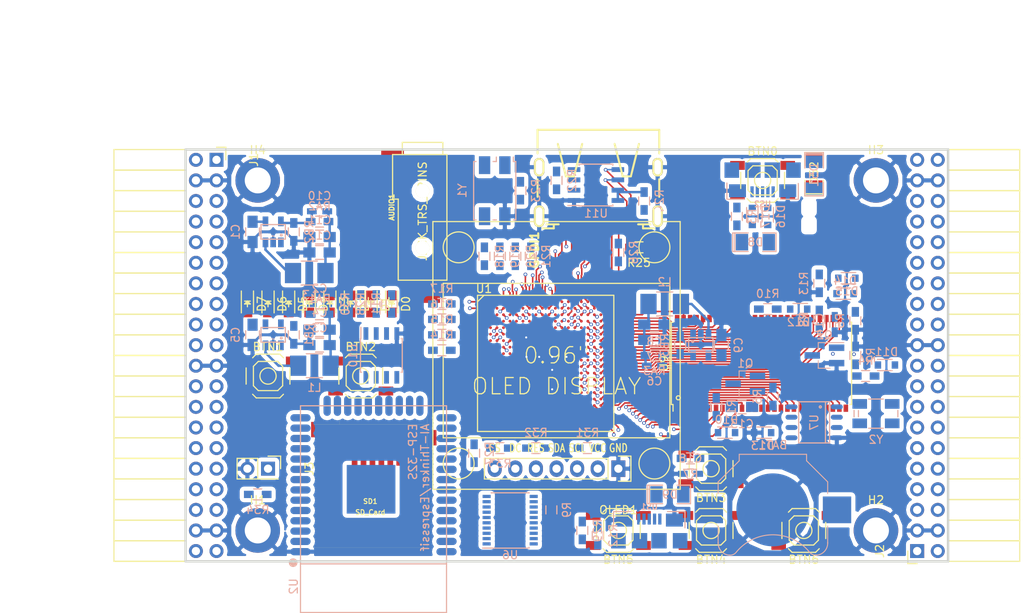
<source format=kicad_pcb>
(kicad_pcb (version 4) (host pcbnew 4.0.5+dfsg1-4)
  (layers (0 F.Cu signal) (1 In1.Cu signal) (2 In2.Cu signal) (31 B.Cu signal) (34 B.Paste user) (35 F.Paste user) (36 B.SilkS user) (37 F.SilkS user) (38 B.Mask user) (39 F.Mask user) (44 Edge.Cuts user))
  (net 0 "")
  (net 1 GND)
  (net 2 +5V)
  (net 3 /gpio/IN5V)
  (net 4 /gpio/OUT5V)
  (net 5 +3V3)
  (net 6 "Net-(L1-Pad1)")
  (net 7 "Net-(L2-Pad1)")
  (net 8 +1V2)
  (net 9 BTN_D)
  (net 10 BTN_F1)
  (net 11 BTN_F2)
  (net 12 BTN_L)
  (net 13 BTN_R)
  (net 14 BTN_U)
  (net 15 /power/FB1)
  (net 16 +2V5)
  (net 17 "Net-(L3-Pad1)")
  (net 18 /power/PWREN)
  (net 19 /power/FB3)
  (net 20 /power/FB2)
  (net 21 "Net-(D9-Pad1)")
  (net 22 /power/VBAT)
  (net 23 JTAG_TDI)
  (net 24 JTAG_TCK)
  (net 25 JTAG_TMS)
  (net 26 JTAG_TDO)
  (net 27 /power/WAKEUPn)
  (net 28 /power/WKUP)
  (net 29 /power/SHUT)
  (net 30 /power/WAKE)
  (net 31 /power/HOLD)
  (net 32 /power/WKn)
  (net 33 /power/OSCI_32k)
  (net 34 /power/OSCO_32k)
  (net 35 FTDI_nSUSPEND)
  (net 36 "Net-(Q2-Pad3)")
  (net 37 SHUTDOWN)
  (net 38 /analog/AUDIO_L)
  (net 39 /analog/AUDIO_R)
  (net 40 GPDI_5V_SCL)
  (net 41 GPDI_5V_SDA)
  (net 42 GPDI_SDA)
  (net 43 GPDI_SCL)
  (net 44 /gpdi/VREF2)
  (net 45 /blinkey/BTNPU)
  (net 46 SD_CMD)
  (net 47 SD_CLK)
  (net 48 SD_D0)
  (net 49 SD_D1)
  (net 50 USB5V)
  (net 51 "Net-(BTN0-Pad1)")
  (net 52 GPDI_CEC)
  (net 53 nRESET)
  (net 54 /usb/FT3V3)
  (net 55 FTDI_nDTR)
  (net 56 SDRAM_CKE)
  (net 57 SDRAM_A7)
  (net 58 SDRAM_D15)
  (net 59 SDRAM_BA1)
  (net 60 SDRAM_D7)
  (net 61 SDRAM_A6)
  (net 62 SDRAM_CLK)
  (net 63 SDRAM_D13)
  (net 64 SDRAM_BA0)
  (net 65 SDRAM_D6)
  (net 66 SDRAM_A5)
  (net 67 SDRAM_D14)
  (net 68 SDRAM_A11)
  (net 69 SDRAM_D12)
  (net 70 SDRAM_D5)
  (net 71 SDRAM_A4)
  (net 72 SDRAM_A10)
  (net 73 SDRAM_D11)
  (net 74 SDRAM_A3)
  (net 75 SDRAM_D4)
  (net 76 SDRAM_D10)
  (net 77 SDRAM_D9)
  (net 78 SDRAM_A9)
  (net 79 SDRAM_D3)
  (net 80 SDRAM_D8)
  (net 81 SDRAM_A8)
  (net 82 SDRAM_A2)
  (net 83 SDRAM_A1)
  (net 84 SDRAM_A0)
  (net 85 SDRAM_D2)
  (net 86 SDRAM_D1)
  (net 87 SDRAM_D0)
  (net 88 SDRAM_DQM0)
  (net 89 SDRAM_nCS)
  (net 90 SDRAM_nRAS)
  (net 91 SDRAM_DQM1)
  (net 92 SDRAM_nCAS)
  (net 93 SDRAM_nWE)
  (net 94 /flash/FLASH_nWP)
  (net 95 /flash/FLASH_nHOLD)
  (net 96 /flash/FLASH_MOSI)
  (net 97 /flash/FLASH_MISO)
  (net 98 /flash/FLASH_SCK)
  (net 99 /flash/FLASH_nCS)
  (net 100 /flash/FPGA_PROGRAMN)
  (net 101 /flash/FPGA_DONE)
  (net 102 /flash/FPGA_INITN)
  (net 103 OLED_RES)
  (net 104 OLED_DC)
  (net 105 OLED_CS)
  (net 106 WIFI_EN)
  (net 107 FTDI_nRTS)
  (net 108 WIFI_GPIO2)
  (net 109 FTDI_TXD)
  (net 110 FTDI_RXD)
  (net 111 WIFI_RXD)
  (net 112 WIFI_GPIO0)
  (net 113 FTDI_nCTS)
  (net 114 WIFI_TXD)
  (net 115 FTDI_nRI)
  (net 116 FTDI_nDCD)
  (net 117 /gpdi/CLK_25MHz)
  (net 118 GPDI_ETH-)
  (net 119 GPDI_ETH+)
  (net 120 GPDI_D2+)
  (net 121 GPDI_D2-)
  (net 122 GPDI_D1+)
  (net 123 GPDI_D1-)
  (net 124 GPDI_D0+)
  (net 125 GPDI_D0-)
  (net 126 GPDI_CLK+)
  (net 127 GPDI_CLK-)
  (net 128 USB_FPGA_D+)
  (net 129 USB_FPGA_D-)
  (net 130 USB_FTDI_D+)
  (net 131 USB_FTDI_D-)
  (net 132 J1_17-)
  (net 133 J1_17+)
  (net 134 J1_23-)
  (net 135 J1_23+)
  (net 136 J1_25-)
  (net 137 J1_25+)
  (net 138 J1_27-)
  (net 139 J1_27+)
  (net 140 J1_29-)
  (net 141 J1_29+)
  (net 142 J1_31-)
  (net 143 J1_31+)
  (net 144 J1_33-)
  (net 145 J1_33+)
  (net 146 J1_35-)
  (net 147 J1_35+)
  (net 148 J2_5-)
  (net 149 J2_5+)
  (net 150 J2_7-)
  (net 151 J2_7+)
  (net 152 J2_9-)
  (net 153 J2_9+)
  (net 154 J2_13-)
  (net 155 J2_13+)
  (net 156 J2_17-)
  (net 157 J2_17+)
  (net 158 J2_11-)
  (net 159 J2_11+)
  (net 160 J2_23-)
  (net 161 J2_23+)
  (net 162 J1_5-)
  (net 163 J1_5+)
  (net 164 J1_7-)
  (net 165 J1_7+)
  (net 166 J1_9-)
  (net 167 J1_9+)
  (net 168 J1_11-)
  (net 169 J1_11+)
  (net 170 J1_13-)
  (net 171 J1_13+)
  (net 172 J1_15-)
  (net 173 J1_15+)
  (net 174 J2_15-)
  (net 175 J2_15+)
  (net 176 J2_25-)
  (net 177 J2_25+)
  (net 178 J2_27-)
  (net 179 J2_27+)
  (net 180 J2_29-)
  (net 181 J2_29+)
  (net 182 J2_31-)
  (net 183 J2_31+)
  (net 184 J2_33-)
  (net 185 J2_33+)
  (net 186 J2_35-)
  (net 187 J2_35+)
  (net 188 SD_D3)
  (net 189 AUDIO_L3)
  (net 190 AUDIO_L2)
  (net 191 AUDIO_L1)
  (net 192 AUDIO_L0)
  (net 193 AUDIO_R3)
  (net 194 AUDIO_R2)
  (net 195 AUDIO_R1)
  (net 196 AUDIO_R0)
  (net 197 FTDI_nDSR)
  (net 198 OLED_CLK)
  (net 199 OLED_MOSI)
  (net 200 WIFI_GPIO15)
  (net 201 LED0)
  (net 202 LED1)
  (net 203 LED2)
  (net 204 LED3)
  (net 205 LED4)
  (net 206 LED5)
  (net 207 LED6)
  (net 208 LED7)
  (net 209 BTN_PWRn)
  (module lfe5bg381:BGA-381_pitch0.8mm_dia0.4mm (layer F.Cu) (at 138.48 87.8)
    (fp_text reference U1 (at -7.6 -9.2) (layer F.SilkS))
    (fp_text value LFE5U-25F-6BG381C)
    (pad A2 smd circle (at -6.8 -7.6) (size 0.35 0.35) (layers F.Cu F.Paste F.Mask) (net 139 J1_27+))
    (pad A3 smd circle (at -6 -7.6) (size 0.35 0.35) (layers F.Cu F.Paste F.Mask) (net 192 AUDIO_L0))
    (pad A4 smd circle (at -5.2 -7.6) (size 0.35 0.35) (layers F.Cu F.Paste F.Mask) (net 137 J1_25+))
    (pad A5 smd circle (at -4.4 -7.6) (size 0.35 0.35) (layers F.Cu F.Paste F.Mask) (net 136 J1_25-))
    (pad A6 smd circle (at -3.6 -7.6) (size 0.35 0.35) (layers F.Cu F.Paste F.Mask) (net 135 J1_23+))
    (pad A7 smd circle (at -2.8 -7.6) (size 0.35 0.35) (layers F.Cu F.Paste F.Mask) (net 173 J1_15+))
    (pad A8 smd circle (at -2 -7.6) (size 0.35 0.35) (layers F.Cu F.Paste F.Mask) (net 172 J1_15-))
    (pad A9 smd circle (at -1.2 -7.6) (size 0.35 0.35) (layers F.Cu F.Paste F.Mask) (net 166 J1_9-))
    (pad A10 smd circle (at -0.4 -7.6) (size 0.35 0.35) (layers F.Cu F.Paste F.Mask) (net 165 J1_7+))
    (pad A11 smd circle (at 0.4 -7.6) (size 0.35 0.35) (layers F.Cu F.Paste F.Mask) (net 164 J1_7-))
    (pad A12 smd circle (at 1.2 -7.6) (size 0.35 0.35) (layers F.Cu F.Paste F.Mask) (net 119 GPDI_ETH+))
    (pad A13 smd circle (at 2 -7.6) (size 0.35 0.35) (layers F.Cu F.Paste F.Mask) (net 118 GPDI_ETH-))
    (pad A14 smd circle (at 2.8 -7.6) (size 0.35 0.35) (layers F.Cu F.Paste F.Mask) (net 120 GPDI_D2+))
    (pad A15 smd circle (at 3.6 -7.6) (size 0.35 0.35) (layers F.Cu F.Paste F.Mask))
    (pad A16 smd circle (at 4.4 -7.6) (size 0.35 0.35) (layers F.Cu F.Paste F.Mask) (net 122 GPDI_D1+))
    (pad A17 smd circle (at 5.2 -7.6) (size 0.35 0.35) (layers F.Cu F.Paste F.Mask) (net 124 GPDI_D0+))
    (pad A18 smd circle (at 6 -7.6) (size 0.35 0.35) (layers F.Cu F.Paste F.Mask) (net 126 GPDI_CLK+))
    (pad A19 smd circle (at 6.8 -7.6) (size 0.35 0.35) (layers F.Cu F.Paste F.Mask) (net 52 GPDI_CEC))
    (pad B1 smd circle (at -7.6 -6.8) (size 0.35 0.35) (layers F.Cu F.Paste F.Mask) (net 138 J1_27-))
    (pad B2 smd circle (at -6.8 -6.8) (size 0.35 0.35) (layers F.Cu F.Paste F.Mask) (net 203 LED2))
    (pad B3 smd circle (at -6 -6.8) (size 0.35 0.35) (layers F.Cu F.Paste F.Mask) (net 193 AUDIO_R3))
    (pad B4 smd circle (at -5.2 -6.8) (size 0.35 0.35) (layers F.Cu F.Paste F.Mask) (net 140 J1_29-))
    (pad B5 smd circle (at -4.4 -6.8) (size 0.35 0.35) (layers F.Cu F.Paste F.Mask) (net 191 AUDIO_L1))
    (pad B6 smd circle (at -3.6 -6.8) (size 0.35 0.35) (layers F.Cu F.Paste F.Mask) (net 134 J1_23-))
    (pad B7 smd circle (at -2.8 -6.8) (size 0.35 0.35) (layers F.Cu F.Paste F.Mask) (net 1 GND))
    (pad B8 smd circle (at -2 -6.8) (size 0.35 0.35) (layers F.Cu F.Paste F.Mask) (net 170 J1_13-))
    (pad B9 smd circle (at -1.2 -6.8) (size 0.35 0.35) (layers F.Cu F.Paste F.Mask) (net 169 J1_11+))
    (pad B10 smd circle (at -0.4 -6.8) (size 0.35 0.35) (layers F.Cu F.Paste F.Mask) (net 167 J1_9+))
    (pad B11 smd circle (at 0.4 -6.8) (size 0.35 0.35) (layers F.Cu F.Paste F.Mask) (net 163 J1_5+))
    (pad B12 smd circle (at 1.2 -6.8) (size 0.35 0.35) (layers F.Cu F.Paste F.Mask) (net 117 /gpdi/CLK_25MHz))
    (pad B13 smd circle (at 2 -6.8) (size 0.35 0.35) (layers F.Cu F.Paste F.Mask) (net 187 J2_35+))
    (pad B14 smd circle (at 2.8 -6.8) (size 0.35 0.35) (layers F.Cu F.Paste F.Mask) (net 1 GND))
    (pad B15 smd circle (at 3.6 -6.8) (size 0.35 0.35) (layers F.Cu F.Paste F.Mask) (net 183 J2_31+))
    (pad B16 smd circle (at 4.4 -6.8) (size 0.35 0.35) (layers F.Cu F.Paste F.Mask) (net 123 GPDI_D1-))
    (pad B17 smd circle (at 5.2 -6.8) (size 0.35 0.35) (layers F.Cu F.Paste F.Mask) (net 179 J2_27+))
    (pad B18 smd circle (at 6 -6.8) (size 0.35 0.35) (layers F.Cu F.Paste F.Mask) (net 125 GPDI_D0-))
    (pad B19 smd circle (at 6.8 -6.8) (size 0.35 0.35) (layers F.Cu F.Paste F.Mask) (net 127 GPDI_CLK-))
    (pad B20 smd circle (at 7.6 -6.8) (size 0.35 0.35) (layers F.Cu F.Paste F.Mask) (net 43 GPDI_SCL))
    (pad C1 smd circle (at -7.6 -6) (size 0.35 0.35) (layers F.Cu F.Paste F.Mask) (net 207 LED6))
    (pad C2 smd circle (at -6.8 -6) (size 0.35 0.35) (layers F.Cu F.Paste F.Mask) (net 204 LED3))
    (pad C3 smd circle (at -6 -6) (size 0.35 0.35) (layers F.Cu F.Paste F.Mask) (net 190 AUDIO_L2))
    (pad C4 smd circle (at -5.2 -6) (size 0.35 0.35) (layers F.Cu F.Paste F.Mask) (net 141 J1_29+))
    (pad C5 smd circle (at -4.4 -6) (size 0.35 0.35) (layers F.Cu F.Paste F.Mask) (net 195 AUDIO_R1))
    (pad C6 smd circle (at -3.6 -6) (size 0.35 0.35) (layers F.Cu F.Paste F.Mask) (net 133 J1_17+))
    (pad C7 smd circle (at -2.8 -6) (size 0.35 0.35) (layers F.Cu F.Paste F.Mask) (net 132 J1_17-))
    (pad C8 smd circle (at -2 -6) (size 0.35 0.35) (layers F.Cu F.Paste F.Mask) (net 171 J1_13+))
    (pad C9 smd circle (at -1.2 -6) (size 0.35 0.35) (layers F.Cu F.Paste F.Mask))
    (pad C10 smd circle (at -0.4 -6) (size 0.35 0.35) (layers F.Cu F.Paste F.Mask) (net 168 J1_11-))
    (pad C11 smd circle (at 0.4 -6) (size 0.35 0.35) (layers F.Cu F.Paste F.Mask) (net 162 J1_5-))
    (pad C12 smd circle (at 1.2 -6) (size 0.35 0.35) (layers F.Cu F.Paste F.Mask) (net 42 GPDI_SDA))
    (pad C13 smd circle (at 2 -6) (size 0.35 0.35) (layers F.Cu F.Paste F.Mask) (net 186 J2_35-))
    (pad C14 smd circle (at 2.8 -6) (size 0.35 0.35) (layers F.Cu F.Paste F.Mask) (net 121 GPDI_D2-))
    (pad C15 smd circle (at 3.6 -6) (size 0.35 0.35) (layers F.Cu F.Paste F.Mask) (net 182 J2_31-))
    (pad C16 smd circle (at 4.4 -6) (size 0.35 0.35) (layers F.Cu F.Paste F.Mask) (net 181 J2_29+))
    (pad C17 smd circle (at 5.2 -6) (size 0.35 0.35) (layers F.Cu F.Paste F.Mask) (net 178 J2_27-))
    (pad C18 smd circle (at 6 -6) (size 0.35 0.35) (layers F.Cu F.Paste F.Mask) (net 161 J2_23+))
    (pad C19 smd circle (at 6.8 -6) (size 0.35 0.35) (layers F.Cu F.Paste F.Mask) (net 1 GND))
    (pad C20 smd circle (at 7.6 -6) (size 0.35 0.35) (layers F.Cu F.Paste F.Mask) (net 58 SDRAM_D15))
    (pad D1 smd circle (at -7.6 -5.2) (size 0.35 0.35) (layers F.Cu F.Paste F.Mask) (net 208 LED7))
    (pad D2 smd circle (at -6.8 -5.2) (size 0.35 0.35) (layers F.Cu F.Paste F.Mask) (net 205 LED4))
    (pad D3 smd circle (at -6 -5.2) (size 0.35 0.35) (layers F.Cu F.Paste F.Mask) (net 194 AUDIO_R2))
    (pad D4 smd circle (at -5.2 -5.2) (size 0.35 0.35) (layers F.Cu F.Paste F.Mask) (net 1 GND))
    (pad D5 smd circle (at -4.4 -5.2) (size 0.35 0.35) (layers F.Cu F.Paste F.Mask) (net 202 LED1))
    (pad D6 smd circle (at -3.6 -5.2) (size 0.35 0.35) (layers F.Cu F.Paste F.Mask) (net 209 BTN_PWRn))
    (pad D7 smd circle (at -2.8 -5.2) (size 0.35 0.35) (layers F.Cu F.Paste F.Mask))
    (pad D8 smd circle (at -2 -5.2) (size 0.35 0.35) (layers F.Cu F.Paste F.Mask))
    (pad D9 smd circle (at -1.2 -5.2) (size 0.35 0.35) (layers F.Cu F.Paste F.Mask))
    (pad D10 smd circle (at -0.4 -5.2) (size 0.35 0.35) (layers F.Cu F.Paste F.Mask))
    (pad D11 smd circle (at 0.4 -5.2) (size 0.35 0.35) (layers F.Cu F.Paste F.Mask) (net 14 BTN_U))
    (pad D12 smd circle (at 1.2 -5.2) (size 0.35 0.35) (layers F.Cu F.Paste F.Mask))
    (pad D13 smd circle (at 2 -5.2) (size 0.35 0.35) (layers F.Cu F.Paste F.Mask) (net 185 J2_33+))
    (pad D14 smd circle (at 2.8 -5.2) (size 0.35 0.35) (layers F.Cu F.Paste F.Mask))
    (pad D15 smd circle (at 3.6 -5.2) (size 0.35 0.35) (layers F.Cu F.Paste F.Mask) (net 177 J2_25+))
    (pad D16 smd circle (at 4.4 -5.2) (size 0.35 0.35) (layers F.Cu F.Paste F.Mask) (net 180 J2_29-))
    (pad D17 smd circle (at 5.2 -5.2) (size 0.35 0.35) (layers F.Cu F.Paste F.Mask) (net 160 J2_23-))
    (pad D18 smd circle (at 6 -5.2) (size 0.35 0.35) (layers F.Cu F.Paste F.Mask) (net 157 J2_17+))
    (pad D19 smd circle (at 6.8 -5.2) (size 0.35 0.35) (layers F.Cu F.Paste F.Mask) (net 67 SDRAM_D14))
    (pad D20 smd circle (at 7.6 -5.2) (size 0.35 0.35) (layers F.Cu F.Paste F.Mask) (net 63 SDRAM_D13))
    (pad E1 smd circle (at -7.6 -4.4) (size 0.35 0.35) (layers F.Cu F.Paste F.Mask) (net 206 LED5))
    (pad E2 smd circle (at -6.8 -4.4) (size 0.35 0.35) (layers F.Cu F.Paste F.Mask))
    (pad E3 smd circle (at -6 -4.4) (size 0.35 0.35) (layers F.Cu F.Paste F.Mask) (net 142 J1_31-))
    (pad E4 smd circle (at -5.2 -4.4) (size 0.35 0.35) (layers F.Cu F.Paste F.Mask) (net 201 LED0))
    (pad E5 smd circle (at -4.4 -4.4) (size 0.35 0.35) (layers F.Cu F.Paste F.Mask) (net 189 AUDIO_L3))
    (pad E6 smd circle (at -3.6 -4.4) (size 0.35 0.35) (layers F.Cu F.Paste F.Mask))
    (pad E7 smd circle (at -2.8 -4.4) (size 0.35 0.35) (layers F.Cu F.Paste F.Mask))
    (pad E8 smd circle (at -2 -4.4) (size 0.35 0.35) (layers F.Cu F.Paste F.Mask))
    (pad E9 smd circle (at -1.2 -4.4) (size 0.35 0.35) (layers F.Cu F.Paste F.Mask))
    (pad E10 smd circle (at -0.4 -4.4) (size 0.35 0.35) (layers F.Cu F.Paste F.Mask))
    (pad E11 smd circle (at 0.4 -4.4) (size 0.35 0.35) (layers F.Cu F.Paste F.Mask))
    (pad E12 smd circle (at 1.2 -4.4) (size 0.35 0.35) (layers F.Cu F.Paste F.Mask))
    (pad E13 smd circle (at 2 -4.4) (size 0.35 0.35) (layers F.Cu F.Paste F.Mask) (net 184 J2_33-))
    (pad E14 smd circle (at 2.8 -4.4) (size 0.35 0.35) (layers F.Cu F.Paste F.Mask))
    (pad E15 smd circle (at 3.6 -4.4) (size 0.35 0.35) (layers F.Cu F.Paste F.Mask) (net 176 J2_25-))
    (pad E16 smd circle (at 4.4 -4.4) (size 0.35 0.35) (layers F.Cu F.Paste F.Mask))
    (pad E17 smd circle (at 5.2 -4.4) (size 0.35 0.35) (layers F.Cu F.Paste F.Mask) (net 156 J2_17-))
    (pad E18 smd circle (at 6 -4.4) (size 0.35 0.35) (layers F.Cu F.Paste F.Mask) (net 75 SDRAM_D4))
    (pad E19 smd circle (at 6.8 -4.4) (size 0.35 0.35) (layers F.Cu F.Paste F.Mask) (net 69 SDRAM_D12))
    (pad E20 smd circle (at 7.6 -4.4) (size 0.35 0.35) (layers F.Cu F.Paste F.Mask) (net 73 SDRAM_D11))
    (pad F1 smd circle (at -7.6 -3.6) (size 0.35 0.35) (layers F.Cu F.Paste F.Mask) (net 110 FTDI_RXD))
    (pad F2 smd circle (at -6.8 -3.6) (size 0.35 0.35) (layers F.Cu F.Paste F.Mask))
    (pad F3 smd circle (at -6 -3.6) (size 0.35 0.35) (layers F.Cu F.Paste F.Mask) (net 144 J1_33-))
    (pad F4 smd circle (at -5.2 -3.6) (size 0.35 0.35) (layers F.Cu F.Paste F.Mask) (net 143 J1_31+))
    (pad F5 smd circle (at -4.4 -3.6) (size 0.35 0.35) (layers F.Cu F.Paste F.Mask) (net 196 AUDIO_R0))
    (pad F6 smd circle (at -3.6 -3.6) (size 0.35 0.35) (layers F.Cu F.Paste F.Mask) (net 16 +2V5))
    (pad F7 smd circle (at -2.8 -3.6) (size 0.35 0.35) (layers F.Cu F.Paste F.Mask) (net 1 GND))
    (pad F8 smd circle (at -2 -3.6) (size 0.35 0.35) (layers F.Cu F.Paste F.Mask) (net 1 GND))
    (pad F9 smd circle (at -1.2 -3.6) (size 0.35 0.35) (layers F.Cu F.Paste F.Mask) (net 5 +3V3))
    (pad F10 smd circle (at -0.4 -3.6) (size 0.35 0.35) (layers F.Cu F.Paste F.Mask) (net 5 +3V3))
    (pad F11 smd circle (at 0.4 -3.6) (size 0.35 0.35) (layers F.Cu F.Paste F.Mask) (net 5 +3V3))
    (pad F12 smd circle (at 1.2 -3.6) (size 0.35 0.35) (layers F.Cu F.Paste F.Mask) (net 5 +3V3))
    (pad F13 smd circle (at 2 -3.6) (size 0.35 0.35) (layers F.Cu F.Paste F.Mask) (net 1 GND))
    (pad F14 smd circle (at 2.8 -3.6) (size 0.35 0.35) (layers F.Cu F.Paste F.Mask) (net 1 GND))
    (pad F15 smd circle (at 3.6 -3.6) (size 0.35 0.35) (layers F.Cu F.Paste F.Mask) (net 16 +2V5))
    (pad F16 smd circle (at 4.4 -3.6) (size 0.35 0.35) (layers F.Cu F.Paste F.Mask))
    (pad F17 smd circle (at 5.2 -3.6) (size 0.35 0.35) (layers F.Cu F.Paste F.Mask) (net 175 J2_15+))
    (pad F18 smd circle (at 6 -3.6) (size 0.35 0.35) (layers F.Cu F.Paste F.Mask) (net 70 SDRAM_D5))
    (pad F19 smd circle (at 6.8 -3.6) (size 0.35 0.35) (layers F.Cu F.Paste F.Mask) (net 76 SDRAM_D10))
    (pad F20 smd circle (at 7.6 -3.6) (size 0.35 0.35) (layers F.Cu F.Paste F.Mask) (net 77 SDRAM_D9))
    (pad G1 smd circle (at -7.6 -2.8) (size 0.35 0.35) (layers F.Cu F.Paste F.Mask) (net 109 FTDI_TXD))
    (pad G2 smd circle (at -6.8 -2.8) (size 0.35 0.35) (layers F.Cu F.Paste F.Mask) (net 111 WIFI_RXD))
    (pad G3 smd circle (at -6 -2.8) (size 0.35 0.35) (layers F.Cu F.Paste F.Mask) (net 145 J1_33+))
    (pad G4 smd circle (at -5.2 -2.8) (size 0.35 0.35) (layers F.Cu F.Paste F.Mask) (net 1 GND))
    (pad G5 smd circle (at -4.4 -2.8) (size 0.35 0.35) (layers F.Cu F.Paste F.Mask) (net 146 J1_35-))
    (pad G6 smd circle (at -3.6 -2.8) (size 0.35 0.35) (layers F.Cu F.Paste F.Mask) (net 1 GND))
    (pad G7 smd circle (at -2.8 -2.8) (size 0.35 0.35) (layers F.Cu F.Paste F.Mask) (net 1 GND))
    (pad G8 smd circle (at -2 -2.8) (size 0.35 0.35) (layers F.Cu F.Paste F.Mask) (net 1 GND))
    (pad G9 smd circle (at -1.2 -2.8) (size 0.35 0.35) (layers F.Cu F.Paste F.Mask) (net 1 GND))
    (pad G10 smd circle (at -0.4 -2.8) (size 0.35 0.35) (layers F.Cu F.Paste F.Mask) (net 1 GND))
    (pad G11 smd circle (at 0.4 -2.8) (size 0.35 0.35) (layers F.Cu F.Paste F.Mask) (net 1 GND))
    (pad G12 smd circle (at 1.2 -2.8) (size 0.35 0.35) (layers F.Cu F.Paste F.Mask) (net 1 GND))
    (pad G13 smd circle (at 2 -2.8) (size 0.35 0.35) (layers F.Cu F.Paste F.Mask) (net 1 GND))
    (pad G14 smd circle (at 2.8 -2.8) (size 0.35 0.35) (layers F.Cu F.Paste F.Mask) (net 1 GND))
    (pad G15 smd circle (at 3.6 -2.8) (size 0.35 0.35) (layers F.Cu F.Paste F.Mask) (net 1 GND))
    (pad G16 smd circle (at 4.4 -2.8) (size 0.35 0.35) (layers F.Cu F.Paste F.Mask))
    (pad G17 smd circle (at 5.2 -2.8) (size 0.35 0.35) (layers F.Cu F.Paste F.Mask) (net 1 GND))
    (pad G18 smd circle (at 6 -2.8) (size 0.35 0.35) (layers F.Cu F.Paste F.Mask) (net 174 J2_15-))
    (pad G19 smd circle (at 6.8 -2.8) (size 0.35 0.35) (layers F.Cu F.Paste F.Mask) (net 80 SDRAM_D8))
    (pad G20 smd circle (at 7.6 -2.8) (size 0.35 0.35) (layers F.Cu F.Paste F.Mask) (net 91 SDRAM_DQM1))
    (pad H1 smd circle (at -7.6 -2) (size 0.35 0.35) (layers F.Cu F.Paste F.Mask) (net 200 WIFI_GPIO15))
    (pad H2 smd circle (at -6.8 -2) (size 0.35 0.35) (layers F.Cu F.Paste F.Mask) (net 114 WIFI_TXD))
    (pad H3 smd circle (at -6 -2) (size 0.35 0.35) (layers F.Cu F.Paste F.Mask))
    (pad H4 smd circle (at -5.2 -2) (size 0.35 0.35) (layers F.Cu F.Paste F.Mask) (net 147 J1_35+))
    (pad H5 smd circle (at -4.4 -2) (size 0.35 0.35) (layers F.Cu F.Paste F.Mask))
    (pad H6 smd circle (at -3.6 -2) (size 0.35 0.35) (layers F.Cu F.Paste F.Mask) (net 5 +3V3))
    (pad H7 smd circle (at -2.8 -2) (size 0.35 0.35) (layers F.Cu F.Paste F.Mask) (net 5 +3V3))
    (pad H8 smd circle (at -2 -2) (size 0.35 0.35) (layers F.Cu F.Paste F.Mask) (net 8 +1V2))
    (pad H9 smd circle (at -1.2 -2) (size 0.35 0.35) (layers F.Cu F.Paste F.Mask) (net 8 +1V2))
    (pad H10 smd circle (at -0.4 -2) (size 0.35 0.35) (layers F.Cu F.Paste F.Mask) (net 8 +1V2))
    (pad H11 smd circle (at 0.4 -2) (size 0.35 0.35) (layers F.Cu F.Paste F.Mask) (net 8 +1V2))
    (pad H12 smd circle (at 1.2 -2) (size 0.35 0.35) (layers F.Cu F.Paste F.Mask) (net 8 +1V2))
    (pad H13 smd circle (at 2 -2) (size 0.35 0.35) (layers F.Cu F.Paste F.Mask) (net 8 +1V2))
    (pad H14 smd circle (at 2.8 -2) (size 0.35 0.35) (layers F.Cu F.Paste F.Mask) (net 5 +3V3))
    (pad H15 smd circle (at 3.6 -2) (size 0.35 0.35) (layers F.Cu F.Paste F.Mask) (net 5 +3V3))
    (pad H16 smd circle (at 4.4 -2) (size 0.35 0.35) (layers F.Cu F.Paste F.Mask))
    (pad H17 smd circle (at 5.2 -2) (size 0.35 0.35) (layers F.Cu F.Paste F.Mask) (net 154 J2_13-))
    (pad H18 smd circle (at 6 -2) (size 0.35 0.35) (layers F.Cu F.Paste F.Mask) (net 155 J2_13+))
    (pad H19 smd circle (at 6.8 -2) (size 0.35 0.35) (layers F.Cu F.Paste F.Mask) (net 1 GND))
    (pad H20 smd circle (at 7.6 -2) (size 0.35 0.35) (layers F.Cu F.Paste F.Mask) (net 62 SDRAM_CLK))
    (pad J1 smd circle (at -7.6 -1.2) (size 0.35 0.35) (layers F.Cu F.Paste F.Mask) (net 198 OLED_CLK))
    (pad J2 smd circle (at -6.8 -1.2) (size 0.35 0.35) (layers F.Cu F.Paste F.Mask) (net 1 GND))
    (pad J3 smd circle (at -6 -1.2) (size 0.35 0.35) (layers F.Cu F.Paste F.Mask) (net 112 WIFI_GPIO0))
    (pad J4 smd circle (at -5.2 -1.2) (size 0.35 0.35) (layers F.Cu F.Paste F.Mask) (net 108 WIFI_GPIO2))
    (pad J5 smd circle (at -4.4 -1.2) (size 0.35 0.35) (layers F.Cu F.Paste F.Mask) (net 113 FTDI_nCTS))
    (pad J6 smd circle (at -3.6 -1.2) (size 0.35 0.35) (layers F.Cu F.Paste F.Mask) (net 5 +3V3))
    (pad J7 smd circle (at -2.8 -1.2) (size 0.35 0.35) (layers F.Cu F.Paste F.Mask) (net 1 GND))
    (pad J8 smd circle (at -2 -1.2) (size 0.35 0.35) (layers F.Cu F.Paste F.Mask) (net 8 +1V2))
    (pad J9 smd circle (at -1.2 -1.2) (size 0.35 0.35) (layers F.Cu F.Paste F.Mask) (net 1 GND))
    (pad J10 smd circle (at -0.4 -1.2) (size 0.35 0.35) (layers F.Cu F.Paste F.Mask) (net 1 GND))
    (pad J11 smd circle (at 0.4 -1.2) (size 0.35 0.35) (layers F.Cu F.Paste F.Mask) (net 1 GND))
    (pad J12 smd circle (at 1.2 -1.2) (size 0.35 0.35) (layers F.Cu F.Paste F.Mask) (net 1 GND))
    (pad J13 smd circle (at 2 -1.2) (size 0.35 0.35) (layers F.Cu F.Paste F.Mask) (net 8 +1V2))
    (pad J14 smd circle (at 2.8 -1.2) (size 0.35 0.35) (layers F.Cu F.Paste F.Mask) (net 1 GND))
    (pad J15 smd circle (at 3.6 -1.2) (size 0.35 0.35) (layers F.Cu F.Paste F.Mask) (net 5 +3V3))
    (pad J16 smd circle (at 4.4 -1.2) (size 0.35 0.35) (layers F.Cu F.Paste F.Mask))
    (pad J17 smd circle (at 5.2 -1.2) (size 0.35 0.35) (layers F.Cu F.Paste F.Mask))
    (pad J18 smd circle (at 6 -1.2) (size 0.35 0.35) (layers F.Cu F.Paste F.Mask) (net 79 SDRAM_D3))
    (pad J19 smd circle (at 6.8 -1.2) (size 0.35 0.35) (layers F.Cu F.Paste F.Mask) (net 56 SDRAM_CKE))
    (pad J20 smd circle (at 7.6 -1.2) (size 0.35 0.35) (layers F.Cu F.Paste F.Mask) (net 68 SDRAM_A11))
    (pad K1 smd circle (at -7.6 -0.4) (size 0.35 0.35) (layers F.Cu F.Paste F.Mask) (net 55 FTDI_nDTR))
    (pad K2 smd circle (at -6.8 -0.4) (size 0.35 0.35) (layers F.Cu F.Paste F.Mask) (net 199 OLED_MOSI))
    (pad K3 smd circle (at -6 -0.4) (size 0.35 0.35) (layers F.Cu F.Paste F.Mask) (net 107 FTDI_nRTS))
    (pad K4 smd circle (at -5.2 -0.4) (size 0.35 0.35) (layers F.Cu F.Paste F.Mask) (net 103 OLED_RES))
    (pad K5 smd circle (at -4.4 -0.4) (size 0.35 0.35) (layers F.Cu F.Paste F.Mask) (net 104 OLED_DC))
    (pad K6 smd circle (at -3.6 -0.4) (size 0.35 0.35) (layers F.Cu F.Paste F.Mask) (net 1 GND))
    (pad K7 smd circle (at -2.8 -0.4) (size 0.35 0.35) (layers F.Cu F.Paste F.Mask) (net 1 GND))
    (pad K8 smd circle (at -2 -0.4) (size 0.35 0.35) (layers F.Cu F.Paste F.Mask) (net 8 +1V2))
    (pad K9 smd circle (at -1.2 -0.4) (size 0.35 0.35) (layers F.Cu F.Paste F.Mask) (net 1 GND))
    (pad K10 smd circle (at -0.4 -0.4) (size 0.35 0.35) (layers F.Cu F.Paste F.Mask) (net 1 GND))
    (pad K11 smd circle (at 0.4 -0.4) (size 0.35 0.35) (layers F.Cu F.Paste F.Mask) (net 1 GND))
    (pad K12 smd circle (at 1.2 -0.4) (size 0.35 0.35) (layers F.Cu F.Paste F.Mask) (net 1 GND))
    (pad K13 smd circle (at 2 -0.4) (size 0.35 0.35) (layers F.Cu F.Paste F.Mask) (net 8 +1V2))
    (pad K14 smd circle (at 2.8 -0.4) (size 0.35 0.35) (layers F.Cu F.Paste F.Mask) (net 1 GND))
    (pad K15 smd circle (at 3.6 -0.4) (size 0.35 0.35) (layers F.Cu F.Paste F.Mask) (net 1 GND))
    (pad K16 smd circle (at 4.4 -0.4) (size 0.35 0.35) (layers F.Cu F.Paste F.Mask))
    (pad K17 smd circle (at 5.2 -0.4) (size 0.35 0.35) (layers F.Cu F.Paste F.Mask))
    (pad K18 smd circle (at 6 -0.4) (size 0.35 0.35) (layers F.Cu F.Paste F.Mask) (net 85 SDRAM_D2))
    (pad K19 smd circle (at 6.8 -0.4) (size 0.35 0.35) (layers F.Cu F.Paste F.Mask) (net 78 SDRAM_A9))
    (pad K20 smd circle (at 7.6 -0.4) (size 0.35 0.35) (layers F.Cu F.Paste F.Mask) (net 81 SDRAM_A8))
    (pad L1 smd circle (at -7.6 0.4) (size 0.35 0.35) (layers F.Cu F.Paste F.Mask) (net 48 SD_D0))
    (pad L2 smd circle (at -6.8 0.4) (size 0.35 0.35) (layers F.Cu F.Paste F.Mask) (net 116 FTDI_nDCD))
    (pad L3 smd circle (at -6 0.4) (size 0.35 0.35) (layers F.Cu F.Paste F.Mask))
    (pad L4 smd circle (at -5.2 0.4) (size 0.35 0.35) (layers F.Cu F.Paste F.Mask) (net 106 WIFI_EN))
    (pad L5 smd circle (at -4.4 0.4) (size 0.35 0.35) (layers F.Cu F.Paste F.Mask) (net 197 FTDI_nDSR))
    (pad L6 smd circle (at -3.6 0.4) (size 0.35 0.35) (layers F.Cu F.Paste F.Mask) (net 5 +3V3))
    (pad L7 smd circle (at -2.8 0.4) (size 0.35 0.35) (layers F.Cu F.Paste F.Mask) (net 5 +3V3))
    (pad L8 smd circle (at -2 0.4) (size 0.35 0.35) (layers F.Cu F.Paste F.Mask) (net 8 +1V2))
    (pad L9 smd circle (at -1.2 0.4) (size 0.35 0.35) (layers F.Cu F.Paste F.Mask) (net 1 GND))
    (pad L10 smd circle (at -0.4 0.4) (size 0.35 0.35) (layers F.Cu F.Paste F.Mask) (net 1 GND))
    (pad L11 smd circle (at 0.4 0.4) (size 0.35 0.35) (layers F.Cu F.Paste F.Mask) (net 1 GND))
    (pad L12 smd circle (at 1.2 0.4) (size 0.35 0.35) (layers F.Cu F.Paste F.Mask) (net 1 GND))
    (pad L13 smd circle (at 2 0.4) (size 0.35 0.35) (layers F.Cu F.Paste F.Mask) (net 8 +1V2))
    (pad L14 smd circle (at 2.8 0.4) (size 0.35 0.35) (layers F.Cu F.Paste F.Mask) (net 5 +3V3))
    (pad L15 smd circle (at 3.6 0.4) (size 0.35 0.35) (layers F.Cu F.Paste F.Mask) (net 5 +3V3))
    (pad L16 smd circle (at 4.4 0.4) (size 0.35 0.35) (layers F.Cu F.Paste F.Mask) (net 159 J2_11+))
    (pad L17 smd circle (at 5.2 0.4) (size 0.35 0.35) (layers F.Cu F.Paste F.Mask) (net 158 J2_11-))
    (pad L18 smd circle (at 6 0.4) (size 0.35 0.35) (layers F.Cu F.Paste F.Mask) (net 86 SDRAM_D1))
    (pad L19 smd circle (at 6.8 0.4) (size 0.35 0.35) (layers F.Cu F.Paste F.Mask) (net 57 SDRAM_A7))
    (pad L20 smd circle (at 7.6 0.4) (size 0.35 0.35) (layers F.Cu F.Paste F.Mask) (net 61 SDRAM_A6))
    (pad M1 smd circle (at -7.6 1.2) (size 0.35 0.35) (layers F.Cu F.Paste F.Mask) (net 46 SD_CMD))
    (pad M2 smd circle (at -6.8 1.2) (size 0.35 0.35) (layers F.Cu F.Paste F.Mask) (net 1 GND))
    (pad M3 smd circle (at -6 1.2) (size 0.35 0.35) (layers F.Cu F.Paste F.Mask) (net 129 USB_FPGA_D-))
    (pad M4 smd circle (at -5.2 1.2) (size 0.35 0.35) (layers F.Cu F.Paste F.Mask))
    (pad M5 smd circle (at -4.4 1.2) (size 0.35 0.35) (layers F.Cu F.Paste F.Mask))
    (pad M6 smd circle (at -3.6 1.2) (size 0.35 0.35) (layers F.Cu F.Paste F.Mask) (net 5 +3V3))
    (pad M7 smd circle (at -2.8 1.2) (size 0.35 0.35) (layers F.Cu F.Paste F.Mask) (net 1 GND))
    (pad M8 smd circle (at -2 1.2) (size 0.35 0.35) (layers F.Cu F.Paste F.Mask) (net 8 +1V2))
    (pad M9 smd circle (at -1.2 1.2) (size 0.35 0.35) (layers F.Cu F.Paste F.Mask) (net 1 GND))
    (pad M10 smd circle (at -0.4 1.2) (size 0.35 0.35) (layers F.Cu F.Paste F.Mask) (net 1 GND))
    (pad M11 smd circle (at 0.4 1.2) (size 0.35 0.35) (layers F.Cu F.Paste F.Mask) (net 1 GND))
    (pad M12 smd circle (at 1.2 1.2) (size 0.35 0.35) (layers F.Cu F.Paste F.Mask) (net 1 GND))
    (pad M13 smd circle (at 2 1.2) (size 0.35 0.35) (layers F.Cu F.Paste F.Mask) (net 8 +1V2))
    (pad M14 smd circle (at 2.8 1.2) (size 0.35 0.35) (layers F.Cu F.Paste F.Mask) (net 1 GND))
    (pad M15 smd circle (at 3.6 1.2) (size 0.35 0.35) (layers F.Cu F.Paste F.Mask) (net 5 +3V3))
    (pad M16 smd circle (at 4.4 1.2) (size 0.35 0.35) (layers F.Cu F.Paste F.Mask) (net 1 GND))
    (pad M17 smd circle (at 5.2 1.2) (size 0.35 0.35) (layers F.Cu F.Paste F.Mask) (net 152 J2_9-))
    (pad M18 smd circle (at 6 1.2) (size 0.35 0.35) (layers F.Cu F.Paste F.Mask) (net 87 SDRAM_D0))
    (pad M19 smd circle (at 6.8 1.2) (size 0.35 0.35) (layers F.Cu F.Paste F.Mask) (net 66 SDRAM_A5))
    (pad M20 smd circle (at 7.6 1.2) (size 0.35 0.35) (layers F.Cu F.Paste F.Mask) (net 71 SDRAM_A4))
    (pad N1 smd circle (at -7.6 2) (size 0.35 0.35) (layers F.Cu F.Paste F.Mask) (net 47 SD_CLK))
    (pad N2 smd circle (at -6.8 2) (size 0.35 0.35) (layers F.Cu F.Paste F.Mask) (net 49 SD_D1))
    (pad N3 smd circle (at -6 2) (size 0.35 0.35) (layers F.Cu F.Paste F.Mask) (net 128 USB_FPGA_D+))
    (pad N4 smd circle (at -5.2 2) (size 0.35 0.35) (layers F.Cu F.Paste F.Mask) (net 105 OLED_CS))
    (pad N5 smd circle (at -4.4 2) (size 0.35 0.35) (layers F.Cu F.Paste F.Mask))
    (pad N6 smd circle (at -3.6 2) (size 0.35 0.35) (layers F.Cu F.Paste F.Mask) (net 1 GND))
    (pad N7 smd circle (at -2.8 2) (size 0.35 0.35) (layers F.Cu F.Paste F.Mask) (net 1 GND))
    (pad N8 smd circle (at -2 2) (size 0.35 0.35) (layers F.Cu F.Paste F.Mask) (net 8 +1V2))
    (pad N9 smd circle (at -1.2 2) (size 0.35 0.35) (layers F.Cu F.Paste F.Mask) (net 8 +1V2))
    (pad N10 smd circle (at -0.4 2) (size 0.35 0.35) (layers F.Cu F.Paste F.Mask) (net 8 +1V2))
    (pad N11 smd circle (at 0.4 2) (size 0.35 0.35) (layers F.Cu F.Paste F.Mask) (net 8 +1V2))
    (pad N12 smd circle (at 1.2 2) (size 0.35 0.35) (layers F.Cu F.Paste F.Mask) (net 8 +1V2))
    (pad N13 smd circle (at 2 2) (size 0.35 0.35) (layers F.Cu F.Paste F.Mask) (net 8 +1V2))
    (pad N14 smd circle (at 2.8 2) (size 0.35 0.35) (layers F.Cu F.Paste F.Mask) (net 1 GND))
    (pad N15 smd circle (at 3.6 2) (size 0.35 0.35) (layers F.Cu F.Paste F.Mask) (net 1 GND))
    (pad N16 smd circle (at 4.4 2) (size 0.35 0.35) (layers F.Cu F.Paste F.Mask) (net 153 J2_9+))
    (pad N17 smd circle (at 5.2 2) (size 0.35 0.35) (layers F.Cu F.Paste F.Mask) (net 151 J2_7+))
    (pad N18 smd circle (at 6 2) (size 0.35 0.35) (layers F.Cu F.Paste F.Mask) (net 65 SDRAM_D6))
    (pad N19 smd circle (at 6.8 2) (size 0.35 0.35) (layers F.Cu F.Paste F.Mask) (net 74 SDRAM_A3))
    (pad N20 smd circle (at 7.6 2) (size 0.35 0.35) (layers F.Cu F.Paste F.Mask) (net 82 SDRAM_A2))
    (pad P1 smd circle (at -7.6 2.8) (size 0.35 0.35) (layers F.Cu F.Paste F.Mask) (net 188 SD_D3))
    (pad P2 smd circle (at -6.8 2.8) (size 0.35 0.35) (layers F.Cu F.Paste F.Mask))
    (pad P3 smd circle (at -6 2.8) (size 0.35 0.35) (layers F.Cu F.Paste F.Mask))
    (pad P4 smd circle (at -5.2 2.8) (size 0.35 0.35) (layers F.Cu F.Paste F.Mask))
    (pad P5 smd circle (at -4.4 2.8) (size 0.35 0.35) (layers F.Cu F.Paste F.Mask) (net 115 FTDI_nRI))
    (pad P6 smd circle (at -3.6 2.8) (size 0.35 0.35) (layers F.Cu F.Paste F.Mask) (net 16 +2V5))
    (pad P7 smd circle (at -2.8 2.8) (size 0.35 0.35) (layers F.Cu F.Paste F.Mask) (net 1 GND))
    (pad P8 smd circle (at -2 2.8) (size 0.35 0.35) (layers F.Cu F.Paste F.Mask) (net 1 GND))
    (pad P9 smd circle (at -1.2 2.8) (size 0.35 0.35) (layers F.Cu F.Paste F.Mask) (net 5 +3V3))
    (pad P10 smd circle (at -0.4 2.8) (size 0.35 0.35) (layers F.Cu F.Paste F.Mask) (net 5 +3V3))
    (pad P11 smd circle (at 0.4 2.8) (size 0.35 0.35) (layers F.Cu F.Paste F.Mask) (net 1 GND))
    (pad P12 smd circle (at 1.2 2.8) (size 0.35 0.35) (layers F.Cu F.Paste F.Mask) (net 1 GND))
    (pad P13 smd circle (at 2 2.8) (size 0.35 0.35) (layers F.Cu F.Paste F.Mask) (net 1 GND))
    (pad P14 smd circle (at 2.8 2.8) (size 0.35 0.35) (layers F.Cu F.Paste F.Mask) (net 1 GND))
    (pad P15 smd circle (at 3.6 2.8) (size 0.35 0.35) (layers F.Cu F.Paste F.Mask) (net 16 +2V5))
    (pad P16 smd circle (at 4.4 2.8) (size 0.35 0.35) (layers F.Cu F.Paste F.Mask) (net 150 J2_7-))
    (pad P17 smd circle (at 5.2 2.8) (size 0.35 0.35) (layers F.Cu F.Paste F.Mask))
    (pad P18 smd circle (at 6 2.8) (size 0.35 0.35) (layers F.Cu F.Paste F.Mask) (net 60 SDRAM_D7))
    (pad P19 smd circle (at 6.8 2.8) (size 0.35 0.35) (layers F.Cu F.Paste F.Mask) (net 83 SDRAM_A1))
    (pad P20 smd circle (at 7.6 2.8) (size 0.35 0.35) (layers F.Cu F.Paste F.Mask) (net 84 SDRAM_A0))
    (pad R1 smd circle (at -7.6 3.6) (size 0.35 0.35) (layers F.Cu F.Paste F.Mask) (net 10 BTN_F1))
    (pad R2 smd circle (at -6.8 3.6) (size 0.35 0.35) (layers F.Cu F.Paste F.Mask) (net 99 /flash/FLASH_nCS))
    (pad R3 smd circle (at -6 3.6) (size 0.35 0.35) (layers F.Cu F.Paste F.Mask))
    (pad R4 smd circle (at -5.2 3.6) (size 0.35 0.35) (layers F.Cu F.Paste F.Mask) (net 1 GND))
    (pad R5 smd circle (at -4.4 3.6) (size 0.35 0.35) (layers F.Cu F.Paste F.Mask) (net 23 JTAG_TDI))
    (pad R16 smd circle (at 4.4 3.6) (size 0.35 0.35) (layers F.Cu F.Paste F.Mask))
    (pad R17 smd circle (at 5.2 3.6) (size 0.35 0.35) (layers F.Cu F.Paste F.Mask))
    (pad R18 smd circle (at 6 3.6) (size 0.35 0.35) (layers F.Cu F.Paste F.Mask) (net 88 SDRAM_DQM0))
    (pad R19 smd circle (at 6.8 3.6) (size 0.35 0.35) (layers F.Cu F.Paste F.Mask) (net 1 GND))
    (pad R20 smd circle (at 7.6 3.6) (size 0.35 0.35) (layers F.Cu F.Paste F.Mask) (net 72 SDRAM_A10))
    (pad T1 smd circle (at -7.6 4.4) (size 0.35 0.35) (layers F.Cu F.Paste F.Mask) (net 11 BTN_F2))
    (pad T2 smd circle (at -6.8 4.4) (size 0.35 0.35) (layers F.Cu F.Paste F.Mask) (net 5 +3V3))
    (pad T3 smd circle (at -6 4.4) (size 0.35 0.35) (layers F.Cu F.Paste F.Mask) (net 5 +3V3))
    (pad T4 smd circle (at -5.2 4.4) (size 0.35 0.35) (layers F.Cu F.Paste F.Mask) (net 5 +3V3))
    (pad T5 smd circle (at -4.4 4.4) (size 0.35 0.35) (layers F.Cu F.Paste F.Mask) (net 24 JTAG_TCK))
    (pad T6 smd circle (at -3.6 4.4) (size 0.35 0.35) (layers F.Cu F.Paste F.Mask) (net 1 GND))
    (pad T7 smd circle (at -2.8 4.4) (size 0.35 0.35) (layers F.Cu F.Paste F.Mask) (net 1 GND))
    (pad T8 smd circle (at -2 4.4) (size 0.35 0.35) (layers F.Cu F.Paste F.Mask) (net 1 GND))
    (pad T9 smd circle (at -1.2 4.4) (size 0.35 0.35) (layers F.Cu F.Paste F.Mask) (net 1 GND))
    (pad T10 smd circle (at -0.4 4.4) (size 0.35 0.35) (layers F.Cu F.Paste F.Mask) (net 1 GND))
    (pad T11 smd circle (at 0.4 4.4) (size 0.35 0.35) (layers F.Cu F.Paste F.Mask))
    (pad T12 smd circle (at 1.2 4.4) (size 0.35 0.35) (layers F.Cu F.Paste F.Mask))
    (pad T13 smd circle (at 2 4.4) (size 0.35 0.35) (layers F.Cu F.Paste F.Mask))
    (pad T14 smd circle (at 2.8 4.4) (size 0.35 0.35) (layers F.Cu F.Paste F.Mask))
    (pad T15 smd circle (at 3.6 4.4) (size 0.35 0.35) (layers F.Cu F.Paste F.Mask))
    (pad T16 smd circle (at 4.4 4.4) (size 0.35 0.35) (layers F.Cu F.Paste F.Mask))
    (pad T17 smd circle (at 5.2 4.4) (size 0.35 0.35) (layers F.Cu F.Paste F.Mask) (net 92 SDRAM_nCAS))
    (pad T18 smd circle (at 6 4.4) (size 0.35 0.35) (layers F.Cu F.Paste F.Mask) (net 93 SDRAM_nWE))
    (pad T19 smd circle (at 6.8 4.4) (size 0.35 0.35) (layers F.Cu F.Paste F.Mask) (net 59 SDRAM_BA1))
    (pad T20 smd circle (at 7.6 4.4) (size 0.35 0.35) (layers F.Cu F.Paste F.Mask) (net 64 SDRAM_BA0))
    (pad U1 smd circle (at -7.6 5.2) (size 0.35 0.35) (layers F.Cu F.Paste F.Mask) (net 14 BTN_U))
    (pad U2 smd circle (at -6.8 5.2) (size 0.35 0.35) (layers F.Cu F.Paste F.Mask) (net 5 +3V3))
    (pad U3 smd circle (at -6 5.2) (size 0.35 0.35) (layers F.Cu F.Paste F.Mask) (net 98 /flash/FLASH_SCK))
    (pad U4 smd circle (at -5.2 5.2) (size 0.35 0.35) (layers F.Cu F.Paste F.Mask) (net 1 GND))
    (pad U5 smd circle (at -4.4 5.2) (size 0.35 0.35) (layers F.Cu F.Paste F.Mask) (net 25 JTAG_TMS))
    (pad U6 smd circle (at -3.6 5.2) (size 0.35 0.35) (layers F.Cu F.Paste F.Mask) (net 1 GND))
    (pad U7 smd circle (at -2.8 5.2) (size 0.35 0.35) (layers F.Cu F.Paste F.Mask) (net 1 GND))
    (pad U8 smd circle (at -2 5.2) (size 0.35 0.35) (layers F.Cu F.Paste F.Mask) (net 1 GND))
    (pad U9 smd circle (at -1.2 5.2) (size 0.35 0.35) (layers F.Cu F.Paste F.Mask) (net 1 GND))
    (pad U10 smd circle (at -0.4 5.2) (size 0.35 0.35) (layers F.Cu F.Paste F.Mask) (net 1 GND))
    (pad U11 smd circle (at 0.4 5.2) (size 0.35 0.35) (layers F.Cu F.Paste F.Mask) (net 1 GND))
    (pad U12 smd circle (at 1.2 5.2) (size 0.35 0.35) (layers F.Cu F.Paste F.Mask) (net 1 GND))
    (pad U13 smd circle (at 2 5.2) (size 0.35 0.35) (layers F.Cu F.Paste F.Mask) (net 1 GND))
    (pad U14 smd circle (at 2.8 5.2) (size 0.35 0.35) (layers F.Cu F.Paste F.Mask) (net 1 GND))
    (pad U15 smd circle (at 3.6 5.2) (size 0.35 0.35) (layers F.Cu F.Paste F.Mask))
    (pad U16 smd circle (at 4.4 5.2) (size 0.35 0.35) (layers F.Cu F.Paste F.Mask))
    (pad U17 smd circle (at 5.2 5.2) (size 0.35 0.35) (layers F.Cu F.Paste F.Mask) (net 148 J2_5-))
    (pad U18 smd circle (at 6 5.2) (size 0.35 0.35) (layers F.Cu F.Paste F.Mask) (net 149 J2_5+))
    (pad U19 smd circle (at 6.8 5.2) (size 0.35 0.35) (layers F.Cu F.Paste F.Mask) (net 89 SDRAM_nCS))
    (pad U20 smd circle (at 7.6 5.2) (size 0.35 0.35) (layers F.Cu F.Paste F.Mask) (net 90 SDRAM_nRAS))
    (pad V1 smd circle (at -7.6 6) (size 0.35 0.35) (layers F.Cu F.Paste F.Mask) (net 9 BTN_D))
    (pad V2 smd circle (at -6.8 6) (size 0.35 0.35) (layers F.Cu F.Paste F.Mask) (net 97 /flash/FLASH_MISO))
    (pad V3 smd circle (at -6 6) (size 0.35 0.35) (layers F.Cu F.Paste F.Mask) (net 102 /flash/FPGA_INITN))
    (pad V4 smd circle (at -5.2 6) (size 0.35 0.35) (layers F.Cu F.Paste F.Mask) (net 26 JTAG_TDO))
    (pad V5 smd circle (at -4.4 6) (size 0.35 0.35) (layers F.Cu F.Paste F.Mask) (net 1 GND))
    (pad V6 smd circle (at -3.6 6) (size 0.35 0.35) (layers F.Cu F.Paste F.Mask) (net 1 GND))
    (pad V7 smd circle (at -2.8 6) (size 0.35 0.35) (layers F.Cu F.Paste F.Mask) (net 1 GND))
    (pad V8 smd circle (at -2 6) (size 0.35 0.35) (layers F.Cu F.Paste F.Mask) (net 1 GND))
    (pad V9 smd circle (at -1.2 6) (size 0.35 0.35) (layers F.Cu F.Paste F.Mask) (net 1 GND))
    (pad V10 smd circle (at -0.4 6) (size 0.35 0.35) (layers F.Cu F.Paste F.Mask) (net 1 GND))
    (pad V11 smd circle (at 0.4 6) (size 0.35 0.35) (layers F.Cu F.Paste F.Mask) (net 1 GND))
    (pad V12 smd circle (at 1.2 6) (size 0.35 0.35) (layers F.Cu F.Paste F.Mask) (net 1 GND))
    (pad V13 smd circle (at 2 6) (size 0.35 0.35) (layers F.Cu F.Paste F.Mask) (net 1 GND))
    (pad V14 smd circle (at 2.8 6) (size 0.35 0.35) (layers F.Cu F.Paste F.Mask) (net 1 GND))
    (pad V15 smd circle (at 3.6 6) (size 0.35 0.35) (layers F.Cu F.Paste F.Mask) (net 1 GND))
    (pad V16 smd circle (at 4.4 6) (size 0.35 0.35) (layers F.Cu F.Paste F.Mask) (net 1 GND))
    (pad V17 smd circle (at 5.2 6) (size 0.35 0.35) (layers F.Cu F.Paste F.Mask))
    (pad V18 smd circle (at 6 6) (size 0.35 0.35) (layers F.Cu F.Paste F.Mask))
    (pad V19 smd circle (at 6.8 6) (size 0.35 0.35) (layers F.Cu F.Paste F.Mask) (net 1 GND))
    (pad V20 smd circle (at 7.6 6) (size 0.35 0.35) (layers F.Cu F.Paste F.Mask) (net 1 GND))
    (pad W1 smd circle (at -7.6 6.8) (size 0.35 0.35) (layers F.Cu F.Paste F.Mask) (net 12 BTN_L))
    (pad W2 smd circle (at -6.8 6.8) (size 0.35 0.35) (layers F.Cu F.Paste F.Mask) (net 96 /flash/FLASH_MOSI))
    (pad W3 smd circle (at -6 6.8) (size 0.35 0.35) (layers F.Cu F.Paste F.Mask) (net 100 /flash/FPGA_PROGRAMN))
    (pad W4 smd circle (at -5.2 6.8) (size 0.35 0.35) (layers F.Cu F.Paste F.Mask))
    (pad W5 smd circle (at -4.4 6.8) (size 0.35 0.35) (layers F.Cu F.Paste F.Mask))
    (pad W6 smd circle (at -3.6 6.8) (size 0.35 0.35) (layers F.Cu F.Paste F.Mask) (net 1 GND))
    (pad W7 smd circle (at -2.8 6.8) (size 0.35 0.35) (layers F.Cu F.Paste F.Mask) (net 1 GND))
    (pad W8 smd circle (at -2 6.8) (size 0.35 0.35) (layers F.Cu F.Paste F.Mask))
    (pad W9 smd circle (at -1.2 6.8) (size 0.35 0.35) (layers F.Cu F.Paste F.Mask))
    (pad W10 smd circle (at -0.4 6.8) (size 0.35 0.35) (layers F.Cu F.Paste F.Mask))
    (pad W11 smd circle (at 0.4 6.8) (size 0.35 0.35) (layers F.Cu F.Paste F.Mask))
    (pad W12 smd circle (at 1.2 6.8) (size 0.35 0.35) (layers F.Cu F.Paste F.Mask) (net 1 GND))
    (pad W13 smd circle (at 2 6.8) (size 0.35 0.35) (layers F.Cu F.Paste F.Mask))
    (pad W14 smd circle (at 2.8 6.8) (size 0.35 0.35) (layers F.Cu F.Paste F.Mask))
    (pad W15 smd circle (at 3.6 6.8) (size 0.35 0.35) (layers F.Cu F.Paste F.Mask) (net 1 GND))
    (pad W16 smd circle (at 4.4 6.8) (size 0.35 0.35) (layers F.Cu F.Paste F.Mask) (net 1 GND))
    (pad W17 smd circle (at 5.2 6.8) (size 0.35 0.35) (layers F.Cu F.Paste F.Mask))
    (pad W18 smd circle (at 6 6.8) (size 0.35 0.35) (layers F.Cu F.Paste F.Mask))
    (pad W19 smd circle (at 6.8 6.8) (size 0.35 0.35) (layers F.Cu F.Paste F.Mask) (net 1 GND))
    (pad W20 smd circle (at 7.6 6.8) (size 0.35 0.35) (layers F.Cu F.Paste F.Mask))
    (pad Y2 smd circle (at -6.8 7.6) (size 0.35 0.35) (layers F.Cu F.Paste F.Mask) (net 13 BTN_R))
    (pad Y3 smd circle (at -6 7.6) (size 0.35 0.35) (layers F.Cu F.Paste F.Mask) (net 101 /flash/FPGA_DONE))
    (pad Y5 smd circle (at -4.4 7.6) (size 0.35 0.35) (layers F.Cu F.Paste F.Mask) (net 1 GND))
    (pad Y6 smd circle (at -3.6 7.6) (size 0.35 0.35) (layers F.Cu F.Paste F.Mask) (net 1 GND))
    (pad Y7 smd circle (at -2.8 7.6) (size 0.35 0.35) (layers F.Cu F.Paste F.Mask) (net 1 GND))
    (pad Y8 smd circle (at -2 7.6) (size 0.35 0.35) (layers F.Cu F.Paste F.Mask) (net 1 GND))
    (pad Y11 smd circle (at 0.4 7.6) (size 0.35 0.35) (layers F.Cu F.Paste F.Mask) (net 1 GND))
    (pad Y12 smd circle (at 1.2 7.6) (size 0.35 0.35) (layers F.Cu F.Paste F.Mask) (net 1 GND))
    (pad Y14 smd circle (at 2.8 7.6) (size 0.35 0.35) (layers F.Cu F.Paste F.Mask))
    (pad Y15 smd circle (at 3.6 7.6) (size 0.35 0.35) (layers F.Cu F.Paste F.Mask))
    (pad Y16 smd circle (at 4.4 7.6) (size 0.35 0.35) (layers F.Cu F.Paste F.Mask))
    (pad Y17 smd circle (at 5.2 7.6) (size 0.35 0.35) (layers F.Cu F.Paste F.Mask))
    (pad Y19 smd circle (at 6.8 7.6) (size 0.35 0.35) (layers F.Cu F.Paste F.Mask))
  )
  (module Keystone_3000_1x12mm-CoinCell:Keystone_3000_1x12mm-CoinCell (layer B.Cu) (at 166.49 105.87 180)
    (fp_text reference BAT1 (at 0 8 180) (layer B.SilkS) (effects (justify mirror)))
    (fp_text value CR1225)
    (pad 1 smd rect (at -7.9 0 180) (size 3.5 3.3) (layers B.Cu B.Paste B.Mask) (net 22 /power/VBAT))
    (pad 1 smd rect (at 7.9 0 180) (size 3.5 3.3) (layers B.Cu B.Paste B.Mask) (net 22 /power/VBAT))
    (pad 2 smd circle (at 0 0 180) (size 9 9) (layers B.Cu B.Mask) (net 1 GND))
  )
  (module SMD_Packages:SMD-1206_Pol (layer F.Cu) (at 171.57 64.341 90)
    (fp_text reference D52 (at 0 0 90) (layer F.SilkS))
    (fp_text value 2A)
    (pad 1 smd rect (at -1.651 0 90) (size 1.524 2.032) (layers F.Cu F.Paste F.Mask) (net 4 /gpio/OUT5V))
    (pad 2 smd rect (at 1.651 0 90) (size 1.524 2.032) (layers F.Cu F.Paste F.Mask) (net 2 +5V))
  )
  (module SMD_Packages:SMD-1206_Pol (layer B.Cu) (at 171.57 64.595 270)
    (fp_text reference D51 (at 0 0 270) (layer B.SilkS) (effects (justify mirror)))
    (fp_text value 2A)
    (pad 1 smd rect (at -1.651 0 270) (size 1.524 2.032) (layers B.Cu B.Paste B.Mask) (net 2 +5V))
    (pad 2 smd rect (at 1.651 0 270) (size 1.524 2.032) (layers B.Cu B.Paste B.Mask) (net 3 /gpio/IN5V))
  )
  (module micro-sd:MicroSD_TF02D (layer F.Cu) (at 116.87 110.52 180)
    (fp_text reference SD1 (at 0 5.7 180) (layer F.SilkS) (effects (font (size 0.59944 0.59944) (thickness 0.12446))))
    (fp_text value SD_Card (at 0 4.35 180) (layer F.SilkS) (effects (font (size 0.59944 0.59944) (thickness 0.12446))))
    (pad 1 smd rect (at 1.94 11 180) (size 0.7 1.8) (layers F.Cu F.Paste F.Mask) (net 188 SD_D3))
    (pad 2 smd rect (at 0.84 11 180) (size 0.7 1.8) (layers F.Cu F.Paste F.Mask) (net 46 SD_CMD))
    (pad 3 smd rect (at -0.26 11 180) (size 0.7 1.8) (layers F.Cu F.Paste F.Mask) (net 1 GND))
    (pad 4 smd rect (at -1.36 11 180) (size 0.7 1.8) (layers F.Cu F.Paste F.Mask) (net 5 +3V3))
    (pad 5 smd rect (at -2.46 11 180) (size 0.7 1.8) (layers F.Cu F.Paste F.Mask) (net 47 SD_CLK))
    (pad 6 smd rect (at -3.56 11 180) (size 0.7 1.8) (layers F.Cu F.Paste F.Mask) (net 1 GND))
    (pad 7 smd rect (at -4.66 11 180) (size 0.7 1.8) (layers F.Cu F.Paste F.Mask) (net 48 SD_D0))
    (pad 8 smd rect (at -5.76 11 180) (size 0.7 1.8) (layers F.Cu F.Paste F.Mask) (net 49 SD_D1))
    (pad S smd rect (at -5.05 0.4 180) (size 1.6 1.4) (layers F.Cu F.Paste F.Mask))
    (pad S smd rect (at 0.75 0.4 180) (size 1.8 1.4) (layers F.Cu F.Paste F.Mask))
    (pad G smd rect (at -7.45 13.55 180) (size 1.4 1.9) (layers F.Cu F.Paste F.Mask))
    (pad G smd rect (at 6.6 14.55 180) (size 1.4 1.9) (layers F.Cu F.Paste F.Mask))
  )
  (module Resistors_SMD:R_1210_HandSoldering (layer B.Cu) (at 109.975 88.09)
    (fp_text reference L1 (at 0 2.7) (layer B.SilkS) (effects (justify mirror)))
    (fp_text value 2.2uH)
    (pad 1 smd rect (at -2 0) (size 2 2.5) (layers B.Cu B.Paste B.Mask) (net 6 "Net-(L1-Pad1)"))
    (pad 2 smd rect (at 2 0) (size 2 2.5) (layers B.Cu B.Paste B.Mask) (net 8 +1V2))
  )
  (module TSOT-25:TSOT-25 (layer B.Cu) (at 104.895 84.28 180)
    (fp_text reference U3 (at 0 -0.5 180) (layer B.SilkS) (effects (font (size 0.15 0.15) (thickness 0.0375)) (justify mirror)))
    (fp_text value AP3429A)
    (pad 1 smd rect (at -0.95 -1.3 180) (size 0.7 1.2) (layers B.Cu B.Paste B.Mask) (net 18 /power/PWREN))
    (pad 2 smd rect (at 0 -1.3 180) (size 0.7 1.2) (layers B.Cu B.Paste B.Mask) (net 1 GND))
    (pad 3 smd rect (at 0.95 -1.3 180) (size 0.7 1.2) (layers B.Cu B.Paste B.Mask) (net 6 "Net-(L1-Pad1)"))
    (pad 4 smd rect (at 0.95 1.3 180) (size 0.7 1.2) (layers B.Cu B.Paste B.Mask) (net 2 +5V))
    (pad 5 smd rect (at -0.95 1.3 180) (size 0.7 1.2) (layers B.Cu B.Paste B.Mask) (net 15 /power/FB1))
  )
  (module Resistors_SMD:R_1210_HandSoldering (layer B.Cu) (at 153.155 80.47 180)
    (fp_text reference L2 (at 0 2.7 180) (layer B.SilkS) (effects (justify mirror)))
    (fp_text value 2.2uH)
    (pad 1 smd rect (at -2 0 180) (size 2 2.5) (layers B.Cu B.Paste B.Mask) (net 7 "Net-(L2-Pad1)"))
    (pad 2 smd rect (at 2 0 180) (size 2 2.5) (layers B.Cu B.Paste B.Mask) (net 5 +3V3))
  )
  (module TSOT-25:TSOT-25 (layer B.Cu) (at 157.6 85.52)
    (fp_text reference U4 (at 0 -0.5) (layer B.SilkS) (effects (font (size 0.15 0.15) (thickness 0.0375)) (justify mirror)))
    (fp_text value AP3429A)
    (pad 1 smd rect (at -0.95 -1.3) (size 0.7 1.2) (layers B.Cu B.Paste B.Mask) (net 18 /power/PWREN))
    (pad 2 smd rect (at 0 -1.3) (size 0.7 1.2) (layers B.Cu B.Paste B.Mask) (net 1 GND))
    (pad 3 smd rect (at 0.95 -1.3) (size 0.7 1.2) (layers B.Cu B.Paste B.Mask) (net 7 "Net-(L2-Pad1)"))
    (pad 4 smd rect (at 0.95 1.3) (size 0.7 1.2) (layers B.Cu B.Paste B.Mask) (net 2 +5V))
    (pad 5 smd rect (at -0.95 1.3) (size 0.7 1.2) (layers B.Cu B.Paste B.Mask) (net 19 /power/FB3))
  )
  (module Buttons_Switches_SMD:SW_SPST_SKQG (layer F.Cu) (at 104.26 89.36)
    (fp_text reference BTN1 (at 0 -3.6) (layer F.SilkS))
    (fp_text value FIRE1)
    (pad 1 smd rect (at -3.1 -1.85) (size 1.8 1.1) (layers F.Cu F.Paste F.Mask) (net 45 /blinkey/BTNPU))
    (pad 1 smd rect (at 3.1 -1.85) (size 1.8 1.1) (layers F.Cu F.Paste F.Mask) (net 45 /blinkey/BTNPU))
    (pad 2 smd rect (at -3.1 1.85) (size 1.8 1.1) (layers F.Cu F.Paste F.Mask) (net 10 BTN_F1))
    (pad 2 smd rect (at 3.1 1.85) (size 1.8 1.1) (layers F.Cu F.Paste F.Mask) (net 10 BTN_F1))
  )
  (module Buttons_Switches_SMD:SW_SPST_SKQG (layer F.Cu) (at 115.69 89.36)
    (fp_text reference BTN2 (at 0 -3.6) (layer F.SilkS))
    (fp_text value FIRE2)
    (pad 1 smd rect (at -3.1 -1.85) (size 1.8 1.1) (layers F.Cu F.Paste F.Mask) (net 45 /blinkey/BTNPU))
    (pad 1 smd rect (at 3.1 -1.85) (size 1.8 1.1) (layers F.Cu F.Paste F.Mask) (net 45 /blinkey/BTNPU))
    (pad 2 smd rect (at -3.1 1.85) (size 1.8 1.1) (layers F.Cu F.Paste F.Mask) (net 11 BTN_F2))
    (pad 2 smd rect (at 3.1 1.85) (size 1.8 1.1) (layers F.Cu F.Paste F.Mask) (net 11 BTN_F2))
  )
  (module Buttons_Switches_SMD:SW_SPST_SKQG (layer F.Cu) (at 158.87 100.79 180)
    (fp_text reference BTN3 (at 0 -3.6 180) (layer F.SilkS))
    (fp_text value UP)
    (pad 1 smd rect (at -3.1 -1.85 180) (size 1.8 1.1) (layers F.Cu F.Paste F.Mask) (net 45 /blinkey/BTNPU))
    (pad 1 smd rect (at 3.1 -1.85 180) (size 1.8 1.1) (layers F.Cu F.Paste F.Mask) (net 45 /blinkey/BTNPU))
    (pad 2 smd rect (at -3.1 1.85 180) (size 1.8 1.1) (layers F.Cu F.Paste F.Mask) (net 14 BTN_U))
    (pad 2 smd rect (at 3.1 1.85 180) (size 1.8 1.1) (layers F.Cu F.Paste F.Mask) (net 14 BTN_U))
  )
  (module Buttons_Switches_SMD:SW_SPST_SKQG (layer F.Cu) (at 158.87 108.41 180)
    (fp_text reference BTN4 (at 0 -3.6 180) (layer F.SilkS))
    (fp_text value DOWN)
    (pad 1 smd rect (at -3.1 -1.85 180) (size 1.8 1.1) (layers F.Cu F.Paste F.Mask) (net 45 /blinkey/BTNPU))
    (pad 1 smd rect (at 3.1 -1.85 180) (size 1.8 1.1) (layers F.Cu F.Paste F.Mask) (net 45 /blinkey/BTNPU))
    (pad 2 smd rect (at -3.1 1.85 180) (size 1.8 1.1) (layers F.Cu F.Paste F.Mask) (net 9 BTN_D))
    (pad 2 smd rect (at 3.1 1.85 180) (size 1.8 1.1) (layers F.Cu F.Paste F.Mask) (net 9 BTN_D))
  )
  (module Buttons_Switches_SMD:SW_SPST_SKQG (layer F.Cu) (at 147.44 108.41 180)
    (fp_text reference BTN5 (at 0 -3.6 180) (layer F.SilkS))
    (fp_text value LEFT)
    (pad 1 smd rect (at -3.1 -1.85 180) (size 1.8 1.1) (layers F.Cu F.Paste F.Mask) (net 45 /blinkey/BTNPU))
    (pad 1 smd rect (at 3.1 -1.85 180) (size 1.8 1.1) (layers F.Cu F.Paste F.Mask) (net 45 /blinkey/BTNPU))
    (pad 2 smd rect (at -3.1 1.85 180) (size 1.8 1.1) (layers F.Cu F.Paste F.Mask) (net 12 BTN_L))
    (pad 2 smd rect (at 3.1 1.85 180) (size 1.8 1.1) (layers F.Cu F.Paste F.Mask) (net 12 BTN_L))
  )
  (module Buttons_Switches_SMD:SW_SPST_SKQG (layer F.Cu) (at 170.3 108.41 180)
    (fp_text reference BTN6 (at 0 -3.6 180) (layer F.SilkS))
    (fp_text value RIGHT)
    (pad 1 smd rect (at -3.1 -1.85 180) (size 1.8 1.1) (layers F.Cu F.Paste F.Mask) (net 45 /blinkey/BTNPU))
    (pad 1 smd rect (at 3.1 -1.85 180) (size 1.8 1.1) (layers F.Cu F.Paste F.Mask) (net 45 /blinkey/BTNPU))
    (pad 2 smd rect (at -3.1 1.85 180) (size 1.8 1.1) (layers F.Cu F.Paste F.Mask) (net 13 BTN_R))
    (pad 2 smd rect (at 3.1 1.85 180) (size 1.8 1.1) (layers F.Cu F.Paste F.Mask) (net 13 BTN_R))
  )
  (module LEDs:LED_0805 (layer F.Cu) (at 119.5 80.47 270)
    (fp_text reference D0 (at 0 -1.75 270) (layer F.SilkS))
    (fp_text value LED)
    (pad 2 smd rect (at 1.04902 0 90) (size 1.19888 1.19888) (layers F.Cu F.Paste F.Mask) (net 201 LED0))
    (pad 1 smd rect (at -1.04902 0 90) (size 1.19888 1.19888) (layers F.Cu F.Paste F.Mask) (net 1 GND))
  )
  (module LEDs:LED_0805 (layer F.Cu) (at 116.96 80.47 270)
    (fp_text reference D1 (at 0 -1.75 270) (layer F.SilkS))
    (fp_text value LED)
    (pad 2 smd rect (at 1.04902 0 90) (size 1.19888 1.19888) (layers F.Cu F.Paste F.Mask) (net 202 LED1))
    (pad 1 smd rect (at -1.04902 0 90) (size 1.19888 1.19888) (layers F.Cu F.Paste F.Mask) (net 1 GND))
  )
  (module LEDs:LED_0805 (layer F.Cu) (at 114.42 80.47 270)
    (fp_text reference D2 (at 0 -1.75 270) (layer F.SilkS))
    (fp_text value LED)
    (pad 2 smd rect (at 1.04902 0 90) (size 1.19888 1.19888) (layers F.Cu F.Paste F.Mask) (net 203 LED2))
    (pad 1 smd rect (at -1.04902 0 90) (size 1.19888 1.19888) (layers F.Cu F.Paste F.Mask) (net 1 GND))
  )
  (module LEDs:LED_0805 (layer F.Cu) (at 111.88 80.47 270)
    (fp_text reference D3 (at 0 -1.75 270) (layer F.SilkS))
    (fp_text value LED)
    (pad 2 smd rect (at 1.04902 0 90) (size 1.19888 1.19888) (layers F.Cu F.Paste F.Mask) (net 204 LED3))
    (pad 1 smd rect (at -1.04902 0 90) (size 1.19888 1.19888) (layers F.Cu F.Paste F.Mask) (net 1 GND))
  )
  (module LEDs:LED_0805 (layer F.Cu) (at 109.34 80.47 270)
    (fp_text reference D4 (at 0 -1.75 270) (layer F.SilkS))
    (fp_text value LED)
    (pad 2 smd rect (at 1.04902 0 90) (size 1.19888 1.19888) (layers F.Cu F.Paste F.Mask) (net 205 LED4))
    (pad 1 smd rect (at -1.04902 0 90) (size 1.19888 1.19888) (layers F.Cu F.Paste F.Mask) (net 1 GND))
  )
  (module LEDs:LED_0805 (layer F.Cu) (at 106.8 80.47 270)
    (fp_text reference D5 (at 0 -1.75 270) (layer F.SilkS))
    (fp_text value LED)
    (pad 2 smd rect (at 1.04902 0 90) (size 1.19888 1.19888) (layers F.Cu F.Paste F.Mask) (net 206 LED5))
    (pad 1 smd rect (at -1.04902 0 90) (size 1.19888 1.19888) (layers F.Cu F.Paste F.Mask) (net 1 GND))
  )
  (module LEDs:LED_0805 (layer F.Cu) (at 104.26 80.47 270)
    (fp_text reference D6 (at 0 -1.75 270) (layer F.SilkS))
    (fp_text value LED)
    (pad 2 smd rect (at 1.04902 0 90) (size 1.19888 1.19888) (layers F.Cu F.Paste F.Mask) (net 207 LED6))
    (pad 1 smd rect (at -1.04902 0 90) (size 1.19888 1.19888) (layers F.Cu F.Paste F.Mask) (net 1 GND))
  )
  (module LEDs:LED_0805 (layer F.Cu) (at 101.72 80.47 270)
    (fp_text reference D7 (at 0 -1.75 270) (layer F.SilkS))
    (fp_text value LED)
    (pad 2 smd rect (at 1.04902 0 90) (size 1.19888 1.19888) (layers F.Cu F.Paste F.Mask) (net 208 LED7))
    (pad 1 smd rect (at -1.04902 0 90) (size 1.19888 1.19888) (layers F.Cu F.Paste F.Mask) (net 1 GND))
  )
  (module Resistors_SMD:R_1210_HandSoldering (layer B.Cu) (at 109.34 76.66)
    (fp_text reference L3 (at 0 2.7) (layer B.SilkS) (effects (justify mirror)))
    (fp_text value 2.2uH)
    (pad 1 smd rect (at -2 0) (size 2 2.5) (layers B.Cu B.Paste B.Mask) (net 17 "Net-(L3-Pad1)"))
    (pad 2 smd rect (at 2 0) (size 2 2.5) (layers B.Cu B.Paste B.Mask) (net 16 +2V5))
  )
  (module TSOT-25:TSOT-25 (layer B.Cu) (at 104.895 71.58 180)
    (fp_text reference U5 (at 0 -0.5 180) (layer B.SilkS) (effects (font (size 0.15 0.15) (thickness 0.0375)) (justify mirror)))
    (fp_text value AP3429A)
    (pad 1 smd rect (at -0.95 -1.3 180) (size 0.7 1.2) (layers B.Cu B.Paste B.Mask) (net 18 /power/PWREN))
    (pad 2 smd rect (at 0 -1.3 180) (size 0.7 1.2) (layers B.Cu B.Paste B.Mask) (net 1 GND))
    (pad 3 smd rect (at 0.95 -1.3 180) (size 0.7 1.2) (layers B.Cu B.Paste B.Mask) (net 17 "Net-(L3-Pad1)"))
    (pad 4 smd rect (at 0.95 1.3 180) (size 0.7 1.2) (layers B.Cu B.Paste B.Mask) (net 2 +5V))
    (pad 5 smd rect (at -0.95 1.3 180) (size 0.7 1.2) (layers B.Cu B.Paste B.Mask) (net 20 /power/FB2))
  )
  (module Capacitors_SMD:C_0805_HandSoldering (layer B.Cu) (at 102.355 71.58 270)
    (fp_text reference C1 (at 0 2.1 270) (layer B.SilkS) (effects (justify mirror)))
    (fp_text value 22uF)
    (pad 1 smd rect (at -1.25 0 270) (size 1.5 1.25) (layers B.Cu B.Paste B.Mask) (net 2 +5V))
    (pad 2 smd rect (at 1.25 0 270) (size 1.5 1.25) (layers B.Cu B.Paste B.Mask) (net 1 GND))
  )
  (module Capacitors_SMD:C_0805_HandSoldering (layer B.Cu) (at 110.61 85.55 180)
    (fp_text reference C3 (at 0 2.1 180) (layer B.SilkS) (effects (justify mirror)))
    (fp_text value 22uF)
    (pad 1 smd rect (at -1.25 0 180) (size 1.5 1.25) (layers B.Cu B.Paste B.Mask) (net 8 +1V2))
    (pad 2 smd rect (at 1.25 0 180) (size 1.5 1.25) (layers B.Cu B.Paste B.Mask) (net 1 GND))
  )
  (module Capacitors_SMD:C_0805_HandSoldering (layer B.Cu) (at 110.61 83.645 180)
    (fp_text reference C4 (at 0 2.1 180) (layer B.SilkS) (effects (justify mirror)))
    (fp_text value 22uF)
    (pad 1 smd rect (at -1.25 0 180) (size 1.5 1.25) (layers B.Cu B.Paste B.Mask) (net 8 +1V2))
    (pad 2 smd rect (at 1.25 0 180) (size 1.5 1.25) (layers B.Cu B.Paste B.Mask) (net 1 GND))
  )
  (module Capacitors_SMD:C_0805_HandSoldering (layer B.Cu) (at 102.355 84.28 270)
    (fp_text reference C5 (at 0 2.1 270) (layer B.SilkS) (effects (justify mirror)))
    (fp_text value 22uF)
    (pad 1 smd rect (at -1.25 0 270) (size 1.5 1.25) (layers B.Cu B.Paste B.Mask) (net 2 +5V))
    (pad 2 smd rect (at 1.25 0 270) (size 1.5 1.25) (layers B.Cu B.Paste B.Mask) (net 1 GND))
  )
  (module Capacitors_SMD:C_0805_HandSoldering (layer B.Cu) (at 151.885 84.915)
    (fp_text reference C7 (at 0 2.1) (layer B.SilkS) (effects (justify mirror)))
    (fp_text value 22uF)
    (pad 1 smd rect (at -1.25 0) (size 1.5 1.25) (layers B.Cu B.Paste B.Mask) (net 5 +3V3))
    (pad 2 smd rect (at 1.25 0) (size 1.5 1.25) (layers B.Cu B.Paste B.Mask) (net 1 GND))
  )
  (module Capacitors_SMD:C_0805_HandSoldering (layer B.Cu) (at 151.885 83.01)
    (fp_text reference C8 (at 0 2.1) (layer B.SilkS) (effects (justify mirror)))
    (fp_text value 22uF)
    (pad 1 smd rect (at -1.25 0) (size 1.5 1.25) (layers B.Cu B.Paste B.Mask) (net 5 +3V3))
    (pad 2 smd rect (at 1.25 0) (size 1.5 1.25) (layers B.Cu B.Paste B.Mask) (net 1 GND))
  )
  (module Capacitors_SMD:C_0805_HandSoldering (layer B.Cu) (at 160.14 85.55 90)
    (fp_text reference C9 (at 0 2.1 90) (layer B.SilkS) (effects (justify mirror)))
    (fp_text value 22uF)
    (pad 1 smd rect (at -1.25 0 90) (size 1.5 1.25) (layers B.Cu B.Paste B.Mask) (net 2 +5V))
    (pad 2 smd rect (at 1.25 0 90) (size 1.5 1.25) (layers B.Cu B.Paste B.Mask) (net 1 GND))
  )
  (module Capacitors_SMD:C_0805_HandSoldering (layer B.Cu) (at 110.61 72.215 180)
    (fp_text reference C11 (at 0 2.1 180) (layer B.SilkS) (effects (justify mirror)))
    (fp_text value 22uF)
    (pad 1 smd rect (at -1.25 0 180) (size 1.5 1.25) (layers B.Cu B.Paste B.Mask) (net 16 +2V5))
    (pad 2 smd rect (at 1.25 0 180) (size 1.5 1.25) (layers B.Cu B.Paste B.Mask) (net 1 GND))
  )
  (module Capacitors_SMD:C_0805_HandSoldering (layer B.Cu) (at 110.61 74.12 180)
    (fp_text reference C12 (at 0 2.1 180) (layer B.SilkS) (effects (justify mirror)))
    (fp_text value 22uF)
    (pad 1 smd rect (at -1.25 0 180) (size 1.5 1.25) (layers B.Cu B.Paste B.Mask) (net 16 +2V5))
    (pad 2 smd rect (at 1.25 0 180) (size 1.5 1.25) (layers B.Cu B.Paste B.Mask) (net 1 GND))
  )
  (module SMD_Packages:SMD-1206_Pol (layer B.Cu) (at 164.331 72.85)
    (fp_text reference D8 (at 0 0) (layer B.SilkS) (effects (justify mirror)))
    (fp_text value 2A)
    (pad 1 smd rect (at -1.651 0) (size 1.524 2.032) (layers B.Cu B.Paste B.Mask) (net 2 +5V))
    (pad 2 smd rect (at 1.651 0) (size 1.524 2.032) (layers B.Cu B.Paste B.Mask) (net 50 USB5V))
  )
  (module SMD_Packages:SMD-1206_Pol (layer B.Cu) (at 153.79 103.965)
    (fp_text reference D9 (at 0 0) (layer B.SilkS) (effects (justify mirror)))
    (fp_text value 2A)
    (pad 1 smd rect (at -1.651 0) (size 1.524 2.032) (layers B.Cu B.Paste B.Mask) (net 21 "Net-(D9-Pad1)"))
    (pad 2 smd rect (at 1.651 0) (size 1.524 2.032) (layers B.Cu B.Paste B.Mask) (net 2 +5V))
  )
  (module Power_Integrations:SO-8 (layer B.Cu) (at 171.57 95.075 270)
    (fp_text reference U7 (at 0 0 270) (layer B.SilkS) (effects (justify mirror)))
    (fp_text value PCF8523)
    (pad 1 smd oval (at -1.905 -2.794 270) (size 0.6096 1.4732) (layers B.Cu B.Paste B.Mask) (net 33 /power/OSCI_32k))
    (pad 2 smd oval (at -0.635 -2.794 270) (size 0.6096 1.4732) (layers B.Cu B.Paste B.Mask) (net 34 /power/OSCO_32k))
    (pad 3 smd oval (at 0.635 -2.794 270) (size 0.6096 1.4732) (layers B.Cu B.Paste B.Mask) (net 22 /power/VBAT))
    (pad 4 smd oval (at 1.905 -2.794 270) (size 0.6096 1.4732) (layers B.Cu B.Paste B.Mask) (net 1 GND))
    (pad 5 smd oval (at 1.905 2.794 270) (size 0.6096 1.4732) (layers B.Cu B.Paste B.Mask))
    (pad 6 smd oval (at 0.635 2.794 270) (size 0.6096 1.4732) (layers B.Cu B.Paste B.Mask))
    (pad 7 smd oval (at -0.635 2.794 270) (size 0.6096 1.4732) (layers B.Cu B.Paste B.Mask) (net 27 /power/WAKEUPn))
    (pad 8 smd oval (at -1.905 2.794 270) (size 0.6096 1.4732) (layers B.Cu B.Paste B.Mask) (net 16 +2V5))
  )
  (module Capacitors_SMD:C_0805_HandSoldering (layer B.Cu) (at 162.68 93.17)
    (fp_text reference C13 (at 0 2.1) (layer B.SilkS) (effects (justify mirror)))
    (fp_text value 2.2uF)
    (pad 1 smd rect (at -1.25 0) (size 1.5 1.25) (layers B.Cu B.Paste B.Mask) (net 2 +5V))
    (pad 2 smd rect (at 1.25 0) (size 1.5 1.25) (layers B.Cu B.Paste B.Mask) (net 28 /power/WKUP))
  )
  (module Diodes_SMD:D_0805 (layer B.Cu) (at 160.775 96.345)
    (fp_text reference D10 (at 0 -1.6) (layer B.SilkS) (effects (justify mirror)))
    (fp_text value 1N4148)
    (pad 1 smd rect (at -1.05 0) (size 0.8 0.9) (layers B.Cu B.Paste B.Mask) (net 30 /power/WAKE))
    (pad 2 smd rect (at 1.05 0) (size 0.8 0.9) (layers B.Cu B.Paste B.Mask) (net 28 /power/WKUP))
  )
  (module Diodes_SMD:D_0805 (layer B.Cu) (at 180.48 88)
    (fp_text reference D11 (at 0 -1.6) (layer B.SilkS) (effects (justify mirror)))
    (fp_text value 1N4148)
    (pad 1 smd rect (at -1.05 0) (size 0.8 0.9) (layers B.Cu B.Paste B.Mask) (net 31 /power/HOLD))
    (pad 2 smd rect (at 1.05 0) (size 0.8 0.9) (layers B.Cu B.Paste B.Mask) (net 5 +3V3))
  )
  (module Diodes_SMD:D_0805 (layer B.Cu) (at 175.6 77.295 180)
    (fp_text reference D15 (at 0 -1.6 180) (layer B.SilkS) (effects (justify mirror)))
    (fp_text value BAT42)
    (pad 1 smd rect (at -1.05 0 180) (size 0.8 0.9) (layers B.Cu B.Paste B.Mask) (net 29 /power/SHUT))
    (pad 2 smd rect (at 1.05 0 180) (size 0.8 0.9) (layers B.Cu B.Paste B.Mask) (net 37 SHUTDOWN))
  )
  (module Diodes_SMD:D_0805 (layer B.Cu) (at 169.665 81.105 180)
    (fp_text reference D12 (at 0 -1.6 180) (layer B.SilkS) (effects (justify mirror)))
    (fp_text value 1N4148)
    (pad 1 smd rect (at -1.05 0 180) (size 0.8 0.9) (layers B.Cu B.Paste B.Mask) (net 18 /power/PWREN))
    (pad 2 smd rect (at 1.05 0 180) (size 0.8 0.9) (layers B.Cu B.Paste B.Mask) (net 35 FTDI_nSUSPEND))
  )
  (module usb_otg:USB-MICRO-B-FCI-10118192-0001LF (layer B.Cu) (at 151.25 109.68 180)
    (fp_text reference US1 (at 0 4.2 180) (layer B.SilkS) (effects (font (size 0.7 0.7)) (justify mirror)))
    (fp_text value USB_FTDI hide)
    (pad 6 smd rect (at -3.1 2.55 180) (size 2.1 1.6) (layers B.Cu B.Paste B.Mask) (net 1 GND))
    (pad 6 smd rect (at 3.1 2.55 180) (size 2.1 1.6) (layers B.Cu B.Paste B.Mask) (net 1 GND))
    (pad "" smd rect (at -1.2 0 180) (size 1.9 1.9) (layers B.Cu B.Paste B.Mask))
    (pad "" smd rect (at 1.2 0 180) (size 1.9 1.9) (layers B.Cu B.Paste B.Mask))
    (pad 1 smd rect (at -1.3 2.675 180) (size 0.4 1.35) (layers B.Cu B.Paste B.Mask) (net 50 USB5V))
    (pad 2 smd rect (at -0.65 2.675 180) (size 0.4 1.35) (layers B.Cu B.Paste B.Mask) (net 131 USB_FTDI_D-))
    (pad 3 smd rect (at 0 2.675 180) (size 0.4 1.35) (layers B.Cu B.Paste B.Mask) (net 130 USB_FTDI_D+))
    (pad 4 smd rect (at 0.65 2.675 180) (size 0.4 1.35) (layers B.Cu B.Paste B.Mask))
    (pad 5 smd rect (at 1.3 2.675 180) (size 0.4 1.35) (layers B.Cu B.Paste B.Mask) (net 1 GND))
    (pad "" smd rect (at -3.8 0 180) (size 1.8 1.9) (layers B.Cu B.Paste B.Mask))
    (pad "" smd rect (at 3.8 0 180) (size 1.8 1.9) (layers B.Cu B.Paste B.Mask))
  )
  (module usb_otg:USB-MICRO-B-FCI-10118192-0001LF (layer B.Cu) (at 165.22 63.96)
    (fp_text reference US2 (at 0 4.2) (layer B.SilkS) (effects (font (size 0.7 0.7)) (justify mirror)))
    (fp_text value USB_FPGA hide)
    (pad 6 smd rect (at -3.1 2.55) (size 2.1 1.6) (layers B.Cu B.Paste B.Mask) (net 1 GND))
    (pad 6 smd rect (at 3.1 2.55) (size 2.1 1.6) (layers B.Cu B.Paste B.Mask) (net 1 GND))
    (pad "" smd rect (at -1.2 0) (size 1.9 1.9) (layers B.Cu B.Paste B.Mask))
    (pad "" smd rect (at 1.2 0) (size 1.9 1.9) (layers B.Cu B.Paste B.Mask))
    (pad 1 smd rect (at -1.3 2.675) (size 0.4 1.35) (layers B.Cu B.Paste B.Mask) (net 21 "Net-(D9-Pad1)"))
    (pad 2 smd rect (at -0.65 2.675) (size 0.4 1.35) (layers B.Cu B.Paste B.Mask) (net 129 USB_FPGA_D-))
    (pad 3 smd rect (at 0 2.675) (size 0.4 1.35) (layers B.Cu B.Paste B.Mask) (net 128 USB_FPGA_D+))
    (pad 4 smd rect (at 0.65 2.675) (size 0.4 1.35) (layers B.Cu B.Paste B.Mask))
    (pad 5 smd rect (at 1.3 2.675) (size 0.4 1.35) (layers B.Cu B.Paste B.Mask) (net 1 GND))
    (pad "" smd rect (at -3.8 0) (size 1.8 1.9) (layers B.Cu B.Paste B.Mask))
    (pad "" smd rect (at 3.8 0) (size 1.8 1.9) (layers B.Cu B.Paste B.Mask))
  )
  (module audio-jack:CUI_SJ-43516-SMT (layer F.Cu) (at 123.31 69.04 270)
    (fp_text reference AUDIO1 (at -0.5 3.8 270) (layer F.SilkS) (effects (font (size 0.6096 0.6096) (thickness 0.1524))))
    (fp_text value JACK_TRS_6PINS (at 0 0 270) (layer F.SilkS))
    (pad 1 smd rect (at -6.4 3.7 270) (size 2.2 2.8) (layers F.Cu F.Paste F.Mask) (net 38 /analog/AUDIO_L))
    (pad 4 smd rect (at -3.6 3.7 270) (size 2.2 2.8) (layers F.Cu F.Paste F.Mask))
    (pad 2 smd rect (at 5.8 3.7 270) (size 2.8 2.8) (layers F.Cu F.Paste F.Mask) (net 1 GND))
    (pad 5 smd rect (at 9.9 -0.75 270) (size 2.8 2.8) (layers F.Cu F.Paste F.Mask))
    (pad 3 smd rect (at -1.7 -3.7 270) (size 2 2.8) (layers F.Cu F.Paste F.Mask) (net 39 /analog/AUDIO_R))
    (pad 6 smd rect (at -4.5 -3.7 270) (size 2 2.8) (layers F.Cu F.Paste F.Mask))
    (pad "" np_thru_hole circle (at -2.5 0 270) (size 1.7 1.7) (drill 1.7) (layers *.Cu *.Mask F.SilkS) (clearance 0.4))
    (pad "" np_thru_hole circle (at 4.5 0 270) (size 1.7 1.7) (drill 1.7) (layers *.Cu *.Mask F.SilkS) (clearance 0.4))
  )
  (module TSOP54:TSOP54 (layer F.Cu) (at 165.08 87.8 90)
    (fp_text reference U9 (at 0 -12 90) (layer F.SilkS))
    (fp_text value MT48LC16M16A2TG)
    (pad 28 smd rect (at 5.53 10.4 90) (size 0.9 0.56) (layers F.Cu F.Paste F.Mask) (net 1 GND))
    (pad 1 smd rect (at -5.53 -10.4 90) (size 0.9 0.56) (layers F.Cu F.Paste F.Mask) (net 5 +3V3))
    (pad 2 smd rect (at -5.53 -9.6 90) (size 0.9 0.56) (layers F.Cu F.Paste F.Mask) (net 87 SDRAM_D0))
    (pad 3 smd rect (at -5.53 -8.8 90) (size 0.9 0.56) (layers F.Cu F.Paste F.Mask) (net 5 +3V3))
    (pad 4 smd rect (at -5.53 -8 90) (size 0.9 0.56) (layers F.Cu F.Paste F.Mask) (net 86 SDRAM_D1))
    (pad 5 smd rect (at -5.53 -7.2 90) (size 0.9 0.56) (layers F.Cu F.Paste F.Mask) (net 85 SDRAM_D2))
    (pad 6 smd rect (at -5.53 -6.4 90) (size 0.9 0.56) (layers F.Cu F.Paste F.Mask) (net 1 GND))
    (pad 7 smd rect (at -5.53 -5.6 90) (size 0.9 0.56) (layers F.Cu F.Paste F.Mask) (net 79 SDRAM_D3))
    (pad 8 smd rect (at -5.53 -4.8 90) (size 0.9 0.56) (layers F.Cu F.Paste F.Mask) (net 75 SDRAM_D4))
    (pad 9 smd rect (at -5.53 -4 90) (size 0.9 0.56) (layers F.Cu F.Paste F.Mask) (net 5 +3V3))
    (pad 10 smd rect (at -5.53 -3.2 90) (size 0.9 0.56) (layers F.Cu F.Paste F.Mask) (net 70 SDRAM_D5))
    (pad 11 smd rect (at -5.53 -2.4 90) (size 0.9 0.56) (layers F.Cu F.Paste F.Mask) (net 65 SDRAM_D6))
    (pad 12 smd rect (at -5.53 -1.6 90) (size 0.9 0.56) (layers F.Cu F.Paste F.Mask) (net 1 GND))
    (pad 13 smd rect (at -5.53 -0.8 90) (size 0.9 0.56) (layers F.Cu F.Paste F.Mask) (net 60 SDRAM_D7))
    (pad 14 smd rect (at -5.53 0 90) (size 0.9 0.56) (layers F.Cu F.Paste F.Mask) (net 5 +3V3))
    (pad 15 smd rect (at -5.53 0.8 90) (size 0.9 0.56) (layers F.Cu F.Paste F.Mask) (net 88 SDRAM_DQM0))
    (pad 16 smd rect (at -5.53 1.6 90) (size 0.9 0.56) (layers F.Cu F.Paste F.Mask) (net 93 SDRAM_nWE))
    (pad 17 smd rect (at -5.53 2.4 90) (size 0.9 0.56) (layers F.Cu F.Paste F.Mask) (net 92 SDRAM_nCAS))
    (pad 18 smd rect (at -5.53 3.2 90) (size 0.9 0.56) (layers F.Cu F.Paste F.Mask) (net 90 SDRAM_nRAS))
    (pad 19 smd rect (at -5.53 4 90) (size 0.9 0.56) (layers F.Cu F.Paste F.Mask) (net 89 SDRAM_nCS))
    (pad 20 smd rect (at -5.53 4.8 90) (size 0.9 0.56) (layers F.Cu F.Paste F.Mask) (net 64 SDRAM_BA0))
    (pad 21 smd rect (at -5.53 5.6 90) (size 0.9 0.56) (layers F.Cu F.Paste F.Mask) (net 59 SDRAM_BA1))
    (pad 22 smd rect (at -5.53 6.4 90) (size 0.9 0.56) (layers F.Cu F.Paste F.Mask) (net 72 SDRAM_A10))
    (pad 23 smd rect (at -5.53 7.2 90) (size 0.9 0.56) (layers F.Cu F.Paste F.Mask) (net 84 SDRAM_A0))
    (pad 24 smd rect (at -5.53 8 90) (size 0.9 0.56) (layers F.Cu F.Paste F.Mask) (net 83 SDRAM_A1))
    (pad 25 smd rect (at -5.53 8.8 90) (size 0.9 0.56) (layers F.Cu F.Paste F.Mask) (net 82 SDRAM_A2))
    (pad 26 smd rect (at -5.53 9.6 90) (size 0.9 0.56) (layers F.Cu F.Paste F.Mask) (net 74 SDRAM_A3))
    (pad 27 smd rect (at -5.53 10.4 90) (size 0.9 0.56) (layers F.Cu F.Paste F.Mask) (net 5 +3V3))
    (pad 29 smd rect (at 5.53 9.6 90) (size 0.9 0.56) (layers F.Cu F.Paste F.Mask) (net 71 SDRAM_A4))
    (pad 30 smd rect (at 5.53 8.8 90) (size 0.9 0.56) (layers F.Cu F.Paste F.Mask) (net 66 SDRAM_A5))
    (pad 31 smd rect (at 5.53 8 90) (size 0.9 0.56) (layers F.Cu F.Paste F.Mask) (net 61 SDRAM_A6))
    (pad 32 smd rect (at 5.53 7.2 90) (size 0.9 0.56) (layers F.Cu F.Paste F.Mask) (net 57 SDRAM_A7))
    (pad 33 smd rect (at 5.53 6.4 90) (size 0.9 0.56) (layers F.Cu F.Paste F.Mask) (net 81 SDRAM_A8))
    (pad 34 smd rect (at 5.53 5.6 90) (size 0.9 0.56) (layers F.Cu F.Paste F.Mask) (net 78 SDRAM_A9))
    (pad 35 smd rect (at 5.53 4.8 90) (size 0.9 0.56) (layers F.Cu F.Paste F.Mask) (net 68 SDRAM_A11))
    (pad 36 smd rect (at 5.53 4 90) (size 0.9 0.56) (layers F.Cu F.Paste F.Mask))
    (pad 37 smd rect (at 5.53 3.2 90) (size 0.9 0.56) (layers F.Cu F.Paste F.Mask) (net 56 SDRAM_CKE))
    (pad 38 smd rect (at 5.53 2.4 90) (size 0.9 0.56) (layers F.Cu F.Paste F.Mask) (net 62 SDRAM_CLK))
    (pad 39 smd rect (at 5.53 1.6 90) (size 0.9 0.56) (layers F.Cu F.Paste F.Mask) (net 91 SDRAM_DQM1))
    (pad 40 smd rect (at 5.53 0.8 90) (size 0.9 0.56) (layers F.Cu F.Paste F.Mask))
    (pad 41 smd rect (at 5.53 0 90) (size 0.9 0.56) (layers F.Cu F.Paste F.Mask) (net 1 GND))
    (pad 42 smd rect (at 5.53 -0.8 90) (size 0.9 0.56) (layers F.Cu F.Paste F.Mask) (net 80 SDRAM_D8))
    (pad 43 smd rect (at 5.53 -1.6 90) (size 0.9 0.56) (layers F.Cu F.Paste F.Mask) (net 5 +3V3))
    (pad 44 smd rect (at 5.53 -2.4 90) (size 0.9 0.56) (layers F.Cu F.Paste F.Mask) (net 77 SDRAM_D9))
    (pad 45 smd rect (at 5.53 -3.2 90) (size 0.9 0.56) (layers F.Cu F.Paste F.Mask) (net 76 SDRAM_D10))
    (pad 46 smd rect (at 5.53 -4 90) (size 0.9 0.56) (layers F.Cu F.Paste F.Mask) (net 1 GND))
    (pad 47 smd rect (at 5.53 -4.8 90) (size 0.9 0.56) (layers F.Cu F.Paste F.Mask) (net 73 SDRAM_D11))
    (pad 48 smd rect (at 5.53 -5.6 90) (size 0.9 0.56) (layers F.Cu F.Paste F.Mask) (net 69 SDRAM_D12))
    (pad 49 smd rect (at 5.53 -6.4 90) (size 0.9 0.56) (layers F.Cu F.Paste F.Mask) (net 5 +3V3))
    (pad 50 smd rect (at 5.53 -7.2 90) (size 0.9 0.56) (layers F.Cu F.Paste F.Mask) (net 63 SDRAM_D13))
    (pad 51 smd rect (at 5.53 -8 90) (size 0.9 0.56) (layers F.Cu F.Paste F.Mask) (net 67 SDRAM_D14))
    (pad 52 smd rect (at 5.53 -8.8 90) (size 0.9 0.56) (layers F.Cu F.Paste F.Mask) (net 1 GND))
    (pad 53 smd rect (at 5.53 -9.6 90) (size 0.9 0.56) (layers F.Cu F.Paste F.Mask) (net 58 SDRAM_D15))
    (pad 54 smd rect (at 5.53 -10.4 90) (size 0.9 0.56) (layers F.Cu F.Paste F.Mask) (net 1 GND))
  )
  (module TO_SOT_Packages_SMD:SOT-23_Handsoldering (layer B.Cu) (at 163.085 90.31 180)
    (fp_text reference Q1 (at 0 2.5 180) (layer B.SilkS) (effects (justify mirror)))
    (fp_text value BC857)
    (pad 1 smd rect (at -1.5 0.95 180) (size 1.9 0.8) (layers B.Cu B.Paste B.Mask) (net 32 /power/WKn))
    (pad 2 smd rect (at -1.5 -0.95 180) (size 1.9 0.8) (layers B.Cu B.Paste B.Mask) (net 2 +5V))
    (pad 3 smd rect (at 1.5 0 180) (size 1.9 0.8) (layers B.Cu B.Paste B.Mask) (net 28 /power/WKUP))
  )
  (module TO_SOT_Packages_SMD:SOT-23_Handsoldering (layer B.Cu) (at 172.84 86.82 180)
    (fp_text reference Q2 (at 0 2.5 180) (layer B.SilkS) (effects (justify mirror)))
    (fp_text value 2N7002)
    (pad 1 smd rect (at -1.5 0.95 180) (size 1.9 0.8) (layers B.Cu B.Paste B.Mask) (net 29 /power/SHUT))
    (pad 2 smd rect (at -1.5 -0.95 180) (size 1.9 0.8) (layers B.Cu B.Paste B.Mask) (net 1 GND))
    (pad 3 smd rect (at 1.5 0 180) (size 1.9 0.8) (layers B.Cu B.Paste B.Mask) (net 36 "Net-(Q2-Pad3)"))
  )
  (module Capacitors_SMD:C_0603_HandSoldering (layer B.Cu) (at 110.61 80.47 180)
    (fp_text reference C2 (at 0 1.9 180) (layer B.SilkS) (effects (justify mirror)))
    (fp_text value 470pF)
    (pad 1 smd rect (at -0.95 0 180) (size 1.2 0.75) (layers B.Cu B.Paste B.Mask) (net 8 +1V2))
    (pad 2 smd rect (at 0.95 0 180) (size 1.2 0.75) (layers B.Cu B.Paste B.Mask) (net 15 /power/FB1))
  )
  (module Capacitors_SMD:C_0603_HandSoldering (layer B.Cu) (at 151.885 88.09)
    (fp_text reference C6 (at 0 1.9) (layer B.SilkS) (effects (justify mirror)))
    (fp_text value 470pF)
    (pad 1 smd rect (at -0.95 0) (size 1.2 0.75) (layers B.Cu B.Paste B.Mask) (net 5 +3V3))
    (pad 2 smd rect (at 0.95 0) (size 1.2 0.75) (layers B.Cu B.Paste B.Mask) (net 19 /power/FB3))
  )
  (module Capacitors_SMD:C_0603_HandSoldering (layer B.Cu) (at 110.61 69.04 180)
    (fp_text reference C10 (at 0 1.9 180) (layer B.SilkS) (effects (justify mirror)))
    (fp_text value 470pF)
    (pad 1 smd rect (at -0.95 0 180) (size 1.2 0.75) (layers B.Cu B.Paste B.Mask) (net 16 +2V5))
    (pad 2 smd rect (at 0.95 0 180) (size 1.2 0.75) (layers B.Cu B.Paste B.Mask) (net 20 /power/FB2))
  )
  (module Capacitors_SMD:C_0603_HandSoldering (layer B.Cu) (at 174.11 83.01 270)
    (fp_text reference C14 (at 0 1.9 270) (layer B.SilkS) (effects (justify mirror)))
    (fp_text value 100nF)
    (pad 1 smd rect (at -0.95 0 270) (size 1.2 0.75) (layers B.Cu B.Paste B.Mask) (net 29 /power/SHUT))
    (pad 2 smd rect (at 0.95 0 270) (size 1.2 0.75) (layers B.Cu B.Paste B.Mask) (net 1 GND))
  )
  (module Resistors_SMD:R_0603_HandSoldering (layer B.Cu) (at 159.505 93.17 90)
    (fp_text reference R1 (at 0 1.9 90) (layer B.SilkS) (effects (justify mirror)))
    (fp_text value 15k)
    (pad 1 smd rect (at -1.1 0 90) (size 1.2 0.9) (layers B.Cu B.Paste B.Mask) (net 30 /power/WAKE))
    (pad 2 smd rect (at 1.1 0 90) (size 1.2 0.9) (layers B.Cu B.Paste B.Mask) (net 18 /power/PWREN))
  )
  (module Resistors_SMD:R_0603_HandSoldering (layer B.Cu) (at 176.65 86.82 90)
    (fp_text reference R2 (at 0 1.9 90) (layer B.SilkS) (effects (justify mirror)))
    (fp_text value 47k)
    (pad 1 smd rect (at -1.1 0 90) (size 1.2 0.9) (layers B.Cu B.Paste B.Mask) (net 18 /power/PWREN))
    (pad 2 smd rect (at 1.1 0 90) (size 1.2 0.9) (layers B.Cu B.Paste B.Mask) (net 1 GND))
  )
  (module Resistors_SMD:R_0603_HandSoldering (layer B.Cu) (at 177.92 89.36 180)
    (fp_text reference R4 (at 0 1.9 180) (layer B.SilkS) (effects (justify mirror)))
    (fp_text value 15k)
    (pad 1 smd rect (at -1.1 0 180) (size 1.2 0.9) (layers B.Cu B.Paste B.Mask) (net 31 /power/HOLD))
    (pad 2 smd rect (at 1.1 0 180) (size 1.2 0.9) (layers B.Cu B.Paste B.Mask) (net 18 /power/PWREN))
  )
  (module Resistors_SMD:R_0603_HandSoldering (layer B.Cu) (at 176.65 82.545 270)
    (fp_text reference R5 (at 0 1.9 270) (layer B.SilkS) (effects (justify mirror)))
    (fp_text value 4.7M)
    (pad 1 smd rect (at -1.1 0 270) (size 1.2 0.9) (layers B.Cu B.Paste B.Mask) (net 29 /power/SHUT))
    (pad 2 smd rect (at 1.1 0 270) (size 1.2 0.9) (layers B.Cu B.Paste B.Mask) (net 1 GND))
  )
  (module Resistors_SMD:R_0603_HandSoldering (layer B.Cu) (at 166.49 91.9 270)
    (fp_text reference R6 (at 0 1.9 270) (layer B.SilkS) (effects (justify mirror)))
    (fp_text value 1k)
    (pad 1 smd rect (at -1.1 0 270) (size 1.2 0.9) (layers B.Cu B.Paste B.Mask) (net 32 /power/WKn))
    (pad 2 smd rect (at 1.1 0 270) (size 1.2 0.9) (layers B.Cu B.Paste B.Mask) (net 27 /power/WAKEUPn))
  )
  (module Resistors_SMD:R_0603_HandSoldering (layer B.Cu) (at 156.33 99.52)
    (fp_text reference R7 (at 0 1.9) (layer B.SilkS) (effects (justify mirror)))
    (fp_text value 220)
    (pad 1 smd rect (at -1.1 0) (size 1.2 0.9) (layers B.Cu B.Paste B.Mask) (net 5 +3V3))
    (pad 2 smd rect (at 1.1 0) (size 1.2 0.9) (layers B.Cu B.Paste B.Mask) (net 45 /blinkey/BTNPU))
  )
  (module Resistors_SMD:R_0603_HandSoldering (layer B.Cu) (at 172.205 82.375 270)
    (fp_text reference R8 (at 0 1.9 270) (layer B.SilkS) (effects (justify mirror)))
    (fp_text value 1k)
    (pad 1 smd rect (at -1.1 0 270) (size 1.2 0.9) (layers B.Cu B.Paste B.Mask) (net 18 /power/PWREN))
    (pad 2 smd rect (at 1.1 0 270) (size 1.2 0.9) (layers B.Cu B.Paste B.Mask) (net 36 "Net-(Q2-Pad3)"))
  )
  (module Resistors_SMD:R_0603_HandSoldering (layer B.Cu) (at 139.185 105.87 90)
    (fp_text reference R9 (at 0 1.9 90) (layer B.SilkS) (effects (justify mirror)))
    (fp_text value 15k)
    (pad 1 smd rect (at -1.1 0 90) (size 1.2 0.9) (layers B.Cu B.Paste B.Mask) (net 53 nRESET))
    (pad 2 smd rect (at 1.1 0 90) (size 1.2 0.9) (layers B.Cu B.Paste B.Mask) (net 54 /usb/FT3V3))
  )
  (module Resistors_SMD:R_0603_HandSoldering (layer B.Cu) (at 165.855 81.105 180)
    (fp_text reference R10 (at 0 1.9 180) (layer B.SilkS) (effects (justify mirror)))
    (fp_text value 220)
    (pad 1 smd rect (at -1.1 0 180) (size 1.2 0.9) (layers B.Cu B.Paste B.Mask) (net 35 FTDI_nSUSPEND))
    (pad 2 smd rect (at 1.1 0 180) (size 1.2 0.9) (layers B.Cu B.Paste B.Mask) (net 55 FTDI_nDTR))
  )
  (module Resistors_SMD:R_0603_HandSoldering (layer B.Cu) (at 172.205 77.93 270)
    (fp_text reference R13 (at 0 1.9 270) (layer B.SilkS) (effects (justify mirror)))
    (fp_text value 15k)
    (pad 1 smd rect (at -1.1 0 270) (size 1.2 0.9) (layers B.Cu B.Paste B.Mask) (net 37 SHUTDOWN))
    (pad 2 smd rect (at 1.1 0 270) (size 1.2 0.9) (layers B.Cu B.Paste B.Mask) (net 1 GND))
  )
  (module Resistors_SMD:R_0603_HandSoldering (layer B.Cu) (at 110.61 81.74 180)
    (fp_text reference RA1 (at 0 1.9 180) (layer B.SilkS) (effects (justify mirror)))
    (fp_text value 15k)
    (pad 1 smd rect (at -1.1 0 180) (size 1.2 0.9) (layers B.Cu B.Paste B.Mask) (net 8 +1V2))
    (pad 2 smd rect (at 1.1 0 180) (size 1.2 0.9) (layers B.Cu B.Paste B.Mask) (net 15 /power/FB1))
  )
  (module Resistors_SMD:R_0603_HandSoldering (layer B.Cu) (at 110.61 70.31 180)
    (fp_text reference RA2 (at 0 1.9 180) (layer B.SilkS) (effects (justify mirror)))
    (fp_text value 15k)
    (pad 1 smd rect (at -1.1 0 180) (size 1.2 0.9) (layers B.Cu B.Paste B.Mask) (net 16 +2V5))
    (pad 2 smd rect (at 1.1 0 180) (size 1.2 0.9) (layers B.Cu B.Paste B.Mask) (net 20 /power/FB2))
  )
  (module Resistors_SMD:R_0603_HandSoldering (layer B.Cu) (at 151.885 86.82)
    (fp_text reference RA3 (at 0 1.9) (layer B.SilkS) (effects (justify mirror)))
    (fp_text value 15k)
    (pad 1 smd rect (at -1.1 0) (size 1.2 0.9) (layers B.Cu B.Paste B.Mask) (net 5 +3V3))
    (pad 2 smd rect (at 1.1 0) (size 1.2 0.9) (layers B.Cu B.Paste B.Mask) (net 19 /power/FB3))
  )
  (module Resistors_SMD:R_0603_HandSoldering (layer B.Cu) (at 107.435 84.28 90)
    (fp_text reference RB1 (at 0 1.9 90) (layer B.SilkS) (effects (justify mirror)))
    (fp_text value 15k)
    (pad 1 smd rect (at -1.1 0 90) (size 1.2 0.9) (layers B.Cu B.Paste B.Mask) (net 1 GND))
    (pad 2 smd rect (at 1.1 0 90) (size 1.2 0.9) (layers B.Cu B.Paste B.Mask) (net 15 /power/FB1))
  )
  (module Resistors_SMD:R_0603_HandSoldering (layer B.Cu) (at 107.435 71.58 90)
    (fp_text reference RB2 (at 0 1.9 90) (layer B.SilkS) (effects (justify mirror)))
    (fp_text value 4.7k)
    (pad 1 smd rect (at -1.1 0 90) (size 1.2 0.9) (layers B.Cu B.Paste B.Mask) (net 1 GND))
    (pad 2 smd rect (at 1.1 0 90) (size 1.2 0.9) (layers B.Cu B.Paste B.Mask) (net 20 /power/FB2))
  )
  (module Resistors_SMD:R_0603_HandSoldering (layer B.Cu) (at 155.06 85.55 270)
    (fp_text reference RB3 (at 0 1.9 270) (layer B.SilkS) (effects (justify mirror)))
    (fp_text value 3.3k)
    (pad 1 smd rect (at -1.1 0 270) (size 1.2 0.9) (layers B.Cu B.Paste B.Mask) (net 1 GND))
    (pad 2 smd rect (at 1.1 0 270) (size 1.2 0.9) (layers B.Cu B.Paste B.Mask) (net 19 /power/FB3))
  )
  (module Resistors_SMD:R_0603_HandSoldering (layer B.Cu) (at 125.682 86.185 180)
    (fp_text reference R14 (at 0 1.9 180) (layer B.SilkS) (effects (justify mirror)))
    (fp_text value 800)
    (pad 1 smd rect (at -1.1 0 180) (size 1.2 0.9) (layers B.Cu B.Paste B.Mask) (net 189 AUDIO_L3))
    (pad 2 smd rect (at 1.1 0 180) (size 1.2 0.9) (layers B.Cu B.Paste B.Mask) (net 38 /analog/AUDIO_L))
  )
  (module Resistors_SMD:R_0603_HandSoldering (layer B.Cu) (at 125.682 84.279 180)
    (fp_text reference R15 (at 0 1.9 180) (layer B.SilkS) (effects (justify mirror)))
    (fp_text value 400)
    (pad 1 smd rect (at -1.1 0 180) (size 1.2 0.9) (layers B.Cu B.Paste B.Mask) (net 190 AUDIO_L2))
    (pad 2 smd rect (at 1.1 0 180) (size 1.2 0.9) (layers B.Cu B.Paste B.Mask) (net 38 /analog/AUDIO_L))
  )
  (module Resistors_SMD:R_0603_HandSoldering (layer B.Cu) (at 125.682 82.375 180)
    (fp_text reference R16 (at 0 1.9 180) (layer B.SilkS) (effects (justify mirror)))
    (fp_text value 200)
    (pad 1 smd rect (at -1.1 0 180) (size 1.2 0.9) (layers B.Cu B.Paste B.Mask) (net 191 AUDIO_L1))
    (pad 2 smd rect (at 1.1 0 180) (size 1.2 0.9) (layers B.Cu B.Paste B.Mask) (net 38 /analog/AUDIO_L))
  )
  (module Resistors_SMD:R_0603_HandSoldering (layer B.Cu) (at 125.682 80.47 180)
    (fp_text reference R17 (at 0 1.9 180) (layer B.SilkS) (effects (justify mirror)))
    (fp_text value 100)
    (pad 1 smd rect (at -1.1 0 180) (size 1.2 0.9) (layers B.Cu B.Paste B.Mask) (net 192 AUDIO_L0))
    (pad 2 smd rect (at 1.1 0 180) (size 1.2 0.9) (layers B.Cu B.Paste B.Mask) (net 38 /analog/AUDIO_L))
  )
  (module Resistors_SMD:R_0603_HandSoldering (layer B.Cu) (at 130.93 74.587 90)
    (fp_text reference R18 (at 0 1.9 90) (layer B.SilkS) (effects (justify mirror)))
    (fp_text value 800)
    (pad 1 smd rect (at -1.1 0 90) (size 1.2 0.9) (layers B.Cu B.Paste B.Mask) (net 193 AUDIO_R3))
    (pad 2 smd rect (at 1.1 0 90) (size 1.2 0.9) (layers B.Cu B.Paste B.Mask) (net 39 /analog/AUDIO_R))
  )
  (module Resistors_SMD:R_0603_HandSoldering (layer B.Cu) (at 132.835 74.587 90)
    (fp_text reference R19 (at 0 1.9 90) (layer B.SilkS) (effects (justify mirror)))
    (fp_text value 400)
    (pad 1 smd rect (at -1.1 0 90) (size 1.2 0.9) (layers B.Cu B.Paste B.Mask) (net 194 AUDIO_R2))
    (pad 2 smd rect (at 1.1 0 90) (size 1.2 0.9) (layers B.Cu B.Paste B.Mask) (net 39 /analog/AUDIO_R))
  )
  (module Resistors_SMD:R_0603_HandSoldering (layer B.Cu) (at 134.74 74.587 90)
    (fp_text reference R20 (at 0 1.9 90) (layer B.SilkS) (effects (justify mirror)))
    (fp_text value 200)
    (pad 1 smd rect (at -1.1 0 90) (size 1.2 0.9) (layers B.Cu B.Paste B.Mask) (net 195 AUDIO_R1))
    (pad 2 smd rect (at 1.1 0 90) (size 1.2 0.9) (layers B.Cu B.Paste B.Mask) (net 39 /analog/AUDIO_R))
  )
  (module Resistors_SMD:R_0603_HandSoldering (layer B.Cu) (at 136.645 74.587 90)
    (fp_text reference R21 (at 0 1.9 90) (layer B.SilkS) (effects (justify mirror)))
    (fp_text value 100)
    (pad 1 smd rect (at -1.1 0 90) (size 1.2 0.9) (layers B.Cu B.Paste B.Mask) (net 196 AUDIO_R0))
    (pad 2 smd rect (at 1.1 0 90) (size 1.2 0.9) (layers B.Cu B.Paste B.Mask) (net 39 /analog/AUDIO_R))
  )
  (module hdmi-swm-19:hdmi-swm-19 (layer F.Cu) (at 144.98 65.05)
    (fp_text reference GPDI1 (at -7.874 8.763 90) (layer F.SilkS) (effects (font (size 1.016 1.016) (thickness 0.254))))
    (fp_text value MICRO-GPDI-D)
    (pad 0 thru_hole oval (at 7.3 4.6) (size 1.3 2.7) (drill oval 0.8 2.2) (layers *.Cu *.Mask F.SilkS) (net 1 GND))
    (pad 0 thru_hole oval (at -7.3 4.6) (size 1.3 2.7) (drill oval 0.8 2.2) (layers *.Cu *.Mask F.SilkS) (net 1 GND))
    (pad 0 thru_hole oval (at -7.3 -1.45) (size 1.3 2.3) (drill oval 0.8 1.8) (layers *.Cu *.Mask F.SilkS) (net 1 GND))
    (pad 1 smd rect (at -4.5 5.55 90) (size 1.6 0.25) (layers F.Cu F.Paste F.Mask) (net 118 GPDI_ETH-))
    (pad 2 smd rect (at -4 5.55 90) (size 1.6 0.25) (layers F.Cu F.Paste F.Mask) (net 119 GPDI_ETH+))
    (pad 3 smd rect (at -3.5 5.55 90) (size 1.6 0.25) (layers F.Cu F.Paste F.Mask) (net 120 GPDI_D2+))
    (pad 4 smd rect (at -3 5.55 90) (size 1.6 0.25) (layers F.Cu F.Paste F.Mask) (net 1 GND))
    (pad 5 smd rect (at -2.5 5.55 90) (size 1.6 0.25) (layers F.Cu F.Paste F.Mask) (net 121 GPDI_D2-))
    (pad 6 smd rect (at -2 5.55 90) (size 1.6 0.25) (layers F.Cu F.Paste F.Mask) (net 122 GPDI_D1+))
    (pad 7 smd rect (at -1.5 5.55 90) (size 1.6 0.25) (layers F.Cu F.Paste F.Mask) (net 1 GND))
    (pad 8 smd rect (at -1 5.55 90) (size 1.6 0.25) (layers F.Cu F.Paste F.Mask) (net 123 GPDI_D1-))
    (pad 9 smd rect (at -0.5 5.55 90) (size 1.6 0.25) (layers F.Cu F.Paste F.Mask) (net 124 GPDI_D0+))
    (pad 10 smd rect (at 0 5.55 90) (size 1.6 0.25) (layers F.Cu F.Paste F.Mask) (net 1 GND))
    (pad 11 smd rect (at 0.5 5.55 90) (size 1.6 0.25) (layers F.Cu F.Paste F.Mask) (net 125 GPDI_D0-))
    (pad 12 smd rect (at 1 5.55 90) (size 1.6 0.25) (layers F.Cu F.Paste F.Mask) (net 126 GPDI_CLK+))
    (pad 13 smd rect (at 1.5 5.55 90) (size 1.6 0.25) (layers F.Cu F.Paste F.Mask) (net 1 GND))
    (pad 14 smd rect (at 2 5.55 90) (size 1.6 0.25) (layers F.Cu F.Paste F.Mask) (net 127 GPDI_CLK-))
    (pad 15 smd rect (at 2.5 5.55 90) (size 1.6 0.25) (layers F.Cu F.Paste F.Mask) (net 52 GPDI_CEC))
    (pad 16 smd rect (at 3 5.55 90) (size 1.6 0.25) (layers F.Cu F.Paste F.Mask) (net 1 GND))
    (pad 17 smd rect (at 3.5 5.55 90) (size 1.6 0.25) (layers F.Cu F.Paste F.Mask) (net 40 GPDI_5V_SCL))
    (pad 18 smd rect (at 4 5.55 90) (size 1.6 0.25) (layers F.Cu F.Paste F.Mask) (net 41 GPDI_5V_SDA))
    (pad 19 smd rect (at 4.5 5.55 90) (size 1.6 0.25) (layers F.Cu F.Paste F.Mask) (net 2 +5V))
    (pad 0 thru_hole oval (at 7.3 -1.45) (size 1.3 2.3) (drill oval 0.8 1.8) (layers *.Cu *.Mask F.SilkS) (net 1 GND))
  )
  (module Housings_SOIC:SOIC-8_3.9x4.9mm_Pitch1.27mm (layer B.Cu) (at 118.23 86.82 270)
    (fp_text reference U10 (at 0 3.5 270) (layer B.SilkS) (effects (justify mirror)))
    (fp_text value S25FL164K0XMFI011)
    (pad 1 smd rect (at -2.7 1.905 270) (size 1.55 0.6) (layers B.Cu B.Paste B.Mask) (net 99 /flash/FLASH_nCS))
    (pad 2 smd rect (at -2.7 0.635 270) (size 1.55 0.6) (layers B.Cu B.Paste B.Mask) (net 97 /flash/FLASH_MISO))
    (pad 3 smd rect (at -2.7 -0.635 270) (size 1.55 0.6) (layers B.Cu B.Paste B.Mask) (net 94 /flash/FLASH_nWP))
    (pad 4 smd rect (at -2.7 -1.905 270) (size 1.55 0.6) (layers B.Cu B.Paste B.Mask) (net 1 GND))
    (pad 5 smd rect (at 2.7 -1.905 270) (size 1.55 0.6) (layers B.Cu B.Paste B.Mask) (net 96 /flash/FLASH_MOSI))
    (pad 6 smd rect (at 2.7 -0.635 270) (size 1.55 0.6) (layers B.Cu B.Paste B.Mask) (net 98 /flash/FLASH_SCK))
    (pad 7 smd rect (at 2.7 0.635 270) (size 1.55 0.6) (layers B.Cu B.Paste B.Mask) (net 95 /flash/FLASH_nHOLD))
    (pad 8 smd rect (at 2.7 1.905 270) (size 1.55 0.6) (layers B.Cu B.Paste B.Mask) (net 5 +3V3))
  )
  (module Capacitors_SMD:C_0603_HandSoldering (layer B.Cu) (at 156.33 101.425 180)
    (fp_text reference C18 (at 0 1.9 180) (layer B.SilkS) (effects (justify mirror)))
    (fp_text value 100nF)
    (pad 1 smd rect (at -0.95 0 180) (size 1.2 0.75) (layers B.Cu B.Paste B.Mask) (net 2 +5V))
    (pad 2 smd rect (at 0.95 0 180) (size 1.2 0.75) (layers B.Cu B.Paste B.Mask) (net 1 GND))
  )
  (module Housings_SOIC:SOIC-8_3.9x4.9mm_Pitch1.27mm (layer B.Cu) (at 144.68 65.8)
    (fp_text reference U11 (at 0 3.5) (layer B.SilkS) (effects (justify mirror)))
    (fp_text value PCA9306DCTR)
    (pad 1 smd rect (at -2.7 1.905) (size 1.55 0.6) (layers B.Cu B.Paste B.Mask) (net 1 GND))
    (pad 2 smd rect (at -2.7 0.635) (size 1.55 0.6) (layers B.Cu B.Paste B.Mask) (net 5 +3V3))
    (pad 3 smd rect (at -2.7 -0.635) (size 1.55 0.6) (layers B.Cu B.Paste B.Mask) (net 43 GPDI_SCL))
    (pad 4 smd rect (at -2.7 -1.905) (size 1.55 0.6) (layers B.Cu B.Paste B.Mask) (net 42 GPDI_SDA))
    (pad 5 smd rect (at 2.7 -1.905) (size 1.55 0.6) (layers B.Cu B.Paste B.Mask) (net 41 GPDI_5V_SDA))
    (pad 6 smd rect (at 2.7 -0.635) (size 1.55 0.6) (layers B.Cu B.Paste B.Mask) (net 40 GPDI_5V_SCL))
    (pad 7 smd rect (at 2.7 0.635) (size 1.55 0.6) (layers B.Cu B.Paste B.Mask) (net 44 /gpdi/VREF2))
    (pad 8 smd rect (at 2.7 1.905) (size 1.55 0.6) (layers B.Cu B.Paste B.Mask) (net 44 /gpdi/VREF2))
  )
  (module Diodes_SMD:D_0805 (layer B.Cu) (at 165.22 96.345 180)
    (fp_text reference D13 (at 0 -1.6 180) (layer B.SilkS) (effects (justify mirror)))
    (fp_text value 1N4148)
    (pad 1 smd rect (at -1.05 0 180) (size 0.8 0.9) (layers B.Cu B.Paste B.Mask) (net 28 /power/WKUP))
    (pad 2 smd rect (at 1.05 0 180) (size 0.8 0.9) (layers B.Cu B.Paste B.Mask) (net 1 GND))
  )
  (module Diodes_SMD:D_0805 (layer B.Cu) (at 175.38 79.2)
    (fp_text reference D14 (at 0 -1.6) (layer B.SilkS) (effects (justify mirror)))
    (fp_text value 1N4148)
    (pad 1 smd rect (at -1.05 0) (size 0.8 0.9) (layers B.Cu B.Paste B.Mask) (net 5 +3V3))
    (pad 2 smd rect (at 1.05 0) (size 0.8 0.9) (layers B.Cu B.Paste B.Mask) (net 29 /power/SHUT))
  )
  (module ESP32-footprints-Lib:ESP-32S (layer B.Cu) (at 117.313 101.513)
    (fp_text reference U2 (at -9.9 13.8 90) (layer B.SilkS) (effects (justify mirror)))
    (fp_text value ESP-32S)
    (fp_text user AI-Thinker/Espressif (at 6.3 1.6 270) (layer B.SilkS) (effects (justify mirror)))
    (fp_text user ESP-32S (at 4.8 -2.8 270) (layer B.SilkS) (effects (justify mirror)))
    (pad 38 smd oval (at 8.947434 9.517338 180) (size 2.5 0.9) (layers B.Cu B.Paste B.Mask))
    (pad 37 smd oval (at 8.947434 8.247338 180) (size 2.5 0.9) (layers B.Cu B.Paste B.Mask))
    (pad 36 smd oval (at 8.947434 6.977338 180) (size 2.5 0.9) (layers B.Cu B.Paste B.Mask))
    (pad 35 smd oval (at 8.947434 5.707338 180) (size 2.5 0.9) (layers B.Cu B.Paste B.Mask) (net 114 WIFI_TXD))
    (pad 34 smd oval (at 8.947434 4.437338 180) (size 2.5 0.9) (layers B.Cu B.Paste B.Mask) (net 111 WIFI_RXD))
    (pad 33 smd oval (at 8.947434 3.167338 180) (size 2.5 0.9) (layers B.Cu B.Paste B.Mask) (net 25 JTAG_TMS))
    (pad 32 smd oval (at 8.947434 1.897338 180) (size 2.5 0.9) (layers B.Cu B.Paste B.Mask) (net 26 JTAG_TDO))
    (pad 31 smd oval (at 8.947434 0.627338 180) (size 2.5 0.9) (layers B.Cu B.Paste B.Mask) (net 23 JTAG_TDI))
    (pad 30 smd oval (at 8.947434 -0.642662 180) (size 2.5 0.9) (layers B.Cu B.Paste B.Mask) (net 24 JTAG_TCK))
    (pad 29 smd oval (at 8.947434 -1.912662 180) (size 2.5 0.9) (layers B.Cu B.Paste B.Mask))
    (pad 28 smd oval (at 8.947434 -3.182662 180) (size 2.5 0.9) (layers B.Cu B.Paste B.Mask))
    (pad 27 smd oval (at 8.947434 -4.452662 180) (size 2.5 0.9) (layers B.Cu B.Paste B.Mask))
    (pad 26 smd oval (at 8.947434 -5.722662 180) (size 2.5 0.9) (layers B.Cu B.Paste B.Mask))
    (pad 25 smd oval (at 8.947434 -6.992662 180) (size 2.5 0.9) (layers B.Cu B.Paste B.Mask) (net 112 WIFI_GPIO0))
    (pad 24 smd oval (at 5.662434 -8.482662 180) (size 0.9 2.5) (layers B.Cu B.Paste B.Mask) (net 108 WIFI_GPIO2))
    (pad 23 smd oval (at 4.392434 -8.482662 180) (size 0.9 2.5) (layers B.Cu B.Paste B.Mask) (net 200 WIFI_GPIO15))
    (pad 22 smd oval (at 3.122434 -8.482662 180) (size 0.9 2.5) (layers B.Cu B.Paste B.Mask) (net 49 SD_D1))
    (pad 21 smd oval (at 1.852434 -8.482662 180) (size 0.9 2.5) (layers B.Cu B.Paste B.Mask) (net 48 SD_D0))
    (pad 20 smd oval (at 0.582434 -8.482662 180) (size 0.9 2.5) (layers B.Cu B.Paste B.Mask) (net 47 SD_CLK))
    (pad 19 smd oval (at -0.687566 -8.482662 180) (size 0.9 2.5) (layers B.Cu B.Paste B.Mask) (net 46 SD_CMD))
    (pad 18 smd oval (at -1.957566 -8.482662 180) (size 0.9 2.5) (layers B.Cu B.Paste B.Mask))
    (pad 17 smd oval (at -3.227566 -8.482662 180) (size 0.9 2.5) (layers B.Cu B.Paste B.Mask))
    (pad 16 smd oval (at -4.497566 -8.482662 180) (size 0.9 2.5) (layers B.Cu B.Paste B.Mask))
    (pad 15 smd oval (at -5.767566 -8.482662 180) (size 0.9 2.5) (layers B.Cu B.Paste B.Mask))
    (pad 14 smd oval (at -9.052566 -6.992662 180) (size 2.5 0.9) (layers B.Cu B.Paste B.Mask))
    (pad 13 smd oval (at -9.052566 -5.722662 180) (size 2.5 0.9) (layers B.Cu B.Paste B.Mask))
    (pad 12 smd oval (at -9.052566 -4.452662 180) (size 2.5 0.9) (layers B.Cu B.Paste B.Mask))
    (pad 11 smd oval (at -9.052566 -3.182662 180) (size 2.5 0.9) (layers B.Cu B.Paste B.Mask))
    (pad 10 smd oval (at -9.052566 -1.912662 180) (size 2.5 0.9) (layers B.Cu B.Paste B.Mask))
    (pad 9 smd oval (at -9.052566 -0.642662 180) (size 2.5 0.9) (layers B.Cu B.Paste B.Mask))
    (pad 8 smd oval (at -9.052566 0.627338 180) (size 2.5 0.9) (layers B.Cu B.Paste B.Mask))
    (pad 7 smd oval (at -9.052566 1.897338 180) (size 2.5 0.9) (layers B.Cu B.Paste B.Mask))
    (pad 6 smd oval (at -9.052566 3.167338 180) (size 2.5 0.9) (layers B.Cu B.Paste B.Mask))
    (pad 5 smd oval (at -9.052566 4.437338 180) (size 2.5 0.9) (layers B.Cu B.Paste B.Mask))
    (pad 4 smd oval (at -9.052566 5.707338 180) (size 2.5 0.9) (layers B.Cu B.Paste B.Mask))
    (pad 3 smd oval (at -9.052566 6.977338 180) (size 2.5 0.9) (layers B.Cu B.Paste B.Mask) (net 106 WIFI_EN))
    (pad 2 smd oval (at -9.052566 8.247338 180) (size 2.5 0.9) (layers B.Cu B.Paste B.Mask) (net 5 +3V3))
    (pad 1 smd oval (at -9.052566 9.517338 180) (size 2.5 0.9) (layers B.Cu B.Paste B.Mask) (net 1 GND))
    (pad 39 smd rect (at -0.352566 1.817338 180) (size 6 6) (layers B.Cu B.Paste B.Mask))
  )
  (module Socket_Strips:Socket_Strip_Angled_2x20 (layer F.Cu) (at 97.91 62.69 270)
    (fp_text reference J1 (at 0 -4.6 270) (layer F.SilkS))
    (fp_text value CONN_02X20)
    (pad 1 thru_hole rect (at 0 0 270) (size 1.7272 1.7272) (drill 1.016) (layers *.Cu *.Mask) (net 5 +3V3))
    (pad 2 thru_hole oval (at 0 2.54 270) (size 1.7272 1.7272) (drill 1.016) (layers *.Cu *.Mask) (net 5 +3V3))
    (pad 3 thru_hole oval (at 2.54 0 270) (size 1.7272 1.7272) (drill 1.016) (layers *.Cu *.Mask) (net 1 GND))
    (pad 4 thru_hole oval (at 2.54 2.54 270) (size 1.7272 1.7272) (drill 1.016) (layers *.Cu *.Mask) (net 1 GND))
    (pad 5 thru_hole oval (at 5.08 0 270) (size 1.7272 1.7272) (drill 1.016) (layers *.Cu *.Mask) (net 162 J1_5-))
    (pad 6 thru_hole oval (at 5.08 2.54 270) (size 1.7272 1.7272) (drill 1.016) (layers *.Cu *.Mask) (net 163 J1_5+))
    (pad 7 thru_hole oval (at 7.62 0 270) (size 1.7272 1.7272) (drill 1.016) (layers *.Cu *.Mask) (net 164 J1_7-))
    (pad 8 thru_hole oval (at 7.62 2.54 270) (size 1.7272 1.7272) (drill 1.016) (layers *.Cu *.Mask) (net 165 J1_7+))
    (pad 9 thru_hole oval (at 10.16 0 270) (size 1.7272 1.7272) (drill 1.016) (layers *.Cu *.Mask) (net 166 J1_9-))
    (pad 10 thru_hole oval (at 10.16 2.54 270) (size 1.7272 1.7272) (drill 1.016) (layers *.Cu *.Mask) (net 167 J1_9+))
    (pad 11 thru_hole oval (at 12.7 0 270) (size 1.7272 1.7272) (drill 1.016) (layers *.Cu *.Mask) (net 168 J1_11-))
    (pad 12 thru_hole oval (at 12.7 2.54 270) (size 1.7272 1.7272) (drill 1.016) (layers *.Cu *.Mask) (net 169 J1_11+))
    (pad 13 thru_hole oval (at 15.24 0 270) (size 1.7272 1.7272) (drill 1.016) (layers *.Cu *.Mask) (net 170 J1_13-))
    (pad 14 thru_hole oval (at 15.24 2.54 270) (size 1.7272 1.7272) (drill 1.016) (layers *.Cu *.Mask) (net 171 J1_13+))
    (pad 15 thru_hole oval (at 17.78 0 270) (size 1.7272 1.7272) (drill 1.016) (layers *.Cu *.Mask) (net 172 J1_15-))
    (pad 16 thru_hole oval (at 17.78 2.54 270) (size 1.7272 1.7272) (drill 1.016) (layers *.Cu *.Mask) (net 173 J1_15+))
    (pad 17 thru_hole oval (at 20.32 0 270) (size 1.7272 1.7272) (drill 1.016) (layers *.Cu *.Mask) (net 132 J1_17-))
    (pad 18 thru_hole oval (at 20.32 2.54 270) (size 1.7272 1.7272) (drill 1.016) (layers *.Cu *.Mask) (net 133 J1_17+))
    (pad 19 thru_hole oval (at 22.86 0 270) (size 1.7272 1.7272) (drill 1.016) (layers *.Cu *.Mask) (net 5 +3V3))
    (pad 20 thru_hole oval (at 22.86 2.54 270) (size 1.7272 1.7272) (drill 1.016) (layers *.Cu *.Mask) (net 5 +3V3))
    (pad 21 thru_hole oval (at 25.4 0 270) (size 1.7272 1.7272) (drill 1.016) (layers *.Cu *.Mask) (net 1 GND))
    (pad 22 thru_hole oval (at 25.4 2.54 270) (size 1.7272 1.7272) (drill 1.016) (layers *.Cu *.Mask) (net 1 GND))
    (pad 23 thru_hole oval (at 27.94 0 270) (size 1.7272 1.7272) (drill 1.016) (layers *.Cu *.Mask) (net 134 J1_23-))
    (pad 24 thru_hole oval (at 27.94 2.54 270) (size 1.7272 1.7272) (drill 1.016) (layers *.Cu *.Mask) (net 135 J1_23+))
    (pad 25 thru_hole oval (at 30.48 0 270) (size 1.7272 1.7272) (drill 1.016) (layers *.Cu *.Mask) (net 136 J1_25-))
    (pad 26 thru_hole oval (at 30.48 2.54 270) (size 1.7272 1.7272) (drill 1.016) (layers *.Cu *.Mask) (net 137 J1_25+))
    (pad 27 thru_hole oval (at 33.02 0 270) (size 1.7272 1.7272) (drill 1.016) (layers *.Cu *.Mask) (net 138 J1_27-))
    (pad 28 thru_hole oval (at 33.02 2.54 270) (size 1.7272 1.7272) (drill 1.016) (layers *.Cu *.Mask) (net 139 J1_27+))
    (pad 29 thru_hole oval (at 35.56 0 270) (size 1.7272 1.7272) (drill 1.016) (layers *.Cu *.Mask) (net 140 J1_29-))
    (pad 30 thru_hole oval (at 35.56 2.54 270) (size 1.7272 1.7272) (drill 1.016) (layers *.Cu *.Mask) (net 141 J1_29+))
    (pad 31 thru_hole oval (at 38.1 0 270) (size 1.7272 1.7272) (drill 1.016) (layers *.Cu *.Mask) (net 142 J1_31-))
    (pad 32 thru_hole oval (at 38.1 2.54 270) (size 1.7272 1.7272) (drill 1.016) (layers *.Cu *.Mask) (net 143 J1_31+))
    (pad 33 thru_hole oval (at 40.64 0 270) (size 1.7272 1.7272) (drill 1.016) (layers *.Cu *.Mask) (net 144 J1_33-))
    (pad 34 thru_hole oval (at 40.64 2.54 270) (size 1.7272 1.7272) (drill 1.016) (layers *.Cu *.Mask) (net 145 J1_33+))
    (pad 35 thru_hole oval (at 43.18 0 270) (size 1.7272 1.7272) (drill 1.016) (layers *.Cu *.Mask) (net 146 J1_35-))
    (pad 36 thru_hole oval (at 43.18 2.54 270) (size 1.7272 1.7272) (drill 1.016) (layers *.Cu *.Mask) (net 147 J1_35+))
    (pad 37 thru_hole oval (at 45.72 0 270) (size 1.7272 1.7272) (drill 1.016) (layers *.Cu *.Mask) (net 1 GND))
    (pad 38 thru_hole oval (at 45.72 2.54 270) (size 1.7272 1.7272) (drill 1.016) (layers *.Cu *.Mask) (net 1 GND))
    (pad 39 thru_hole oval (at 48.26 0 270) (size 1.7272 1.7272) (drill 1.016) (layers *.Cu *.Mask) (net 5 +3V3))
    (pad 40 thru_hole oval (at 48.26 2.54 270) (size 1.7272 1.7272) (drill 1.016) (layers *.Cu *.Mask) (net 5 +3V3))
  )
  (module Socket_Strips:Socket_Strip_Angled_2x20 (layer F.Cu) (at 184.27 110.95 90)
    (fp_text reference J2 (at 0 -4.6 90) (layer F.SilkS))
    (fp_text value CONN_02X20)
    (pad 1 thru_hole rect (at 0 0 90) (size 1.7272 1.7272) (drill 1.016) (layers *.Cu *.Mask) (net 5 +3V3))
    (pad 2 thru_hole oval (at 0 2.54 90) (size 1.7272 1.7272) (drill 1.016) (layers *.Cu *.Mask) (net 5 +3V3))
    (pad 3 thru_hole oval (at 2.54 0 90) (size 1.7272 1.7272) (drill 1.016) (layers *.Cu *.Mask) (net 1 GND))
    (pad 4 thru_hole oval (at 2.54 2.54 90) (size 1.7272 1.7272) (drill 1.016) (layers *.Cu *.Mask) (net 1 GND))
    (pad 5 thru_hole oval (at 5.08 0 90) (size 1.7272 1.7272) (drill 1.016) (layers *.Cu *.Mask) (net 148 J2_5-))
    (pad 6 thru_hole oval (at 5.08 2.54 90) (size 1.7272 1.7272) (drill 1.016) (layers *.Cu *.Mask) (net 149 J2_5+))
    (pad 7 thru_hole oval (at 7.62 0 90) (size 1.7272 1.7272) (drill 1.016) (layers *.Cu *.Mask) (net 150 J2_7-))
    (pad 8 thru_hole oval (at 7.62 2.54 90) (size 1.7272 1.7272) (drill 1.016) (layers *.Cu *.Mask) (net 151 J2_7+))
    (pad 9 thru_hole oval (at 10.16 0 90) (size 1.7272 1.7272) (drill 1.016) (layers *.Cu *.Mask) (net 152 J2_9-))
    (pad 10 thru_hole oval (at 10.16 2.54 90) (size 1.7272 1.7272) (drill 1.016) (layers *.Cu *.Mask) (net 153 J2_9+))
    (pad 11 thru_hole oval (at 12.7 0 90) (size 1.7272 1.7272) (drill 1.016) (layers *.Cu *.Mask) (net 158 J2_11-))
    (pad 12 thru_hole oval (at 12.7 2.54 90) (size 1.7272 1.7272) (drill 1.016) (layers *.Cu *.Mask) (net 159 J2_11+))
    (pad 13 thru_hole oval (at 15.24 0 90) (size 1.7272 1.7272) (drill 1.016) (layers *.Cu *.Mask) (net 154 J2_13-))
    (pad 14 thru_hole oval (at 15.24 2.54 90) (size 1.7272 1.7272) (drill 1.016) (layers *.Cu *.Mask) (net 155 J2_13+))
    (pad 15 thru_hole oval (at 17.78 0 90) (size 1.7272 1.7272) (drill 1.016) (layers *.Cu *.Mask) (net 174 J2_15-))
    (pad 16 thru_hole oval (at 17.78 2.54 90) (size 1.7272 1.7272) (drill 1.016) (layers *.Cu *.Mask) (net 175 J2_15+))
    (pad 17 thru_hole oval (at 20.32 0 90) (size 1.7272 1.7272) (drill 1.016) (layers *.Cu *.Mask) (net 156 J2_17-))
    (pad 18 thru_hole oval (at 20.32 2.54 90) (size 1.7272 1.7272) (drill 1.016) (layers *.Cu *.Mask) (net 157 J2_17+))
    (pad 19 thru_hole oval (at 22.86 0 90) (size 1.7272 1.7272) (drill 1.016) (layers *.Cu *.Mask) (net 5 +3V3))
    (pad 20 thru_hole oval (at 22.86 2.54 90) (size 1.7272 1.7272) (drill 1.016) (layers *.Cu *.Mask) (net 5 +3V3))
    (pad 21 thru_hole oval (at 25.4 0 90) (size 1.7272 1.7272) (drill 1.016) (layers *.Cu *.Mask) (net 1 GND))
    (pad 22 thru_hole oval (at 25.4 2.54 90) (size 1.7272 1.7272) (drill 1.016) (layers *.Cu *.Mask) (net 1 GND))
    (pad 23 thru_hole oval (at 27.94 0 90) (size 1.7272 1.7272) (drill 1.016) (layers *.Cu *.Mask) (net 160 J2_23-))
    (pad 24 thru_hole oval (at 27.94 2.54 90) (size 1.7272 1.7272) (drill 1.016) (layers *.Cu *.Mask) (net 161 J2_23+))
    (pad 25 thru_hole oval (at 30.48 0 90) (size 1.7272 1.7272) (drill 1.016) (layers *.Cu *.Mask) (net 176 J2_25-))
    (pad 26 thru_hole oval (at 30.48 2.54 90) (size 1.7272 1.7272) (drill 1.016) (layers *.Cu *.Mask) (net 177 J2_25+))
    (pad 27 thru_hole oval (at 33.02 0 90) (size 1.7272 1.7272) (drill 1.016) (layers *.Cu *.Mask) (net 178 J2_27-))
    (pad 28 thru_hole oval (at 33.02 2.54 90) (size 1.7272 1.7272) (drill 1.016) (layers *.Cu *.Mask) (net 179 J2_27+))
    (pad 29 thru_hole oval (at 35.56 0 90) (size 1.7272 1.7272) (drill 1.016) (layers *.Cu *.Mask) (net 180 J2_29-))
    (pad 30 thru_hole oval (at 35.56 2.54 90) (size 1.7272 1.7272) (drill 1.016) (layers *.Cu *.Mask) (net 181 J2_29+))
    (pad 31 thru_hole oval (at 38.1 0 90) (size 1.7272 1.7272) (drill 1.016) (layers *.Cu *.Mask) (net 182 J2_31-))
    (pad 32 thru_hole oval (at 38.1 2.54 90) (size 1.7272 1.7272) (drill 1.016) (layers *.Cu *.Mask) (net 183 J2_31+))
    (pad 33 thru_hole oval (at 40.64 0 90) (size 1.7272 1.7272) (drill 1.016) (layers *.Cu *.Mask) (net 184 J2_33-))
    (pad 34 thru_hole oval (at 40.64 2.54 90) (size 1.7272 1.7272) (drill 1.016) (layers *.Cu *.Mask) (net 185 J2_33+))
    (pad 35 thru_hole oval (at 43.18 0 90) (size 1.7272 1.7272) (drill 1.016) (layers *.Cu *.Mask) (net 186 J2_35-))
    (pad 36 thru_hole oval (at 43.18 2.54 90) (size 1.7272 1.7272) (drill 1.016) (layers *.Cu *.Mask) (net 187 J2_35+))
    (pad 37 thru_hole oval (at 45.72 0 90) (size 1.7272 1.7272) (drill 1.016) (layers *.Cu *.Mask) (net 1 GND))
    (pad 38 thru_hole oval (at 45.72 2.54 90) (size 1.7272 1.7272) (drill 1.016) (layers *.Cu *.Mask) (net 1 GND))
    (pad 39 thru_hole oval (at 48.26 0 90) (size 1.7272 1.7272) (drill 1.016) (layers *.Cu *.Mask) (net 3 /gpio/IN5V))
    (pad 40 thru_hole oval (at 48.26 2.54 90) (size 1.7272 1.7272) (drill 1.016) (layers *.Cu *.Mask) (net 4 /gpio/OUT5V))
  )
  (module Mounting_Holes:MountingHole_3.2mm_M3_ISO14580_Pad (layer F.Cu) (at 102.99 108.41)
    (fp_text reference H1 (at 0 -3.75) (layer F.SilkS))
    (fp_text value HOLE)
    (pad 1 thru_hole circle (at 0 0) (size 5.5 5.5) (drill 3.2) (layers *.Cu *.Mask) (net 1 GND))
  )
  (module Mounting_Holes:MountingHole_3.2mm_M3_ISO14580_Pad (layer F.Cu) (at 179.19 108.41)
    (fp_text reference H2 (at 0 -3.75) (layer F.SilkS))
    (fp_text value HOLE)
    (pad 1 thru_hole circle (at 0 0) (size 5.5 5.5) (drill 3.2) (layers *.Cu *.Mask) (net 1 GND))
  )
  (module Mounting_Holes:MountingHole_3.2mm_M3_ISO14580_Pad (layer F.Cu) (at 179.19 65.23)
    (fp_text reference H3 (at 0 -3.75) (layer F.SilkS))
    (fp_text value HOLE)
    (pad 1 thru_hole circle (at 0 0) (size 5.5 5.5) (drill 3.2) (layers *.Cu *.Mask) (net 1 GND))
  )
  (module Mounting_Holes:MountingHole_3.2mm_M3_ISO14580_Pad (layer F.Cu) (at 102.99 65.23)
    (fp_text reference H4 (at 0 -3.75) (layer F.SilkS))
    (fp_text value HOLE)
    (pad 1 thru_hole circle (at 0 0) (size 5.5 5.5) (drill 3.2) (layers *.Cu *.Mask) (net 1 GND))
  )
  (module Buttons_Switches_SMD:SW_SPST_SKQG (layer F.Cu) (at 165.22 65.23)
    (fp_text reference BTN0 (at 0 -3.6) (layer F.SilkS))
    (fp_text value POWER)
    (pad 1 smd rect (at -3.1 -1.85) (size 1.8 1.1) (layers F.Cu F.Paste F.Mask) (net 51 "Net-(BTN0-Pad1)"))
    (pad 1 smd rect (at 3.1 -1.85) (size 1.8 1.1) (layers F.Cu F.Paste F.Mask) (net 51 "Net-(BTN0-Pad1)"))
    (pad 2 smd rect (at -3.1 1.85) (size 1.8 1.1) (layers F.Cu F.Paste F.Mask) (net 1 GND))
    (pad 2 smd rect (at 3.1 1.85) (size 1.8 1.1) (layers F.Cu F.Paste F.Mask) (net 1 GND))
  )
  (module Diodes_SMD:D_0805 (layer B.Cu) (at 165.855 69.675 270)
    (fp_text reference D16 (at 0 -1.6 270) (layer B.SilkS) (effects (justify mirror)))
    (fp_text value 1N4148)
    (pad 1 smd rect (at -1.05 0 270) (size 0.8 0.9) (layers B.Cu B.Paste B.Mask) (net 51 "Net-(BTN0-Pad1)"))
    (pad 2 smd rect (at 1.05 0 270) (size 0.8 0.9) (layers B.Cu B.Paste B.Mask) (net 27 /power/WAKEUPn))
  )
  (module Diodes_SMD:D_0805 (layer B.Cu) (at 163.95 69.675 270)
    (fp_text reference D17 (at 0 -1.6 270) (layer B.SilkS) (effects (justify mirror)))
    (fp_text value 1N4148)
    (pad 1 smd rect (at -1.05 0 270) (size 0.8 0.9) (layers B.Cu B.Paste B.Mask) (net 51 "Net-(BTN0-Pad1)"))
    (pad 2 smd rect (at 1.05 0 270) (size 0.8 0.9) (layers B.Cu B.Paste B.Mask) (net 209 BTN_PWRn))
  )
  (module Resistors_SMD:R_0603_HandSoldering (layer B.Cu) (at 162.045 69.675 90)
    (fp_text reference R3 (at 0 1.9 90) (layer B.SilkS) (effects (justify mirror)))
    (fp_text value 4.7k)
    (pad 1 smd rect (at -1.1 0 90) (size 1.2 0.9) (layers B.Cu B.Paste B.Mask) (net 2 +5V))
    (pad 2 smd rect (at 1.1 0 90) (size 1.2 0.9) (layers B.Cu B.Paste B.Mask) (net 51 "Net-(BTN0-Pad1)"))
  )
  (module Resistors_SMD:R_0603_HandSoldering (layer B.Cu) (at 139.82 65.23 90)
    (fp_text reference R22 (at 0 1.9 90) (layer B.SilkS) (effects (justify mirror)))
    (fp_text value 2.2k)
    (pad 1 smd rect (at -1.1 0 90) (size 1.2 0.9) (layers B.Cu B.Paste B.Mask) (net 5 +3V3))
    (pad 2 smd rect (at 1.1 0 90) (size 1.2 0.9) (layers B.Cu B.Paste B.Mask) (net 42 GPDI_SDA))
  )
  (module Resistors_SMD:R_0603_HandSoldering (layer B.Cu) (at 135.375 66.5 90)
    (fp_text reference R23 (at 0 1.9 90) (layer B.SilkS) (effects (justify mirror)))
    (fp_text value 2.2k)
    (pad 1 smd rect (at -1.1 0 90) (size 1.2 0.9) (layers B.Cu B.Paste B.Mask) (net 5 +3V3))
    (pad 2 smd rect (at 1.1 0 90) (size 1.2 0.9) (layers B.Cu B.Paste B.Mask) (net 43 GPDI_SCL))
  )
  (module Resistors_SMD:R_0603_HandSoldering (layer B.Cu) (at 150.615 67.77 90)
    (fp_text reference R24 (at 0 1.9 90) (layer B.SilkS) (effects (justify mirror)))
    (fp_text value 100k)
    (pad 1 smd rect (at -1.1 0 90) (size 1.2 0.9) (layers B.Cu B.Paste B.Mask) (net 2 +5V))
    (pad 2 smd rect (at 1.1 0 90) (size 1.2 0.9) (layers B.Cu B.Paste B.Mask) (net 44 /gpdi/VREF2))
  )
  (module Resistors_SMD:R_0603_HandSoldering (layer F.Cu) (at 149.98 73.485 180)
    (fp_text reference R25 (at 0 -1.9 180) (layer F.SilkS))
    (fp_text value 470)
    (pad 1 smd rect (at -1.1 0 180) (size 1.2 0.9) (layers F.Cu F.Paste F.Mask) (net 2 +5V))
    (pad 2 smd rect (at 1.1 0 180) (size 1.2 0.9) (layers F.Cu F.Paste F.Mask) (net 40 GPDI_5V_SCL))
  )
  (module Resistors_SMD:R_0603_HandSoldering (layer B.Cu) (at 147.44 74.12 90)
    (fp_text reference R26 (at 0 1.9 90) (layer B.SilkS) (effects (justify mirror)))
    (fp_text value 470)
    (pad 1 smd rect (at -1.1 0 90) (size 1.2 0.9) (layers B.Cu B.Paste B.Mask) (net 2 +5V))
    (pad 2 smd rect (at 1.1 0 90) (size 1.2 0.9) (layers B.Cu B.Paste B.Mask) (net 41 GPDI_5V_SDA))
  )
  (module Housings_SSOP:SSOP-20_4.4x6.5mm_Pitch0.65mm (layer B.Cu) (at 134.105 107.14)
    (fp_text reference U6 (at 0 4.3) (layer B.SilkS) (effects (justify mirror)))
    (fp_text value FT231XS)
    (pad 1 smd rect (at -2.9 2.925) (size 1 0.4) (layers B.Cu B.Paste B.Mask) (net 55 FTDI_nDTR))
    (pad 2 smd rect (at -2.9 2.275) (size 1 0.4) (layers B.Cu B.Paste B.Mask) (net 107 FTDI_nRTS))
    (pad 3 smd rect (at -2.9 1.625) (size 1 0.4) (layers B.Cu B.Paste B.Mask) (net 54 /usb/FT3V3))
    (pad 4 smd rect (at -2.9 0.975) (size 1 0.4) (layers B.Cu B.Paste B.Mask) (net 110 FTDI_RXD))
    (pad 5 smd rect (at -2.9 0.325) (size 1 0.4) (layers B.Cu B.Paste B.Mask) (net 115 FTDI_nRI))
    (pad 6 smd rect (at -2.9 -0.325) (size 1 0.4) (layers B.Cu B.Paste B.Mask) (net 1 GND))
    (pad 7 smd rect (at -2.9 -0.975) (size 1 0.4) (layers B.Cu B.Paste B.Mask) (net 197 FTDI_nDSR))
    (pad 8 smd rect (at -2.9 -1.625) (size 1 0.4) (layers B.Cu B.Paste B.Mask) (net 116 FTDI_nDCD))
    (pad 9 smd rect (at -2.9 -2.275) (size 1 0.4) (layers B.Cu B.Paste B.Mask) (net 113 FTDI_nCTS))
    (pad 10 smd rect (at -2.9 -2.925) (size 1 0.4) (layers B.Cu B.Paste B.Mask) (net 26 JTAG_TDO))
    (pad 11 smd rect (at 2.9 -2.925) (size 1 0.4) (layers B.Cu B.Paste B.Mask) (net 130 USB_FTDI_D+))
    (pad 12 smd rect (at 2.9 -2.275) (size 1 0.4) (layers B.Cu B.Paste B.Mask) (net 131 USB_FTDI_D-))
    (pad 13 smd rect (at 2.9 -1.625) (size 1 0.4) (layers B.Cu B.Paste B.Mask) (net 54 /usb/FT3V3))
    (pad 14 smd rect (at 2.9 -0.975) (size 1 0.4) (layers B.Cu B.Paste B.Mask) (net 53 nRESET))
    (pad 15 smd rect (at 2.9 -0.325) (size 1 0.4) (layers B.Cu B.Paste B.Mask) (net 2 +5V))
    (pad 16 smd rect (at 2.9 0.325) (size 1 0.4) (layers B.Cu B.Paste B.Mask) (net 1 GND))
    (pad 17 smd rect (at 2.9 0.975) (size 1 0.4) (layers B.Cu B.Paste B.Mask) (net 23 JTAG_TDI))
    (pad 18 smd rect (at 2.9 1.625) (size 1 0.4) (layers B.Cu B.Paste B.Mask) (net 24 JTAG_TCK))
    (pad 19 smd rect (at 2.9 2.275) (size 1 0.4) (layers B.Cu B.Paste B.Mask) (net 25 JTAG_TMS))
    (pad 20 smd rect (at 2.9 2.925) (size 1 0.4) (layers B.Cu B.Paste B.Mask) (net 109 FTDI_TXD))
  )
  (module Resistors_SMD:R_0603_HandSoldering (layer B.Cu) (at 119.5 80.47 270)
    (fp_text reference R11 (at 0 1.9 270) (layer B.SilkS) (effects (justify mirror)))
    (fp_text value 10k)
    (pad 1 smd rect (at -1.1 0 270) (size 1.2 0.9) (layers B.Cu B.Paste B.Mask) (net 5 +3V3))
    (pad 2 smd rect (at 1.1 0 270) (size 1.2 0.9) (layers B.Cu B.Paste B.Mask) (net 94 /flash/FLASH_nWP))
  )
  (module Resistors_SMD:R_0603_HandSoldering (layer B.Cu) (at 144.9 109.045 90)
    (fp_text reference R12 (at 0 1.9 90) (layer B.SilkS) (effects (justify mirror)))
    (fp_text value 10k)
    (pad 1 smd rect (at -1.1 0 90) (size 1.2 0.9) (layers B.Cu B.Paste B.Mask) (net 5 +3V3))
    (pad 2 smd rect (at 1.1 0 90) (size 1.2 0.9) (layers B.Cu B.Paste B.Mask) (net 95 /flash/FLASH_nHOLD))
  )
  (module Resistors_SMD:R_0603_HandSoldering (layer B.Cu) (at 129.66 98.885 90)
    (fp_text reference R27 (at 0 1.9 90) (layer B.SilkS) (effects (justify mirror)))
    (fp_text value 10k)
    (pad 1 smd rect (at -1.1 0 90) (size 1.2 0.9) (layers B.Cu B.Paste B.Mask) (net 5 +3V3))
    (pad 2 smd rect (at 1.1 0 90) (size 1.2 0.9) (layers B.Cu B.Paste B.Mask) (net 96 /flash/FLASH_MOSI))
  )
  (module Resistors_SMD:R_0603_HandSoldering (layer B.Cu) (at 117.595 80.47 270)
    (fp_text reference R28 (at 0 1.9 270) (layer B.SilkS) (effects (justify mirror)))
    (fp_text value 10k)
    (pad 1 smd rect (at -1.1 0 270) (size 1.2 0.9) (layers B.Cu B.Paste B.Mask) (net 5 +3V3))
    (pad 2 smd rect (at 1.1 0 270) (size 1.2 0.9) (layers B.Cu B.Paste B.Mask) (net 97 /flash/FLASH_MISO))
  )
  (module Resistors_SMD:R_0603_HandSoldering (layer B.Cu) (at 142.995 108.41 90)
    (fp_text reference R29 (at 0 1.9 90) (layer B.SilkS) (effects (justify mirror)))
    (fp_text value 1k)
    (pad 1 smd rect (at -1.1 0 90) (size 1.2 0.9) (layers B.Cu B.Paste B.Mask) (net 5 +3V3))
    (pad 2 smd rect (at 1.1 0 90) (size 1.2 0.9) (layers B.Cu B.Paste B.Mask) (net 98 /flash/FLASH_SCK))
  )
  (module Resistors_SMD:R_0603_HandSoldering (layer B.Cu) (at 115.69 80.47 270)
    (fp_text reference R30 (at 0 1.9 270) (layer B.SilkS) (effects (justify mirror)))
    (fp_text value 4.7k)
    (pad 1 smd rect (at -1.1 0 270) (size 1.2 0.9) (layers B.Cu B.Paste B.Mask) (net 5 +3V3))
    (pad 2 smd rect (at 1.1 0 270) (size 1.2 0.9) (layers B.Cu B.Paste B.Mask) (net 99 /flash/FLASH_nCS))
  )
  (module Resistors_SMD:R_0603_HandSoldering (layer B.Cu) (at 143.63 98.25 180)
    (fp_text reference R31 (at 0 1.9 180) (layer B.SilkS) (effects (justify mirror)))
    (fp_text value 10k)
    (pad 1 smd rect (at -1.1 0 180) (size 1.2 0.9) (layers B.Cu B.Paste B.Mask) (net 5 +3V3))
    (pad 2 smd rect (at 1.1 0 180) (size 1.2 0.9) (layers B.Cu B.Paste B.Mask) (net 100 /flash/FPGA_PROGRAMN))
  )
  (module Resistors_SMD:R_0603_HandSoldering (layer B.Cu) (at 137.28 98.25 180)
    (fp_text reference R32 (at 0 1.9 180) (layer B.SilkS) (effects (justify mirror)))
    (fp_text value 10k)
    (pad 1 smd rect (at -1.1 0 180) (size 1.2 0.9) (layers B.Cu B.Paste B.Mask) (net 5 +3V3))
    (pad 2 smd rect (at 1.1 0 180) (size 1.2 0.9) (layers B.Cu B.Paste B.Mask) (net 101 /flash/FPGA_DONE))
  )
  (module Resistors_SMD:R_0603_HandSoldering (layer B.Cu) (at 132.835 98.25)
    (fp_text reference R33 (at 0 1.9) (layer B.SilkS) (effects (justify mirror)))
    (fp_text value 10k)
    (pad 1 smd rect (at -1.1 0) (size 1.2 0.9) (layers B.Cu B.Paste B.Mask) (net 5 +3V3))
    (pad 2 smd rect (at 1.1 0) (size 1.2 0.9) (layers B.Cu B.Paste B.Mask) (net 102 /flash/FPGA_INITN))
  )
  (module Resistors_SMD:R_0603_HandSoldering (layer B.Cu) (at 102.99 103.965)
    (fp_text reference R34 (at 0 1.9) (layer B.SilkS) (effects (justify mirror)))
    (fp_text value 15k)
    (pad 1 smd rect (at -1.1 0) (size 1.2 0.9) (layers B.Cu B.Paste B.Mask) (net 5 +3V3))
    (pad 2 smd rect (at 1.1 0) (size 1.2 0.9) (layers B.Cu B.Paste B.Mask) (net 106 WIFI_EN))
  )
  (module abs25:Crystal_SMD_ABS25 (layer B.Cu) (at 179.19 94)
    (fp_text reference Y2 (at 0 3.2) (layer B.SilkS) (effects (justify mirror)))
    (fp_text value 32768Hz)
    (pad 4 smd rect (at -2 1.2) (size 1.8 1.2) (layers B.Cu B.Paste B.Mask) (net 34 /power/OSCO_32k))
    (pad 3 smd rect (at 2 1.2) (size 1.8 1.2) (layers B.Cu B.Paste B.Mask))
    (pad 2 smd rect (at 2 -1.2) (size 1.8 1.2) (layers B.Cu B.Paste B.Mask))
    (pad 1 smd rect (at -2 -1.2) (size 1.8 1.2) (layers B.Cu B.Paste B.Mask) (net 33 /power/OSCI_32k))
  )
  (module oscxo:Crystal_SMD_7050_4Pads (layer B.Cu) (at 132.2 66.5 270)
    (fp_text reference Y1 (at 0 4 270) (layer B.SilkS) (effects (justify mirror)))
    (fp_text value FNETHE025)
    (pad 1 smd rect (at -3.15 -1.25 270) (size 2.2 1.4) (layers B.Cu B.Paste B.Mask) (net 5 +3V3))
    (pad 2 smd rect (at 3.15 -1.25 270) (size 2.2 1.4) (layers B.Cu B.Paste B.Mask) (net 1 GND))
    (pad 3 smd rect (at 3.15 1.25 270) (size 2.2 1.4) (layers B.Cu B.Paste B.Mask) (net 117 /gpdi/CLK_25MHz))
    (pad 4 smd rect (at -3.15 1.25 270) (size 2.2 1.4) (layers B.Cu B.Paste B.Mask) (net 5 +3V3))
  )
  (module Socket_Strips:Socket_Strip_Straight_2x01 (layer F.Cu) (at 104.26 100.79 270)
    (fp_text reference J3 (at 0 -5.1 270) (layer F.SilkS))
    (fp_text value WIFI_OFF)
    (pad 1 thru_hole rect (at 0 0 270) (size 1.7272 1.7272) (drill 1.016) (layers *.Cu *.Mask) (net 106 WIFI_EN))
    (pad 2 thru_hole oval (at 0 2.54 270) (size 1.7272 1.7272) (drill 1.016) (layers *.Cu *.Mask) (net 1 GND))
  )
  (module oled:oled_13xx (layer F.Cu) (at 139.82 100.79 180)
    (fp_text reference OLED1 (at -7.62 -5.1 180) (layer F.SilkS))
    (fp_text value SSD_1331)
    (fp_text user CS (at 7.62 2.54 180) (layer F.SilkS) (effects (font (size 1 0.75))))
    (fp_text user DC (at 5.08 2.54 180) (layer F.SilkS) (effects (font (size 1 0.75))))
    (fp_text user RES (at 2.54 2.54 180) (layer F.SilkS) (effects (font (size 1 0.75))))
    (fp_text user SDA (at 0 2.54 180) (layer F.SilkS) (effects (font (size 1 0.75))))
    (fp_text user SCL (at -2.54 2.54 180) (layer F.SilkS) (effects (font (size 1 0.75))))
    (fp_text user VCC (at -5.08 2.54 180) (layer F.SilkS) (effects (font (size 1 0.75))))
    (fp_text user GND (at -7.62 2.54 180) (layer F.SilkS) (effects (font (size 1 0.75))))
    (fp_text user 0.96" (at 0 13.97 180) (layer F.SilkS) (effects (font (size 2 2))))
    (fp_text user "OLED DISPLAY" (at 0 10.16 180) (layer F.SilkS) (effects (font (size 2 2))))
    (pad 1 thru_hole rect (at -7.62 0 180) (size 1.7272 2.032) (drill 1.016) (layers *.Cu *.Mask) (net 1 GND))
    (pad 2 thru_hole oval (at -5.08 0 180) (size 1.7272 2.032) (drill 1.016) (layers *.Cu *.Mask) (net 5 +3V3))
    (pad 3 thru_hole oval (at -2.54 0 180) (size 1.7272 2.032) (drill 1.016) (layers *.Cu *.Mask) (net 198 OLED_CLK))
    (pad 4 thru_hole oval (at 0 0 180) (size 1.7272 2.032) (drill 1.016) (layers *.Cu *.Mask) (net 199 OLED_MOSI))
    (pad 5 thru_hole oval (at 2.54 0 180) (size 1.7272 2.032) (drill 1.016) (layers *.Cu *.Mask) (net 103 OLED_RES))
    (pad 6 thru_hole oval (at 5.08 0 180) (size 1.7272 2.032) (drill 1.016) (layers *.Cu *.Mask) (net 104 OLED_DC))
    (pad 7 thru_hole oval (at 7.62 0 180) (size 1.7272 2.032) (drill 1.016) (layers *.Cu *.Mask) (net 105 OLED_CS))
  )
  (gr_line (start 94.1 61.42) (end 94.1 112.22) (layer Edge.Cuts) (width 0.3))
  (gr_line (start 188.08 61.42) (end 94.1 61.42) (layer Edge.Cuts) (width 0.3))
  (gr_line (start 188.08 112.22) (end 188.08 61.42) (layer Edge.Cuts) (width 0.3))
  (gr_line (start 94.1 112.22) (end 188.08 112.22) (layer Edge.Cuts) (width 0.3))
  (segment (start 159.215 85.35) (end 157.6 85.35) (width 0.3) (layer B.Cu) (net 1))
  (segment (start 157.6 85.35) (end 155.81 85.35) (width 0.3) (layer B.Cu) (net 1))
  (segment (start 157.6 84.22) (end 157.6 85.35) (width 0.3) (layer B.Cu) (net 1))
  (segment (start 160.14 84.3) (end 160.14 84.425) (width 0.3) (layer B.Cu) (net 1))
  (segment (start 160.14 84.425) (end 159.215 85.35) (width 0.3) (layer B.Cu) (net 1))
  (segment (start 155.81 85.35) (end 155.06 84.6) (width 0.3) (layer B.Cu) (net 1))
  (segment (start 155.06 84.6) (end 155.06 84.45) (width 0.3) (layer B.Cu) (net 1))
  (segment (start 109.36 85.55) (end 109.36 83.645) (width 0.3) (layer B.Cu) (net 1))
  (segment (start 107.435 85.38) (end 109.19 85.38) (width 0.3) (layer B.Cu) (net 1))
  (segment (start 109.19 85.38) (end 109.36 85.55) (width 0.3) (layer B.Cu) (net 1))
  (segment (start 102.355 85.53) (end 102.355 85.345398) (width 0.3) (layer B.Cu) (net 1))
  (segment (start 102.355 85.345398) (end 103.420398 84.28) (width 0.3) (layer B.Cu) (net 1))
  (segment (start 103.420398 84.28) (end 104.895 84.28) (width 0.3) (layer B.Cu) (net 1))
  (segment (start 102.355 72.83) (end 102.355 72.594893) (width 0.3) (layer B.Cu) (net 1))
  (segment (start 102.355 72.594893) (end 103.369893 71.58) (width 0.3) (layer B.Cu) (net 1))
  (segment (start 103.369893 71.58) (end 104.895 71.58) (width 0.3) (layer B.Cu) (net 1))
  (segment (start 104.895 71.58) (end 106.405626 71.58) (width 0.3) (layer B.Cu) (net 1))
  (segment (start 106.405626 71.58) (end 107.435 72.609374) (width 0.3) (layer B.Cu) (net 1))
  (segment (start 107.435 72.609374) (end 107.435 72.68) (width 0.3) (layer B.Cu) (net 1))
  (segment (start 106.485 84.28) (end 104.895 84.28) (width 0.3) (layer B.Cu) (net 1))
  (segment (start 104.895 85.58) (end 104.895 84.28) (width 0.3) (layer B.Cu) (net 1))
  (segment (start 107.435 85.38) (end 107.435 85.23) (width 0.3) (layer B.Cu) (net 1))
  (segment (start 107.435 85.23) (end 106.485 84.28) (width 0.3) (layer B.Cu) (net 1))
  (segment (start 104.895 71.58) (end 104.895 72.88) (width 0.3) (layer B.Cu) (net 1))
  (segment (start 109.36 72.215) (end 109.36 74.12) (width 0.3) (layer B.Cu) (net 1))
  (segment (start 107.435 72.68) (end 108.895 72.68) (width 0.3) (layer B.Cu) (net 1))
  (segment (start 108.895 72.68) (end 109.36 72.215) (width 0.3) (layer B.Cu) (net 1))
  (segment (start 109.34 72.195) (end 109.36 72.215) (width 0.3) (layer B.Cu) (net 1))
  (segment (start 141.037856 87) (end 141.042859 86.994997) (width 0.3) (layer B.Cu) (net 1))
  (segment (start 139.28 87) (end 141.037856 87) (width 0.3) (layer B.Cu) (net 1))
  (segment (start 141.042859 86.837141) (end 141.042859 86.994997) (width 0.3) (layer F.Cu) (net 1))
  (segment (start 141.28 86.6) (end 141.042859 86.837141) (width 0.3) (layer F.Cu) (net 1))
  (via (at 141.042859 86.994997) (size 0.454) (drill 0.254) (layers F.Cu B.Cu) (net 1))
  (segment (start 139.68 87) (end 139.68 89) (width 0.3) (layer F.Cu) (net 1))
  (segment (start 139.68 86.6) (end 139.68 87) (width 0.3) (layer F.Cu) (net 1))
  (segment (start 139.68 87) (end 139.28 87) (width 0.3) (layer F.Cu) (net 1))
  (via (at 139.28 87) (size 0.454) (drill 0.254) (layers F.Cu B.Cu) (net 1))
  (segment (start 135.684597 86.995403) (end 135.789964 86.995403) (width 0.3) (layer F.Cu) (net 1))
  (segment (start 135.68 87) (end 135.684597 86.995403) (width 0.3) (layer F.Cu) (net 1))
  (segment (start 136.432016 86.995403) (end 136.11099 86.995403) (width 0.3) (layer B.Cu) (net 1))
  (segment (start 137.284597 86.995403) (end 136.432016 86.995403) (width 0.3) (layer B.Cu) (net 1))
  (segment (start 137.68 86.6) (end 137.284597 86.995403) (width 0.3) (layer B.Cu) (net 1))
  (via (at 136.11099 86.995403) (size 0.454) (drill 0.254) (layers F.Cu B.Cu) (net 1))
  (segment (start 135.789964 86.995403) (end 136.11099 86.995403) (width 0.3) (layer F.Cu) (net 1))
  (segment (start 137.68 85) (end 137.68 86.6) (width 0.3) (layer B.Cu) (net 1))
  (segment (start 137.68 86.6) (end 137.68 87) (width 0.3) (layer B.Cu) (net 1))
  (segment (start 135.68 87) (end 135.68 86.6) (width 0.3) (layer F.Cu) (net 1))
  (segment (start 135.68 87.4) (end 135.68 87) (width 0.3) (layer F.Cu) (net 1))
  (segment (start 138.88 90.6) (end 138.88 91.09188) (width 0.3) (layer F.Cu) (net 1))
  (segment (start 138.88 91.09188) (end 138.08 91.89188) (width 0.3) (layer F.Cu) (net 1))
  (segment (start 138.08 91.89188) (end 138.08 92.2) (width 0.3) (layer F.Cu) (net 1))
  (segment (start 136.48 90.6) (end 136.48 92.2) (width 0.3) (layer F.Cu) (net 1))
  (segment (start 138.88 90.6) (end 139.28 90.6) (width 0.3) (layer F.Cu) (net 1))
  (segment (start 139.28 90.6) (end 141.28 90.6) (width 0.3) (layer F.Cu) (net 1))
  (segment (start 139.28 91) (end 139.28 90.6) (width 0.3) (layer F.Cu) (net 1))
  (segment (start 139.28 88.6) (end 139.28 91) (width 0.3) (layer B.Cu) (net 1))
  (via (at 139.28 91) (size 0.454) (drill 0.254) (layers F.Cu B.Cu) (net 1))
  (segment (start 139.68 89) (end 139.28 88.6) (width 0.3) (layer F.Cu) (net 1))
  (via (at 139.28 88.6) (size 0.454) (drill 0.254) (layers F.Cu B.Cu) (net 1))
  (segment (start 136.48 85) (end 137.68 85) (width 0.3) (layer B.Cu) (net 1))
  (segment (start 136.08 84.6) (end 136.48 85) (width 0.3) (layer B.Cu) (net 1))
  (via (at 137.68 87) (size 0.454) (drill 0.254) (layers F.Cu B.Cu) (net 1))
  (segment (start 137.28 86.6) (end 137.68 87) (width 0.3) (layer F.Cu) (net 1))
  (segment (start 136.48 84.2) (end 136.08 84.6) (width 0.3) (layer F.Cu) (net 1))
  (via (at 136.08 84.6) (size 0.454) (drill 0.254) (layers F.Cu B.Cu) (net 1))
  (segment (start 141.28 86.6) (end 141.28 87.4) (width 0.3) (layer F.Cu) (net 1))
  (segment (start 142.08 87.4) (end 141.28 87.4) (width 0.3) (layer F.Cu) (net 1))
  (segment (start 141.28 89.8) (end 142.08 89.8) (width 0.3) (layer F.Cu) (net 1))
  (segment (start 141.28 90.6) (end 141.28 89) (width 0.3) (layer F.Cu) (net 1))
  (segment (start 135.68 84.2) (end 136.48 84.2) (width 0.3) (layer F.Cu) (net 1))
  (segment (start 135.68 85) (end 135.68 84.2) (width 0.3) (layer F.Cu) (net 1))
  (segment (start 136.48 84.2) (end 136.48 85) (width 0.3) (layer F.Cu) (net 1))
  (segment (start 140.48 84.2) (end 140.48 85) (width 0.3) (layer F.Cu) (net 1))
  (segment (start 141.28 84.2) (end 141.28 85) (width 0.3) (layer F.Cu) (net 1))
  (segment (start 140.48 84.2) (end 141.28 84.2) (width 0.3) (layer F.Cu) (net 1))
  (segment (start 134.88 85) (end 142.08 85) (width 0.3) (layer F.Cu) (net 1))
  (segment (start 134.88 87.4) (end 135.68 87.4) (width 0.3) (layer F.Cu) (net 1))
  (segment (start 138.88 86.6) (end 138.88 89) (width 0.3) (layer F.Cu) (net 1))
  (segment (start 138.08 86.6) (end 138.08 89) (width 0.3) (layer F.Cu) (net 1))
  (segment (start 139.68 87.4) (end 137.28 87.4) (width 0.3) (layer F.Cu) (net 1))
  (segment (start 137.28 88.2) (end 139.68 88.2) (width 0.3) (layer F.Cu) (net 1))
  (segment (start 137.28 86.6) (end 137.28 89) (width 0.3) (layer F.Cu) (net 1))
  (segment (start 138.88 86.6) (end 139.68 86.6) (width 0.3) (layer F.Cu) (net 1))
  (segment (start 138.08 86.6) (end 138.88 86.6) (width 0.3) (layer F.Cu) (net 1))
  (segment (start 137.28 86.6) (end 138.08 86.6) (width 0.3) (layer F.Cu) (net 1))
  (segment (start 138.88 89) (end 139.68 89) (width 0.3) (layer F.Cu) (net 1))
  (segment (start 138.08 89) (end 138.88 89) (width 0.3) (layer F.Cu) (net 1))
  (segment (start 137.28 89) (end 138.08 89) (width 0.3) (layer F.Cu) (net 1))
  (segment (start 135.68 89) (end 135.68 89.8) (width 0.3) (layer F.Cu) (net 1))
  (segment (start 135.68 89.8) (end 134.88 89.8) (width 0.3) (layer F.Cu) (net 1))
  (segment (start 135.68 90.6) (end 135.68 89.8) (width 0.3) (layer F.Cu) (net 1))
  (segment (start 135.68 90.6) (end 136.48 90.6) (width 0.3) (layer F.Cu) (net 1))
  (segment (start 140.48 93) (end 139.68 93) (width 0.3) (layer F.Cu) (net 1))
  (segment (start 139.68 93.8) (end 140.48 93.8) (width 0.3) (layer F.Cu) (net 1))
  (segment (start 139.68 93.8) (end 139.68 94.6) (width 0.3) (layer F.Cu) (net 1))
  (segment (start 139.68 95.4) (end 139.68 94.6) (width 0.3) (layer F.Cu) (net 1))
  (segment (start 138.88 95.4) (end 139.68 95.4) (width 0.3) (layer F.Cu) (net 1))
  (segment (start 135.68 95.4) (end 136.48 95.4) (width 0.3) (layer F.Cu) (net 1))
  (segment (start 135.68 95.4) (end 135.68 94.6) (width 0.3) (layer F.Cu) (net 1))
  (segment (start 134.88 95.4) (end 135.68 95.4) (width 0.3) (layer F.Cu) (net 1))
  (segment (start 134.88 95.4) (end 134.08 95.4) (width 0.3) (layer F.Cu) (net 1))
  (segment (start 134.88 94.6) (end 134.88 95.4) (width 0.3) (layer F.Cu) (net 1))
  (segment (start 134.08 93.8) (end 134.88 93.8) (width 0.3) (layer F.Cu) (net 1))
  (segment (start 134.88 94.6) (end 134.88 93.8) (width 0.3) (layer F.Cu) (net 1))
  (segment (start 135.68 94.6) (end 134.88 94.6) (width 0.3) (layer F.Cu) (net 1))
  (segment (start 135.68 93.8) (end 135.68 94.6) (width 0.3) (layer F.Cu) (net 1))
  (segment (start 134.88 93.8) (end 135.68 93.8) (width 0.3) (layer F.Cu) (net 1))
  (segment (start 134.88 93) (end 134.88 93.8) (width 0.3) (layer F.Cu) (net 1))
  (segment (start 134.88 93) (end 135.68 93) (width 0.3) (layer F.Cu) (net 1))
  (segment (start 134.88 92.2) (end 134.88 93) (width 0.3) (layer F.Cu) (net 1))
  (segment (start 135.68 92.2) (end 134.88 92.2) (width 0.3) (layer F.Cu) (net 1))
  (segment (start 136.48 93) (end 135.68 93) (width 0.3) (layer F.Cu) (net 1))
  (segment (start 135.68 93.8) (end 136.48 93.8) (width 0.3) (layer F.Cu) (net 1))
  (segment (start 135.68 93) (end 135.68 93.8) (width 0.3) (layer F.Cu) (net 1))
  (segment (start 135.68 92.2) (end 135.68 93) (width 0.3) (layer F.Cu) (net 1))
  (segment (start 135.68 92.2) (end 136.48 92.2) (width 0.3) (layer F.Cu) (net 1))
  (segment (start 136.48 92.2) (end 137.28 92.2) (width 0.3) (layer F.Cu) (net 1))
  (segment (start 137.28 93) (end 136.48 93) (width 0.3) (layer F.Cu) (net 1))
  (segment (start 137.28 93.8) (end 137.28 93) (width 0.3) (layer F.Cu) (net 1))
  (segment (start 136.48 93.8) (end 137.28 93.8) (width 0.3) (layer F.Cu) (net 1))
  (segment (start 136.48 93) (end 136.48 93.8) (width 0.3) (layer F.Cu) (net 1))
  (segment (start 136.48 92.2) (end 136.48 93) (width 0.3) (layer F.Cu) (net 1))
  (segment (start 137.28 92.2) (end 138.08 92.2) (width 0.3) (layer F.Cu) (net 1))
  (segment (start 138.08 93) (end 137.28 93) (width 0.3) (layer F.Cu) (net 1))
  (segment (start 137.28 93.8) (end 138.08 93.8) (width 0.3) (layer F.Cu) (net 1))
  (segment (start 137.28 92.2) (end 137.28 93) (width 0.3) (layer F.Cu) (net 1))
  (segment (start 138.08 92.2) (end 138.08 93) (width 0.3) (layer F.Cu) (net 1))
  (segment (start 138.08 93) (end 138.88 93) (width 0.3) (layer F.Cu) (net 1))
  (segment (start 138.08 93.8) (end 138.08 93) (width 0.3) (layer F.Cu) (net 1))
  (segment (start 138.88 93.8) (end 138.08 93.8) (width 0.3) (layer F.Cu) (net 1))
  (segment (start 138.88 93) (end 138.88 93.8) (width 0.3) (layer F.Cu) (net 1))
  (segment (start 139.68 93) (end 138.88 93) (width 0.3) (layer F.Cu) (net 1))
  (segment (start 139.68 93.8) (end 139.68 93) (width 0.3) (layer F.Cu) (net 1))
  (segment (start 138.88 93.8) (end 139.68 93.8) (width 0.3) (layer F.Cu) (net 1))
  (segment (start 140.48 93) (end 140.48 93.8) (width 0.3) (layer F.Cu) (net 1))
  (segment (start 140.48 93) (end 141.28 93) (width 0.3) (layer F.Cu) (net 1))
  (segment (start 141.28 93) (end 141.28 93.8) (width 0.3) (layer F.Cu) (net 1))
  (segment (start 141.28 93.8) (end 142.08 93.8) (width 0.3) (layer F.Cu) (net 1))
  (segment (start 140.48 93.8) (end 141.28 93.8) (width 0.3) (layer F.Cu) (net 1))
  (segment (start 142.08 94.6) (end 142.88 94.6) (width 0.3) (layer F.Cu) (net 1))
  (segment (start 142.08 93.8) (end 142.08 94.6) (width 0.3) (layer F.Cu) (net 1))
  (segment (start 142.88 93.8) (end 142.08 93.8) (width 0.3) (layer F.Cu) (net 1))
  (segment (start 142.88 94.6) (end 142.88 93.8) (width 0.3) (layer F.Cu) (net 1))
  (segment (start 145.28 93.8) (end 145.28 94.6) (width 0.3) (layer F.Cu) (net 1))
  (segment (start 146.08 93.8) (end 145.28 93.8) (width 0.3) (layer F.Cu) (net 1))
  (segment (start 102.355 70.33) (end 103.895 70.33) (width 0.3) (layer B.Cu) (net 2))
  (segment (start 103.895 70.33) (end 103.945 70.28) (width 0.3) (layer B.Cu) (net 2))
  (segment (start 149.48 70.6) (end 149.905 70.6) (width 0.3) (layer F.Cu) (net 2))
  (segment (start 149.905 70.6) (end 151.08 71.775) (width 0.3) (layer F.Cu) (net 2))
  (segment (start 151.08 71.775) (end 151.08 72.735) (width 0.3) (layer F.Cu) (net 2))
  (segment (start 151.08 72.735) (end 151.08 73.485) (width 0.3) (layer F.Cu) (net 2))
  (segment (start 150.785 86.82) (end 150.785 87.94) (width 0.3) (layer B.Cu) (net 5))
  (segment (start 150.785 87.94) (end 150.935 88.09) (width 0.3) (layer B.Cu) (net 5))
  (segment (start 150.635 84.915) (end 150.635 86.67) (width 0.3) (layer B.Cu) (net 5))
  (segment (start 150.635 86.67) (end 150.785 86.82) (width 0.3) (layer B.Cu) (net 5))
  (segment (start 150.635 83.01) (end 150.635 84.915) (width 0.3) (layer B.Cu) (net 5))
  (segment (start 151.155 80.47) (end 151.155 82.49) (width 0.3) (layer B.Cu) (net 5))
  (segment (start 151.155 82.49) (end 150.635 83.01) (width 0.3) (layer B.Cu) (net 5))
  (segment (start 138.88 84.2) (end 139.68 84.2) (width 0.3) (layer F.Cu) (net 5))
  (segment (start 138.08 84.2) (end 138.88 84.2) (width 0.3) (layer F.Cu) (net 5))
  (segment (start 137.28 84.2) (end 138.08 84.2) (width 0.3) (layer F.Cu) (net 5))
  (segment (start 142.08 88.2) (end 142.08 89) (width 0.3) (layer F.Cu) (net 5))
  (segment (start 141.28 88.2) (end 142.08 88.2) (width 0.3) (layer F.Cu) (net 5))
  (segment (start 142.08 85.8) (end 142.08 86.6) (width 0.3) (layer F.Cu) (net 5))
  (segment (start 141.28 85.8) (end 142.08 85.8) (width 0.3) (layer F.Cu) (net 5))
  (segment (start 134.88 88.2) (end 134.88 89) (width 0.3) (layer F.Cu) (net 5))
  (segment (start 134.88 88.2) (end 135.68 88.2) (width 0.3) (layer F.Cu) (net 5))
  (segment (start 134.88 85.8) (end 134.88 86.6) (width 0.3) (layer F.Cu) (net 5))
  (segment (start 134.88 85.8) (end 135.68 85.8) (width 0.3) (layer F.Cu) (net 5))
  (segment (start 103.945 85.58) (end 103.945 86.48) (width 0.3) (layer B.Cu) (net 6))
  (segment (start 103.945 86.48) (end 105.555 88.09) (width 0.3) (layer B.Cu) (net 6))
  (segment (start 105.555 88.09) (end 106.675 88.09) (width 0.3) (layer B.Cu) (net 6))
  (segment (start 106.675 88.09) (end 107.975 88.09) (width 0.3) (layer B.Cu) (net 6))
  (segment (start 155.155 80.47) (end 156.455 80.47) (width 0.3) (layer B.Cu) (net 7))
  (segment (start 156.455 80.47) (end 158.55 82.565) (width 0.3) (layer B.Cu) (net 7))
  (segment (start 158.55 82.565) (end 158.55 83.32) (width 0.3) (layer B.Cu) (net 7))
  (segment (start 158.55 83.32) (end 158.55 84.22) (width 0.3) (layer B.Cu) (net 7))
  (segment (start 111.71 81.74) (end 111.71 80.62) (width 0.3) (layer B.Cu) (net 8))
  (segment (start 111.71 80.62) (end 111.56 80.47) (width 0.3) (layer B.Cu) (net 8))
  (segment (start 111.86 83.645) (end 111.86 81.89) (width 0.3) (layer B.Cu) (net 8))
  (segment (start 111.86 81.89) (end 111.71 81.74) (width 0.3) (layer B.Cu) (net 8))
  (segment (start 111.86 83.645) (end 111.86 85.55) (width 0.3) (layer B.Cu) (net 8))
  (segment (start 111.975 88.09) (end 111.975 85.665) (width 0.3) (layer B.Cu) (net 8))
  (segment (start 111.975 85.665) (end 111.86 85.55) (width 0.3) (layer B.Cu) (net 8))
  (segment (start 140.305001 85.974999) (end 140.48 85.8) (width 0.3) (layer F.Cu) (net 8))
  (segment (start 140.305001 89.625001) (end 140.305001 85.974999) (width 0.3) (layer F.Cu) (net 8))
  (segment (start 140.48 89.8) (end 140.305001 89.625001) (width 0.3) (layer F.Cu) (net 8))
  (segment (start 136.48 85.8) (end 136.654999 85.974999) (width 0.3) (layer F.Cu) (net 8))
  (segment (start 136.654999 85.974999) (end 136.654999 89.625001) (width 0.3) (layer F.Cu) (net 8))
  (segment (start 136.654999 89.625001) (end 136.48 89.8) (width 0.3) (layer F.Cu) (net 8))
  (segment (start 140.48 85.8) (end 136.48 85.8) (width 0.3) (layer F.Cu) (net 8))
  (segment (start 136.48 89.8) (end 140.48 89.8) (width 0.3) (layer F.Cu) (net 8))
  (segment (start 111.71 70.31) (end 111.71 69.19) (width 0.3) (layer B.Cu) (net 16))
  (segment (start 111.71 69.19) (end 111.56 69.04) (width 0.3) (layer B.Cu) (net 16))
  (segment (start 111.86 72.215) (end 111.86 70.46) (width 0.3) (layer B.Cu) (net 16))
  (segment (start 111.86 70.46) (end 111.71 70.31) (width 0.3) (layer B.Cu) (net 16))
  (segment (start 111.86 74.12) (end 111.86 72.215) (width 0.3) (layer B.Cu) (net 16))
  (segment (start 111.34 76.66) (end 111.34 74.64) (width 0.3) (layer B.Cu) (net 16))
  (segment (start 111.34 74.64) (end 111.86 74.12) (width 0.3) (layer B.Cu) (net 16))
  (segment (start 103.945 72.88) (end 103.945 73.78) (width 0.3) (layer B.Cu) (net 17))
  (segment (start 106.825 76.66) (end 107.34 76.66) (width 0.3) (layer B.Cu) (net 17))
  (segment (start 103.945 73.78) (end 106.825 76.66) (width 0.3) (layer B.Cu) (net 17))
  (segment (start 152.985 86.82) (end 152.985 87.94) (width 0.3) (layer B.Cu) (net 19))
  (segment (start 152.985 87.94) (end 152.835 88.09) (width 0.3) (layer B.Cu) (net 19))
  (segment (start 155.06 86.65) (end 156.48 86.65) (width 0.3) (layer B.Cu) (net 19))
  (segment (start 156.48 86.65) (end 156.65 86.82) (width 0.3) (layer B.Cu) (net 19))
  (segment (start 152.985 86.82) (end 154.89 86.82) (width 0.3) (layer B.Cu) (net 19))
  (segment (start 154.89 86.82) (end 155.06 86.65) (width 0.3) (layer B.Cu) (net 19))
  (segment (start 107.435 70.48) (end 106.045 70.48) (width 0.3) (layer B.Cu) (net 20))
  (segment (start 106.045 70.48) (end 105.845 70.28) (width 0.3) (layer B.Cu) (net 20))
  (segment (start 107.435 70.48) (end 109.34 70.48) (width 0.3) (layer B.Cu) (net 20))
  (segment (start 109.34 70.48) (end 109.51 70.31) (width 0.3) (layer B.Cu) (net 20))
  (segment (start 109.66 69.04) (end 109.66 70.16) (width 0.3) (layer B.Cu) (net 20))
  (segment (start 109.66 70.16) (end 109.51 70.31) (width 0.3) (layer B.Cu) (net 20))
  (segment (start 145.876086 65.165) (end 145.851858 65.189228) (width 0.19) (layer B.Cu) (net 40))
  (segment (start 147.38 65.165) (end 145.876086 65.165) (width 0.19) (layer B.Cu) (net 40))
  (segment (start 146.078857 65.416227) (end 145.851858 65.189228) (width 0.19) (layer F.Cu) (net 40))
  (segment (start 148.48 67.81737) (end 146.078857 65.416227) (width 0.19) (layer F.Cu) (net 40))
  (segment (start 148.48 70.6) (end 148.48 67.81737) (width 0.19) (layer F.Cu) (net 40))
  (via (at 145.851858 65.189228) (size 0.454) (drill 0.254) (layers F.Cu B.Cu) (net 40))
  (segment (start 148.48 70.6) (end 148.48 73.085) (width 0.19) (layer F.Cu) (net 40))
  (segment (start 148.48 73.085) (end 148.88 73.485) (width 0.19) (layer F.Cu) (net 40))
  (segment (start 145.899578 63.895) (end 145.873729 63.920849) (width 0.19) (layer B.Cu) (net 41))
  (segment (start 147.38 63.895) (end 145.899578 63.895) (width 0.19) (layer B.Cu) (net 41))
  (segment (start 146.100728 64.147848) (end 145.873729 63.920849) (width 0.19) (layer F.Cu) (net 41))
  (segment (start 148.98 67.02712) (end 146.100728 64.147848) (width 0.19) (layer F.Cu) (net 41))
  (segment (start 148.98 70.6) (end 148.98 67.02712) (width 0.19) (layer F.Cu) (net 41))
  (via (at 145.873729 63.920849) (size 0.454) (drill 0.254) (layers F.Cu B.Cu) (net 41))
  (segment (start 147.38 67.705) (end 147.38 66.435) (width 0.3) (layer B.Cu) (net 44))
  (segment (start 150.615 66.67) (end 147.615 66.67) (width 0.3) (layer B.Cu) (net 44))
  (segment (start 147.615 66.67) (end 147.38 66.435) (width 0.3) (layer B.Cu) (net 44))
  (segment (start 145.28 79.6) (end 147.48 77.4) (width 0.19) (layer F.Cu) (net 52))
  (segment (start 147.48 77.4) (end 147.48 70.6) (width 0.19) (layer F.Cu) (net 52))
  (segment (start 145.28 80.2) (end 145.28 79.6) (width 0.19) (layer F.Cu) (net 52))
  (segment (start 168.28 84) (end 168.28 82.91) (width 0.19) (layer F.Cu) (net 56))
  (segment (start 146.288785 86.178777) (end 151.28688 86.178777) (width 0.19) (layer F.Cu) (net 56))
  (segment (start 166.279232 86.000768) (end 168.28 84) (width 0.19) (layer F.Cu) (net 56))
  (segment (start 146.264563 86.202999) (end 146.288785 86.178777) (width 0.19) (layer F.Cu) (net 56))
  (segment (start 145.28 86.6) (end 145.677001 86.202999) (width 0.19) (layer F.Cu) (net 56))
  (segment (start 151.464889 86.000768) (end 166.279232 86.000768) (width 0.19) (layer F.Cu) (net 56))
  (segment (start 168.28 82.91) (end 168.28 82.27) (width 0.19) (layer F.Cu) (net 56))
  (segment (start 145.677001 86.202999) (end 146.264563 86.202999) (width 0.19) (layer F.Cu) (net 56))
  (segment (start 151.28688 86.178777) (end 151.464889 86.000768) (width 0.19) (layer F.Cu) (net 56))
  (segment (start 151.458941 87.8) (end 151.990129 87.268812) (width 0.19) (layer F.Cu) (net 57))
  (segment (start 172.28 82.91) (end 172.28 82.27) (width 0.19) (layer F.Cu) (net 57))
  (segment (start 172.28 83.8) (end 172.28 82.91) (width 0.19) (layer F.Cu) (net 57))
  (segment (start 151.990129 87.268812) (end 168.811188 87.268812) (width 0.19) (layer F.Cu) (net 57))
  (segment (start 145.68 87.8) (end 151.458941 87.8) (width 0.19) (layer F.Cu) (net 57))
  (segment (start 168.811188 87.268812) (end 172.28 83.8) (width 0.19) (layer F.Cu) (net 57))
  (segment (start 145.28 88.2) (end 145.68 87.8) (width 0.19) (layer F.Cu) (net 57))
  (segment (start 155.48 82.27) (end 155.48 81.63) (width 0.19) (layer F.Cu) (net 58))
  (segment (start 155.48 81.63) (end 155.25 81.4) (width 0.19) (layer F.Cu) (net 58))
  (segment (start 150.387818 81.793749) (end 146.086251 81.793749) (width 0.19) (layer F.Cu) (net 58))
  (segment (start 146.086251 81.793749) (end 146.08 81.8) (width 0.19) (layer F.Cu) (net 58))
  (segment (start 155.25 81.4) (end 150.781567 81.4) (width 0.19) (layer F.Cu) (net 58))
  (segment (start 150.781567 81.4) (end 150.387818 81.793749) (width 0.19) (layer F.Cu) (net 58))
  (segment (start 168.111911 90.121911) (end 170.68 92.69) (width 0.19) (layer F.Cu) (net 59))
  (segment (start 170.68 92.69) (end 170.68 93.33) (width 0.19) (layer F.Cu) (net 59))
  (segment (start 153.171919 90.121911) (end 168.111911 90.121911) (width 0.19) (layer F.Cu) (net 59))
  (segment (start 147.70037 91.282989) (end 152.010841 91.282989) (width 0.19) (layer F.Cu) (net 59))
  (segment (start 147.18336 91.8) (end 147.70037 91.282989) (width 0.19) (layer F.Cu) (net 59))
  (segment (start 152.010841 91.282989) (end 153.171919 90.121911) (width 0.19) (layer F.Cu) (net 59))
  (segment (start 145.28 92.2) (end 145.68 91.8) (width 0.19) (layer F.Cu) (net 59))
  (segment (start 145.68 91.8) (end 147.18336 91.8) (width 0.19) (layer F.Cu) (net 59))
  (segment (start 164.28 92.69) (end 163.930988 92.340988) (width 0.19) (layer F.Cu) (net 60))
  (segment (start 152.78311 93.648967) (end 149.582023 93.648967) (width 0.19) (layer F.Cu) (net 60))
  (segment (start 149.582023 93.648967) (end 149.457989 93.773001) (width 0.19) (layer F.Cu) (net 60))
  (segment (start 163.930988 92.340988) (end 154.091089 92.340988) (width 0.19) (layer F.Cu) (net 60))
  (segment (start 164.28 93.33) (end 164.28 92.69) (width 0.19) (layer F.Cu) (net 60))
  (segment (start 154.091089 92.340988) (end 152.78311 93.648967) (width 0.19) (layer F.Cu) (net 60))
  (segment (start 149.457989 93.773001) (end 149.23099 94) (width 0.19) (layer F.Cu) (net 60))
  (via (at 149.23099 94) (size 0.454) (drill 0.254) (layers F.Cu B.Cu) (net 60))
  (segment (start 144.48 90.6) (end 144.88 91) (width 0.19) (layer F.Cu) (net 60))
  (via (at 144.88 91) (size 0.454) (drill 0.254) (layers F.Cu B.Cu) (net 60))
  (segment (start 152.121439 87.585823) (end 169.094177 87.585823) (width 0.19) (layer F.Cu) (net 61))
  (segment (start 173.08 83.6) (end 173.08 82.91) (width 0.19) (layer F.Cu) (net 61))
  (segment (start 151.507262 88.2) (end 152.121439 87.585823) (width 0.19) (layer F.Cu) (net 61))
  (segment (start 146.08 88.2) (end 151.507262 88.2) (width 0.19) (layer F.Cu) (net 61))
  (segment (start 169.094177 87.585823) (end 173.08 83.6) (width 0.19) (layer F.Cu) (net 61))
  (segment (start 173.08 82.91) (end 173.08 82.27) (width 0.19) (layer F.Cu) (net 61))
  (segment (start 167.48 84) (end 167.48 82.91) (width 0.19) (layer F.Cu) (net 62))
  (segment (start 151.225854 85.791482) (end 151.333579 85.683757) (width 0.19) (layer F.Cu) (net 62))
  (segment (start 146.08 85.8) (end 146.088518 85.791482) (width 0.19) (layer F.Cu) (net 62))
  (segment (start 146.088518 85.791482) (end 151.225854 85.791482) (width 0.19) (layer F.Cu) (net 62))
  (segment (start 151.333579 85.683757) (end 157.892811 85.683757) (width 0.19) (layer F.Cu) (net 62))
  (segment (start 157.892811 85.683757) (end 158.098479 85.478089) (width 0.19) (layer F.Cu) (net 62))
  (segment (start 158.098479 85.478089) (end 166.001912 85.478088) (width 0.19) (layer F.Cu) (net 62))
  (segment (start 166.001912 85.478088) (end 167.48 84) (width 0.19) (layer F.Cu) (net 62))
  (segment (start 167.48 82.91) (end 167.48 82.27) (width 0.19) (layer F.Cu) (net 62))
  (segment (start 157.776132 83.013868) (end 157.88 82.91) (width 0.19) (layer F.Cu) (net 63))
  (segment (start 157.88 82.91) (end 157.88 82.27) (width 0.19) (layer F.Cu) (net 63))
  (segment (start 156.868911 83.259012) (end 157.114055 83.013868) (width 0.19) (layer F.Cu) (net 63))
  (segment (start 157.114055 83.013868) (end 157.776132 83.013868) (width 0.19) (layer F.Cu) (net 63))
  (segment (start 154.091089 83.259012) (end 156.868911 83.259012) (width 0.19) (layer F.Cu) (net 63))
  (segment (start 153.432077 82.6) (end 154.091089 83.259012) (width 0.19) (layer F.Cu) (net 63))
  (segment (start 146.08 82.6) (end 153.432077 82.6) (width 0.19) (layer F.Cu) (net 63))
  (segment (start 147.83168 91.6) (end 152.142151 91.6) (width 0.19) (layer F.Cu) (net 64))
  (segment (start 167.628922 90.438922) (end 169.88 92.69) (width 0.19) (layer F.Cu) (net 64))
  (segment (start 152.142151 91.6) (end 153.303229 90.438922) (width 0.19) (layer F.Cu) (net 64))
  (segment (start 147.23168 92.2) (end 147.83168 91.6) (width 0.19) (layer F.Cu) (net 64))
  (segment (start 153.303229 90.438922) (end 167.628922 90.438922) (width 0.19) (layer F.Cu) (net 64))
  (segment (start 169.88 92.69) (end 169.88 93.33) (width 0.19) (layer F.Cu) (net 64))
  (segment (start 146.08 92.2) (end 147.23168 92.2) (width 0.19) (layer F.Cu) (net 64))
  (segment (start 149.68 94.4) (end 150.114022 93.965978) (width 0.19) (layer F.Cu) (net 65))
  (segment (start 162.68 92.69) (end 162.68 93.33) (width 0.19) (layer F.Cu) (net 65))
  (segment (start 162.647999 92.657999) (end 162.68 92.69) (width 0.19) (layer F.Cu) (net 65))
  (segment (start 152.91442 93.965978) (end 154.222399 92.657999) (width 0.19) (layer F.Cu) (net 65))
  (segment (start 150.114022 93.965978) (end 152.91442 93.965978) (width 0.19) (layer F.Cu) (net 65))
  (segment (start 154.222399 92.657999) (end 162.647999 92.657999) (width 0.19) (layer F.Cu) (net 65))
  (via (at 149.68 94.4) (size 0.454) (drill 0.254) (layers F.Cu B.Cu) (net 65))
  (via (at 144.88 90.2) (size 0.454) (drill 0.254) (layers F.Cu B.Cu) (net 65))
  (segment (start 144.48 89.8) (end 144.88 90.2) (width 0.19) (layer F.Cu) (net 65))
  (segment (start 169.977166 87.902834) (end 173.88 84) (width 0.19) (layer F.Cu) (net 66))
  (segment (start 173.88 82.91) (end 173.88 82.27) (width 0.19) (layer F.Cu) (net 66))
  (segment (start 152.252749 87.902834) (end 169.977166 87.902834) (width 0.19) (layer F.Cu) (net 66))
  (segment (start 145.68 88.6) (end 151.555583 88.6) (width 0.19) (layer F.Cu) (net 66))
  (segment (start 151.555583 88.6) (end 152.252749 87.902834) (width 0.19) (layer F.Cu) (net 66))
  (segment (start 173.88 84) (end 173.88 82.91) (width 0.19) (layer F.Cu) (net 66))
  (segment (start 145.28 89) (end 145.68 88.6) (width 0.19) (layer F.Cu) (net 66))
  (segment (start 157.08 82.27) (end 157.08 82.599602) (width 0.19) (layer F.Cu) (net 67))
  (segment (start 156.737601 82.942001) (end 154.222399 82.942001) (width 0.19) (layer F.Cu) (net 67))
  (segment (start 154.222399 82.942001) (end 153.483397 82.202999) (width 0.19) (layer F.Cu) (net 67))
  (segment (start 145.454999 82.425001) (end 145.28 82.6) (width 0.19) (layer F.Cu) (net 67))
  (segment (start 153.483397 82.202999) (end 145.677001 82.202999) (width 0.19) (layer F.Cu) (net 67))
  (segment (start 145.677001 82.202999) (end 145.454999 82.425001) (width 0.19) (layer F.Cu) (net 67))
  (segment (start 157.08 82.599602) (end 156.737601 82.942001) (width 0.19) (layer F.Cu) (net 67))
  (segment (start 151.313978 86.6) (end 151.596199 86.317779) (width 0.19) (layer F.Cu) (net 68))
  (segment (start 151.596199 86.317779) (end 166.472221 86.317779) (width 0.19) (layer F.Cu) (net 68))
  (segment (start 166.472221 86.317779) (end 169.88 82.91) (width 0.19) (layer F.Cu) (net 68))
  (segment (start 146.08 86.6) (end 151.313978 86.6) (width 0.19) (layer F.Cu) (net 68))
  (segment (start 169.88 82.91) (end 169.88 82.27) (width 0.19) (layer F.Cu) (net 68))
  (segment (start 157.000221 83.576023) (end 157.245365 83.330879) (width 0.19) (layer F.Cu) (net 69))
  (segment (start 159.48 82.91) (end 159.48 82.27) (width 0.19) (layer F.Cu) (net 69))
  (segment (start 153.959779 83.576023) (end 157.000221 83.576023) (width 0.19) (layer F.Cu) (net 69))
  (segment (start 145.682999 82.997001) (end 153.380757 82.997001) (width 0.19) (layer F.Cu) (net 69))
  (segment (start 157.245365 83.330879) (end 159.059121 83.330879) (width 0.19) (layer F.Cu) (net 69))
  (segment (start 145.28 83.4) (end 145.682999 82.997001) (width 0.19) (layer F.Cu) (net 69))
  (segment (start 153.380757 82.997001) (end 153.959779 83.576023) (width 0.19) (layer F.Cu) (net 69))
  (segment (start 159.059121 83.330879) (end 159.48 82.91) (width 0.19) (layer F.Cu) (net 69))
  (segment (start 152.906999 96.777989) (end 152.68 96.55099) (width 0.2) (layer F.Cu) (net 70))
  (segment (start 159.082011 96.777989) (end 152.906999 96.777989) (width 0.2) (layer F.Cu) (net 70))
  (segment (start 161.88 93.33) (end 161.88 93.98) (width 0.2) (layer F.Cu) (net 70))
  (via (at 152.68 96.55099) (size 0.454) (drill 0.254) (layers F.Cu B.Cu) (net 70))
  (segment (start 161.88 93.98) (end 159.082011 96.777989) (width 0.2) (layer F.Cu) (net 70))
  (segment (start 144.88 84.6) (end 144.48 84.2) (width 0.2) (layer F.Cu) (net 70))
  (via (at 144.88 84.6) (size 0.454) (drill 0.254) (layers F.Cu B.Cu) (net 70))
  (segment (start 151.603904 89) (end 152.384059 88.219845) (width 0.19) (layer F.Cu) (net 71))
  (segment (start 170.260155 88.219845) (end 174.68 83.8) (width 0.19) (layer F.Cu) (net 71))
  (segment (start 174.68 82.91) (end 174.68 82.27) (width 0.19) (layer F.Cu) (net 71))
  (segment (start 152.384059 88.219845) (end 170.260155 88.219845) (width 0.19) (layer F.Cu) (net 71))
  (segment (start 146.08 89) (end 151.603904 89) (width 0.19) (layer F.Cu) (net 71))
  (segment (start 174.68 83.8) (end 174.68 82.91) (width 0.19) (layer F.Cu) (net 71))
  (segment (start 171.48 92.69) (end 171.48 93.33) (width 0.19) (layer F.Cu) (net 72))
  (segment (start 151.879531 90.965978) (end 153.040609 89.8049) (width 0.19) (layer F.Cu) (net 72))
  (segment (start 168.5949 89.8049) (end 171.48 92.69) (width 0.19) (layer F.Cu) (net 72))
  (segment (start 146.514022 90.965978) (end 151.879531 90.965978) (width 0.19) (layer F.Cu) (net 72))
  (segment (start 153.040609 89.8049) (end 168.5949 89.8049) (width 0.19) (layer F.Cu) (net 72))
  (segment (start 146.08 91.4) (end 146.514022 90.965978) (width 0.19) (layer F.Cu) (net 72))
  (segment (start 157.131531 83.893034) (end 157.376675 83.64789) (width 0.19) (layer F.Cu) (net 73))
  (segment (start 160.28 82.91) (end 160.28 82.27) (width 0.19) (layer F.Cu) (net 73))
  (segment (start 159.54211 83.64789) (end 160.28 82.91) (width 0.19) (layer F.Cu) (net 73))
  (segment (start 153.335435 83.4) (end 153.828469 83.893034) (width 0.19) (layer F.Cu) (net 73))
  (segment (start 146.08 83.4) (end 153.335435 83.4) (width 0.19) (layer F.Cu) (net 73))
  (segment (start 153.828469 83.893034) (end 157.131531 83.893034) (width 0.19) (layer F.Cu) (net 73))
  (segment (start 157.376675 83.64789) (end 159.54211 83.64789) (width 0.19) (layer F.Cu) (net 73))
  (segment (start 151.652225 89.4) (end 152.515369 88.536856) (width 0.19) (layer F.Cu) (net 74))
  (segment (start 174.68 92.69) (end 174.68 93.33) (width 0.19) (layer F.Cu) (net 74))
  (segment (start 170.526856 88.536856) (end 174.68 92.69) (width 0.19) (layer F.Cu) (net 74))
  (segment (start 145.68 89.4) (end 151.652225 89.4) (width 0.19) (layer F.Cu) (net 74))
  (segment (start 152.515369 88.536856) (end 170.526856 88.536856) (width 0.19) (layer F.Cu) (net 74))
  (segment (start 145.28 89.8) (end 145.68 89.4) (width 0.19) (layer F.Cu) (net 74))
  (segment (start 144.880803 83.800803) (end 144.880803 83.84901) (width 0.2) (layer F.Cu) (net 75))
  (segment (start 144.48 83.4) (end 144.880803 83.800803) (width 0.2) (layer F.Cu) (net 75))
  (via (at 144.880803 83.84901) (size 0.454) (drill 0.254) (layers F.Cu B.Cu) (net 75))
  (segment (start 160.28 93.33) (end 160.28 93.97) (width 0.19) (layer F.Cu) (net 75))
  (segment (start 160.28 93.97) (end 158.317822 95.932178) (width 0.19) (layer F.Cu) (net 75))
  (segment (start 158.317822 95.932178) (end 154.282869 95.932178) (width 0.19) (layer F.Cu) (net 75))
  (segment (start 154.282869 95.932178) (end 154.275598 95.924907) (width 0.19) (layer F.Cu) (net 75))
  (via (at 154.275598 95.924907) (size 0.454) (drill 0.254) (layers F.Cu B.Cu) (net 75))
  (segment (start 145.28 84.2) (end 145.68 83.8) (width 0.19) (layer F.Cu) (net 76))
  (segment (start 160.801751 83.988249) (end 161.88 82.91) (width 0.19) (layer F.Cu) (net 76))
  (segment (start 153.287114 83.8) (end 153.697159 84.210045) (width 0.19) (layer F.Cu) (net 76))
  (segment (start 161.88 82.91) (end 161.88 82.27) (width 0.19) (layer F.Cu) (net 76))
  (segment (start 157.484637 83.988249) (end 160.801751 83.988249) (width 0.19) (layer F.Cu) (net 76))
  (segment (start 153.697159 84.210045) (end 157.262841 84.210045) (width 0.19) (layer F.Cu) (net 76))
  (segment (start 145.68 83.8) (end 153.287114 83.8) (width 0.19) (layer F.Cu) (net 76))
  (segment (start 157.262841 84.210045) (end 157.484637 83.988249) (width 0.19) (layer F.Cu) (net 76))
  (segment (start 157.394151 84.527056) (end 157.557577 84.36363) (width 0.19) (layer F.Cu) (net 77))
  (segment (start 158.066363 84.36363) (end 158.229789 84.527056) (width 0.19) (layer F.Cu) (net 77))
  (segment (start 162.68 82.91) (end 162.68 82.27) (width 0.19) (layer F.Cu) (net 77))
  (segment (start 161.062944 84.527056) (end 162.68 82.91) (width 0.19) (layer F.Cu) (net 77))
  (segment (start 158.229789 84.527056) (end 161.062944 84.527056) (width 0.19) (layer F.Cu) (net 77))
  (segment (start 157.557577 84.36363) (end 158.066363 84.36363) (width 0.19) (layer F.Cu) (net 77))
  (segment (start 153.565849 84.527056) (end 157.394151 84.527056) (width 0.19) (layer F.Cu) (net 77))
  (segment (start 146.08 84.2) (end 153.238794 84.2) (width 0.19) (layer F.Cu) (net 77))
  (segment (start 153.238794 84.2) (end 153.565849 84.527056) (width 0.19) (layer F.Cu) (net 77))
  (segment (start 151.362299 87) (end 151.727509 86.63479) (width 0.19) (layer F.Cu) (net 78))
  (segment (start 167.84521 86.63479) (end 170.68 83.8) (width 0.19) (layer F.Cu) (net 78))
  (segment (start 151.727509 86.63479) (end 167.84521 86.63479) (width 0.19) (layer F.Cu) (net 78))
  (segment (start 145.28 87.4) (end 145.68 87) (width 0.19) (layer F.Cu) (net 78))
  (segment (start 145.68 87) (end 151.362299 87) (width 0.19) (layer F.Cu) (net 78))
  (segment (start 170.68 82.91) (end 170.68 82.27) (width 0.19) (layer F.Cu) (net 78))
  (segment (start 170.68 83.8) (end 170.68 82.91) (width 0.19) (layer F.Cu) (net 78))
  (segment (start 158.084076 95.365924) (end 159.48 93.97) (width 0.19) (layer F.Cu) (net 79))
  (segment (start 151.925685 95.365924) (end 158.084076 95.365924) (width 0.19) (layer F.Cu) (net 79))
  (segment (start 159.48 93.97) (end 159.48 93.33) (width 0.19) (layer F.Cu) (net 79))
  (segment (start 151.683011 95.608598) (end 151.925685 95.365924) (width 0.19) (layer F.Cu) (net 79))
  (via (at 151.683011 95.608598) (size 0.454) (drill 0.254) (layers F.Cu B.Cu) (net 79))
  (via (at 144.88 87) (size 0.454) (drill 0.254) (layers F.Cu B.Cu) (net 79))
  (segment (start 144.48 86.6) (end 144.88 87) (width 0.19) (layer F.Cu) (net 79))
  (segment (start 162.345933 84.844067) (end 164.28 82.91) (width 0.19) (layer F.Cu) (net 80))
  (segment (start 157.935053 84.680641) (end 158.098479 84.844067) (width 0.19) (layer F.Cu) (net 80))
  (segment (start 157.525461 84.844067) (end 157.688887 84.680641) (width 0.19) (layer F.Cu) (net 80))
  (segment (start 157.688887 84.680641) (end 157.935053 84.680641) (width 0.19) (layer F.Cu) (net 80))
  (segment (start 145.682999 84.597001) (end 153.187473 84.597001) (width 0.19) (layer F.Cu) (net 80))
  (segment (start 145.28 85) (end 145.682999 84.597001) (width 0.19) (layer F.Cu) (net 80))
  (segment (start 153.187473 84.597001) (end 153.434539 84.844067) (width 0.19) (layer F.Cu) (net 80))
  (segment (start 158.098479 84.844067) (end 162.345933 84.844067) (width 0.19) (layer F.Cu) (net 80))
  (segment (start 164.28 82.91) (end 164.28 82.27) (width 0.19) (layer F.Cu) (net 80))
  (segment (start 153.434539 84.844067) (end 157.525461 84.844067) (width 0.19) (layer F.Cu) (net 80))
  (segment (start 171.48 83.892266) (end 171.48 82.91) (width 0.19) (layer F.Cu) (net 81))
  (segment (start 171.48 82.91) (end 171.48 82.27) (width 0.19) (layer F.Cu) (net 81))
  (segment (start 168.420465 86.951801) (end 171.48 83.892266) (width 0.19) (layer F.Cu) (net 81))
  (segment (start 151.858819 86.951801) (end 168.420465 86.951801) (width 0.19) (layer F.Cu) (net 81))
  (segment (start 146.08 87.4) (end 151.41062 87.4) (width 0.19) (layer F.Cu) (net 81))
  (segment (start 151.41062 87.4) (end 151.858819 86.951801) (width 0.19) (layer F.Cu) (net 81))
  (segment (start 173.88 92.69) (end 173.88 93.33) (width 0.19) (layer F.Cu) (net 82))
  (segment (start 146.08 89.8) (end 151.700546 89.8) (width 0.19) (layer F.Cu) (net 82))
  (segment (start 170.043867 88.853867) (end 173.88 92.69) (width 0.19) (layer F.Cu) (net 82))
  (segment (start 151.700546 89.8) (end 152.646679 88.853867) (width 0.19) (layer F.Cu) (net 82))
  (segment (start 152.646679 88.853867) (end 170.043867 88.853867) (width 0.19) (layer F.Cu) (net 82))
  (segment (start 151.748867 90.2) (end 152.777989 89.170878) (width 0.19) (layer F.Cu) (net 83))
  (segment (start 169.899199 89.170878) (end 173.08 92.35168) (width 0.19) (layer F.Cu) (net 83))
  (segment (start 173.08 92.69) (end 173.08 93.33) (width 0.19) (layer F.Cu) (net 83))
  (segment (start 145.68 90.2) (end 151.748867 90.2) (width 0.19) (layer F.Cu) (net 83))
  (segment (start 173.08 92.35168) (end 173.08 92.69) (width 0.19) (layer F.Cu) (net 83))
  (segment (start 152.777989 89.170878) (end 169.899199 89.170878) (width 0.19) (layer F.Cu) (net 83))
  (segment (start 145.28 90.6) (end 145.68 90.2) (width 0.19) (layer F.Cu) (net 83))
  (segment (start 146.08 90.6) (end 151.797188 90.6) (width 0.19) (layer F.Cu) (net 84))
  (segment (start 172.28 92.69) (end 172.28 93.33) (width 0.19) (layer F.Cu) (net 84))
  (segment (start 169.767889 89.487889) (end 172.28 92) (width 0.19) (layer F.Cu) (net 84))
  (segment (start 152.909299 89.487889) (end 169.767889 89.487889) (width 0.19) (layer F.Cu) (net 84))
  (segment (start 151.797188 90.6) (end 152.909299 89.487889) (width 0.19) (layer F.Cu) (net 84))
  (segment (start 172.28 92) (end 172.28 92.69) (width 0.19) (layer F.Cu) (net 84))
  (segment (start 151.277803 95.319874) (end 151.050804 95.546873) (width 0.19) (layer F.Cu) (net 85))
  (segment (start 151.548764 95.048913) (end 151.277803 95.319874) (width 0.19) (layer F.Cu) (net 85))
  (segment (start 156.801087 95.048913) (end 151.548764 95.048913) (width 0.19) (layer F.Cu) (net 85))
  (segment (start 157.88 93.97) (end 156.801087 95.048913) (width 0.19) (layer F.Cu) (net 85))
  (segment (start 157.88 93.33) (end 157.88 93.97) (width 0.19) (layer F.Cu) (net 85))
  (via (at 151.050804 95.546873) (size 0.454) (drill 0.254) (layers F.Cu B.Cu) (net 85))
  (segment (start 144.48 87.4) (end 144.88 87.8) (width 0.19) (layer F.Cu) (net 85))
  (via (at 144.88 87.8) (size 0.454) (drill 0.254) (layers F.Cu B.Cu) (net 85))
  (segment (start 150.82877 94.923131) (end 150.601771 95.15013) (width 0.19) (layer F.Cu) (net 86))
  (segment (start 151.019999 94.731902) (end 150.82877 94.923131) (width 0.19) (layer F.Cu) (net 86))
  (segment (start 157.08 93.33) (end 157.08 93.97) (width 0.19) (layer F.Cu) (net 86))
  (segment (start 157.08 93.97) (end 156.318098 94.731902) (width 0.19) (layer F.Cu) (net 86))
  (segment (start 156.318098 94.731902) (end 151.019999 94.731902) (width 0.19) (layer F.Cu) (net 86))
  (via (at 150.601771 95.15013) (size 0.454) (drill 0.254) (layers F.Cu B.Cu) (net 86))
  (segment (start 144.48 88.2) (end 144.88 88.6) (width 0.19) (layer F.Cu) (net 86))
  (via (at 144.88 88.6) (size 0.454) (drill 0.254) (layers F.Cu B.Cu) (net 86))
  (segment (start 155.48 93.33) (end 155.48 93.97) (width 0.19) (layer F.Cu) (net 87))
  (segment (start 150.516553 94.411666) (end 150.357558 94.570661) (width 0.19) (layer F.Cu) (net 87))
  (segment (start 155.48 93.97) (end 155.038334 94.411666) (width 0.19) (layer F.Cu) (net 87))
  (segment (start 155.038334 94.411666) (end 150.516553 94.411666) (width 0.19) (layer F.Cu) (net 87))
  (segment (start 150.357558 94.570661) (end 150.130559 94.79766) (width 0.19) (layer F.Cu) (net 87))
  (via (at 150.130559 94.79766) (size 0.454) (drill 0.254) (layers F.Cu B.Cu) (net 87))
  (segment (start 144.48 89) (end 144.88 89.4) (width 0.19) (layer F.Cu) (net 87))
  (via (at 144.88 89.4) (size 0.454) (drill 0.254) (layers F.Cu B.Cu) (net 87))
  (segment (start 152.6518 93.331956) (end 149.050024 93.331956) (width 0.19) (layer F.Cu) (net 88))
  (segment (start 149.008979 93.373001) (end 148.78198 93.6) (width 0.19) (layer F.Cu) (net 88))
  (segment (start 149.050024 93.331956) (end 149.008979 93.373001) (width 0.19) (layer F.Cu) (net 88))
  (segment (start 153.959779 92.023977) (end 152.6518 93.331956) (width 0.19) (layer F.Cu) (net 88))
  (segment (start 165.88 93.33) (end 165.88 92.69) (width 0.19) (layer F.Cu) (net 88))
  (segment (start 165.88 92.69) (end 165.213977 92.023977) (width 0.19) (layer F.Cu) (net 88))
  (segment (start 165.213977 92.023977) (end 153.959779 92.023977) (width 0.19) (layer F.Cu) (net 88))
  (via (at 148.78198 93.6) (size 0.454) (drill 0.254) (layers F.Cu B.Cu) (net 88))
  (segment (start 144.48 91.4) (end 144.88 91.8) (width 0.19) (layer F.Cu) (net 88))
  (via (at 144.88 91.8) (size 0.454) (drill 0.254) (layers F.Cu B.Cu) (net 88))
  (segment (start 167.145933 90.755933) (end 169.08 92.69) (width 0.19) (layer F.Cu) (net 89))
  (segment (start 153.434539 90.755933) (end 167.145933 90.755933) (width 0.19) (layer F.Cu) (net 89))
  (segment (start 147.88 92) (end 152.190472 92) (width 0.19) (layer F.Cu) (net 89))
  (segment (start 145.68 92.6) (end 147.28 92.6) (width 0.19) (layer F.Cu) (net 89))
  (segment (start 145.28 93) (end 145.68 92.6) (width 0.19) (layer F.Cu) (net 89))
  (segment (start 147.28 92.6) (end 147.88 92) (width 0.19) (layer F.Cu) (net 89))
  (segment (start 169.08 92.69) (end 169.08 93.33) (width 0.19) (layer F.Cu) (net 89))
  (segment (start 152.190472 92) (end 153.434539 90.755933) (width 0.19) (layer F.Cu) (net 89))
  (segment (start 168.28 92.69) (end 168.28 93.33) (width 0.19) (layer F.Cu) (net 90))
  (segment (start 166.662944 91.072944) (end 168.28 92.69) (width 0.19) (layer F.Cu) (net 90))
  (segment (start 152.272815 92.365978) (end 153.565849 91.072944) (width 0.19) (layer F.Cu) (net 90))
  (segment (start 148.025177 92.365978) (end 152.272815 92.365978) (width 0.19) (layer F.Cu) (net 90))
  (segment (start 147.440156 92.950999) (end 148.025177 92.365978) (width 0.19) (layer F.Cu) (net 90))
  (segment (start 146.376488 92.950999) (end 147.440156 92.950999) (width 0.19) (layer F.Cu) (net 90))
  (segment (start 146.327487 93) (end 146.376488 92.950999) (width 0.19) (layer F.Cu) (net 90))
  (segment (start 146.08 93) (end 146.327487 93) (width 0.19) (layer F.Cu) (net 90))
  (segment (start 153.565849 91.072944) (end 166.662944 91.072944) (width 0.19) (layer F.Cu) (net 90))
  (segment (start 146.08 85) (end 146.082348 84.997652) (width 0.19) (layer F.Cu) (net 91))
  (segment (start 146.082348 84.997652) (end 153.139803 84.997652) (width 0.19) (layer F.Cu) (net 91))
  (segment (start 153.139803 84.997652) (end 153.303229 85.161078) (width 0.19) (layer F.Cu) (net 91))
  (segment (start 166.68 82.91) (end 166.68 82.27) (width 0.19) (layer F.Cu) (net 91))
  (segment (start 157.656771 85.161078) (end 157.81197 85.005879) (width 0.19) (layer F.Cu) (net 91))
  (segment (start 153.303229 85.161078) (end 157.656771 85.161078) (width 0.19) (layer F.Cu) (net 91))
  (segment (start 157.81197 85.005879) (end 157.967169 85.161078) (width 0.19) (layer F.Cu) (net 91))
  (segment (start 157.967169 85.161078) (end 164.428922 85.161078) (width 0.19) (layer F.Cu) (net 91))
  (segment (start 164.428922 85.161078) (end 166.68 82.91) (width 0.19) (layer F.Cu) (net 91))
  (via (at 147.517456 93.4) (size 0.454) (drill 0.254) (layers F.Cu B.Cu) (net 92))
  (segment (start 152.404125 92.682989) (end 153.697159 91.389955) (width 0.19) (layer F.Cu) (net 92))
  (segment (start 167.48 92.69) (end 167.48 93.33) (width 0.19) (layer F.Cu) (net 92))
  (segment (start 147.517456 93.4) (end 148.234467 92.682989) (width 0.19) (layer F.Cu) (net 92))
  (segment (start 153.697159 91.389955) (end 166.179955 91.389955) (width 0.19) (layer F.Cu) (net 92))
  (segment (start 166.179955 91.389955) (end 167.48 92.69) (width 0.19) (layer F.Cu) (net 92))
  (segment (start 148.234467 92.682989) (end 152.404125 92.682989) (width 0.19) (layer F.Cu) (net 92))
  (segment (start 166.68 93.33) (end 166.68 92.69) (width 0.19) (layer F.Cu) (net 93))
  (segment (start 153.828469 91.706966) (end 152.535435 93) (width 0.19) (layer F.Cu) (net 93))
  (segment (start 152.535435 93) (end 148.560306 93) (width 0.19) (layer F.Cu) (net 93))
  (segment (start 165.696966 91.706966) (end 153.828469 91.706966) (width 0.19) (layer F.Cu) (net 93))
  (segment (start 166.68 92.69) (end 165.696966 91.706966) (width 0.19) (layer F.Cu) (net 93))
  (segment (start 148.560306 93) (end 148.371143 93.189163) (width 0.19) (layer F.Cu) (net 93))
  (via (at 148.371143 93.189163) (size 0.454) (drill 0.254) (layers F.Cu B.Cu) (net 93))
  (segment (start 144.48 92.2) (end 144.88 92.6) (width 0.19) (layer F.Cu) (net 93))
  (via (at 144.88 92.6) (size 0.454) (drill 0.254) (layers F.Cu B.Cu) (net 93))
  (segment (start 140.48 80.2) (end 140.08 79.8) (width 0.19) (layer F.Cu) (net 118))
  (segment (start 140.08 79.8) (end 140.08 74.4) (width 0.19) (layer F.Cu) (net 118))
  (segment (start 140.08 74.4) (end 140.48 74) (width 0.19) (layer F.Cu) (net 118))
  (segment (start 140.48 74) (end 140.48 70.6) (width 0.19) (layer F.Cu) (net 118))
  (segment (start 139.68 73.981435) (end 139.664271 73.965706) (width 0.19) (layer F.Cu) (net 119))
  (segment (start 139.68 80.2) (end 139.68 73.981435) (width 0.19) (layer F.Cu) (net 119))
  (via (at 139.664271 73.965706) (size 0.454) (drill 0.254) (layers F.Cu B.Cu) (net 119))
  (segment (start 140.98 73.341867) (end 141.029139 73.391006) (width 0.19) (layer F.Cu) (net 119))
  (segment (start 140.98 70.6) (end 140.98 73.341867) (width 0.19) (layer F.Cu) (net 119))
  (via (at 141.029139 73.391006) (size 0.454) (drill 0.254) (layers F.Cu B.Cu) (net 119))
  (segment (start 141.48 71.8) (end 141.685 72.005) (width 0.19) (layer F.Cu) (net 120))
  (segment (start 141.290188 76.17262) (end 141.290188 80.189812) (width 0.19) (layer F.Cu) (net 120))
  (segment (start 141.48 70.6) (end 141.48 71.8) (width 0.19) (layer F.Cu) (net 120))
  (segment (start 141.685 72.005) (end 141.685 75.777808) (width 0.19) (layer F.Cu) (net 120))
  (segment (start 141.685 75.777808) (end 141.290188 76.17262) (width 0.19) (layer F.Cu) (net 120))
  (segment (start 141.290188 80.189812) (end 141.28 80.2) (width 0.19) (layer F.Cu) (net 120))
  (segment (start 141.454999 81.625001) (end 141.28 81.8) (width 0.19) (layer F.Cu) (net 121))
  (segment (start 141.68 81.4) (end 141.454999 81.625001) (width 0.19) (layer F.Cu) (net 121))
  (segment (start 141.68 76.342345) (end 141.68 78.535478) (width 0.19) (layer F.Cu) (net 121))
  (segment (start 141.630999 79.015521) (end 141.68 79.064522) (width 0.19) (layer F.Cu) (net 121))
  (segment (start 141.630999 78.584479) (end 141.630999 79.015521) (width 0.19) (layer F.Cu) (net 121))
  (segment (start 142.48 75.542345) (end 141.68 76.342345) (width 0.19) (layer F.Cu) (net 121))
  (segment (start 141.68 78.535478) (end 141.630999 78.584479) (width 0.19) (layer F.Cu) (net 121))
  (segment (start 142.48 70.6) (end 142.48 75.542345) (width 0.19) (layer F.Cu) (net 121))
  (segment (start 141.68 79.064522) (end 141.68 81.4) (width 0.19) (layer F.Cu) (net 121))
  (segment (start 142.98 71.59) (end 142.98 70.6) (width 0.19) (layer F.Cu) (net 122))
  (segment (start 143.259104 75.256853) (end 143.259104 71.869104) (width 0.19) (layer F.Cu) (net 122))
  (segment (start 142.874224 76.051564) (end 142.874224 75.641733) (width 0.19) (layer F.Cu) (net 122))
  (segment (start 142.88 76.936721) (end 142.930749 76.885972) (width 0.19) (layer F.Cu) (net 122))
  (segment (start 142.88 80.2) (end 142.88 76.936721) (width 0.19) (layer F.Cu) (net 122))
  (segment (start 142.930749 76.885972) (end 142.930749 76.108089) (width 0.19) (layer F.Cu) (net 122))
  (segment (start 142.930749 76.108089) (end 142.874224 76.051564) (width 0.19) (layer F.Cu) (net 122))
  (segment (start 142.874224 75.641733) (end 143.259104 75.256853) (width 0.19) (layer F.Cu) (net 122))
  (segment (start 143.259104 71.869104) (end 142.98 71.59) (width 0.19) (layer F.Cu) (net 122))
  (segment (start 143.98 75.179268) (end 143.550225 75.609043) (width 0.19) (layer F.Cu) (net 123))
  (segment (start 143.550225 75.609043) (end 143.323226 75.836042) (width 0.19) (layer F.Cu) (net 123))
  (segment (start 143.98 70.6) (end 143.98 75.179268) (width 0.19) (layer F.Cu) (net 123))
  (segment (start 142.88 81) (end 142.481747 80.601747) (width 0.19) (layer F.Cu) (net 123))
  (segment (start 142.481747 77.004158) (end 142.47138 76.993791) (width 0.19) (layer F.Cu) (net 123))
  (via (at 143.323226 75.836042) (size 0.454) (drill 0.254) (layers F.Cu B.Cu) (net 123))
  (segment (start 142.481747 80.601747) (end 142.481747 77.004158) (width 0.19) (layer F.Cu) (net 123))
  (via (at 142.47138 76.672765) (size 0.454) (drill 0.254) (layers F.Cu B.Cu) (net 123))
  (segment (start 142.47138 76.993791) (end 142.47138 76.672765) (width 0.19) (layer F.Cu) (net 123))
  (segment (start 144.48 70.6) (end 144.48 71.59) (width 0.19) (layer F.Cu) (net 124))
  (segment (start 144.48 71.59) (end 144.762848 71.872848) (width 0.19) (layer F.Cu) (net 124))
  (segment (start 144.762848 71.872848) (end 144.762848 77.434278) (width 0.19) (layer F.Cu) (net 124))
  (segment (start 144.762848 77.434278) (end 143.289489 78.907637) (width 0.19) (layer F.Cu) (net 124))
  (segment (start 143.289489 78.907637) (end 143.289489 79.809489) (width 0.19) (layer F.Cu) (net 124))
  (segment (start 143.289489 79.809489) (end 143.68 80.2) (width 0.19) (layer F.Cu) (net 124))
  (segment (start 144.08 80.449943) (end 144.48 80.849943) (width 0.19) (layer F.Cu) (net 125))
  (segment (start 144.48 80.849943) (end 144.48 81) (width 0.19) (layer F.Cu) (net 125))
  (segment (start 144.08 79.1095) (end 144.08 80.449943) (width 0.19) (layer F.Cu) (net 125))
  (segment (start 144.076359 79.105859) (end 144.08 79.1095) (width 0.19) (layer F.Cu) (net 125))
  (segment (start 145.48 70.6) (end 145.48 71.8) (width 0.19) (layer F.Cu) (net 125))
  (segment (start 145.48 71.8) (end 145.1385 72.1415) (width 0.19) (layer F.Cu) (net 125))
  (segment (start 145.1385 72.1415) (end 145.1385 77.549045) (width 0.19) (layer F.Cu) (net 125))
  (segment (start 145.1385 77.549045) (end 144.076359 78.611186) (width 0.19) (layer F.Cu) (net 125))
  (segment (start 144.076359 78.611186) (end 144.076359 79.105859) (width 0.19) (layer F.Cu) (net 125))
  (segment (start 144.076359 79.105859) (end 144.077001 79.106501) (width 0.19) (layer F.Cu) (net 125))
  (segment (start 144.48 80.2) (end 144.48 79.139865) (width 0.19) (layer F.Cu) (net 126))
  (segment (start 144.48 79.139865) (end 146.255616 77.364249) (width 0.19) (layer F.Cu) (net 126))
  (segment (start 146.255616 77.364249) (end 146.255616 71.865616) (width 0.19) (layer F.Cu) (net 126))
  (segment (start 146.255616 71.865616) (end 145.98 71.59) (width 0.19) (layer F.Cu) (net 126))
  (segment (start 145.98 71.59) (end 145.98 70.6) (width 0.19) (layer F.Cu) (net 126))
  (segment (start 145.98 70.6) (end 145.970211 70.6) (width 0.19) (layer F.Cu) (net 126))
  (segment (start 145.28 81) (end 144.88 80.6) (width 0.19) (layer F.Cu) (net 127))
  (segment (start 144.88 79.263272) (end 146.633336 77.509936) (width 0.19) (layer F.Cu) (net 127))
  (segment (start 146.827001 70.752999) (end 146.98 70.6) (width 0.19) (layer F.Cu) (net 127))
  (segment (start 144.88 80.6) (end 144.88 79.263272) (width 0.19) (layer F.Cu) (net 127))
  (segment (start 146.633336 71.884421) (end 146.827001 71.690756) (width 0.19) (layer F.Cu) (net 127))
  (segment (start 146.633336 77.509936) (end 146.633336 71.884421) (width 0.19) (layer F.Cu) (net 127))
  (segment (start 146.827001 71.690756) (end 146.827001 70.752999) (width 0.19) (layer F.Cu) (net 127))
  (segment (start 136.08 82.2) (end 135.68 81.8) (width 0.19) (layer F.Cu) (net 132))
  (via (at 136.08 82.2) (size 0.454) (drill 0.254) (layers F.Cu B.Cu) (net 132))
  (segment (start 135.28 82.2) (end 134.88 81.8) (width 0.19) (layer F.Cu) (net 133))
  (via (at 135.28 82.2) (size 0.454) (drill 0.254) (layers F.Cu B.Cu) (net 133))
  (segment (start 134.381988 78.895618) (end 134.381988 78.091425) (width 0.19) (layer F.Cu) (net 134))
  (segment (start 134.420119 78.053294) (end 134.420119 77.732268) (width 0.19) (layer F.Cu) (net 134))
  (segment (start 134.381988 78.091425) (end 134.420119 78.053294) (width 0.19) (layer F.Cu) (net 134))
  (segment (start 134.482999 78.996629) (end 134.381988 78.895618) (width 0.19) (layer F.Cu) (net 134))
  (segment (start 134.482999 80.602999) (end 134.482999 78.996629) (width 0.19) (layer F.Cu) (net 134))
  (segment (start 134.88 81) (end 134.482999 80.602999) (width 0.19) (layer F.Cu) (net 134))
  (via (at 134.420119 77.732268) (size 0.454) (drill 0.254) (layers F.Cu B.Cu) (net 134))
  (via (at 134.83099 78.680096) (size 0.454) (drill 0.254) (layers F.Cu B.Cu) (net 135))
  (segment (start 134.88 78.729106) (end 134.83099 78.680096) (width 0.19) (layer F.Cu) (net 135))
  (segment (start 134.88 80.2) (end 134.88 78.729106) (width 0.19) (layer F.Cu) (net 135))
  (segment (start 133.932978 78.951812) (end 133.932978 78.630786) (width 0.2) (layer F.Cu) (net 136))
  (segment (start 134.08 79.098834) (end 133.932978 78.951812) (width 0.2) (layer F.Cu) (net 136))
  (segment (start 134.08 80.2) (end 134.08 79.098834) (width 0.2) (layer F.Cu) (net 136))
  (via (at 133.932978 78.630786) (size 0.454) (drill 0.254) (layers F.Cu B.Cu) (net 136))
  (segment (start 133.28 78.714761) (end 133.340751 78.65401) (width 0.2) (layer F.Cu) (net 137))
  (via (at 133.340751 78.65401) (size 0.454) (drill 0.254) (layers F.Cu B.Cu) (net 137))
  (segment (start 133.28 80.2) (end 133.28 78.714761) (width 0.2) (layer F.Cu) (net 137))
  (segment (start 129.137408 81) (end 129.13401 80.996602) (width 0.2) (layer F.Cu) (net 138))
  (segment (start 130.88 81) (end 129.137408 81) (width 0.2) (layer F.Cu) (net 138))
  (via (at 129.13401 80.996602) (size 0.454) (drill 0.254) (layers F.Cu B.Cu) (net 138))
  (via (at 129.08 80.2) (size 0.454) (drill 0.254) (layers F.Cu B.Cu) (net 139))
  (segment (start 129.08 80.2) (end 131.68 80.2) (width 0.2) (layer F.Cu) (net 139))
  (segment (start 132.88 81.4) (end 133.28 81) (width 0.2) (layer F.Cu) (net 140))
  (via (at 132.88 81.4) (size 0.454) (drill 0.254) (layers F.Cu B.Cu) (net 140))
  (via (at 133.68 82.2) (size 0.454) (drill 0.254) (layers F.Cu B.Cu) (net 141))
  (segment (start 133.68 82.2) (end 133.28 81.8) (width 0.2) (layer F.Cu) (net 141))
  (segment (start 132.106225 83.773775) (end 132.106225 83.815843) (width 0.2) (layer F.Cu) (net 142))
  (segment (start 132.48 83.4) (end 132.106225 83.773775) (width 0.2) (layer F.Cu) (net 142))
  (via (at 132.106225 83.815843) (size 0.454) (drill 0.254) (layers F.Cu B.Cu) (net 142))
  (segment (start 132.886504 83.806504) (end 132.886504 83.785711) (width 0.2) (layer F.Cu) (net 143))
  (segment (start 133.28 84.2) (end 132.886504 83.806504) (width 0.2) (layer F.Cu) (net 143))
  (via (at 132.886504 83.785711) (size 0.454) (drill 0.254) (layers F.Cu B.Cu) (net 143))
  (segment (start 132.087785 84.592215) (end 132.072207 84.592215) (width 0.2) (layer F.Cu) (net 144))
  (segment (start 132.48 84.2) (end 132.087785 84.592215) (width 0.2) (layer F.Cu) (net 144))
  (via (at 132.072207 84.592215) (size 0.454) (drill 0.254) (layers F.Cu B.Cu) (net 144))
  (via (at 132.882608 84.592215) (size 0.454) (drill 0.254) (layers F.Cu B.Cu) (net 145))
  (segment (start 132.882608 84.597392) (end 132.882608 84.592215) (width 0.2) (layer F.Cu) (net 145))
  (segment (start 132.48 85) (end 132.882608 84.597392) (width 0.2) (layer F.Cu) (net 145))
  (segment (start 133.68 85.4) (end 134.08 85) (width 0.2) (layer F.Cu) (net 146))
  (via (at 133.68 85.4) (size 0.454) (drill 0.254) (layers F.Cu B.Cu) (net 146))
  (segment (start 133.68 86.2) (end 133.28 85.8) (width 0.2) (layer F.Cu) (net 147))
  (via (at 133.68 86.2) (size 0.454) (drill 0.254) (layers F.Cu B.Cu) (net 147))
  (segment (start 146.88 96.6) (end 146.88 96.278974) (width 0.19) (layer F.Cu) (net 148))
  (segment (start 146.88 96.278974) (end 145.604025 95.002999) (width 0.19) (layer F.Cu) (net 148))
  (segment (start 145.604025 95.002999) (end 144.295437 95.002999) (width 0.19) (layer F.Cu) (net 148))
  (segment (start 144.295437 95.002999) (end 144.082999 94.790561) (width 0.19) (layer F.Cu) (net 148))
  (segment (start 144.082999 94.790561) (end 144.082999 93.402999) (width 0.19) (layer F.Cu) (net 148))
  (segment (start 144.082999 93.402999) (end 143.68 93) (width 0.19) (layer F.Cu) (net 148))
  (via (at 146.88 96.6) (size 0.454) (drill 0.254) (layers F.Cu B.Cu) (net 148))
  (segment (start 144.88 93.4) (end 146.28 93.4) (width 0.19) (layer F.Cu) (net 149))
  (segment (start 146.590846 93.689154) (end 146.569154 93.689154) (width 0.19) (layer F.Cu) (net 149))
  (segment (start 146.569154 93.689154) (end 146.28 93.4) (width 0.19) (layer F.Cu) (net 149))
  (segment (start 144.48 93) (end 144.88 93.4) (width 0.19) (layer F.Cu) (net 149))
  (segment (start 146.590846 93.689154) (end 146.590846 94.844202) (width 0.19) (layer F.Cu) (net 149))
  (segment (start 146.590846 94.844202) (end 147.440156 95.693512) (width 0.19) (layer F.Cu) (net 149))
  (segment (start 147.440156 95.693512) (end 147.440156 96.014538) (width 0.19) (layer F.Cu) (net 149))
  (via (at 147.440156 96.014538) (size 0.454) (drill 0.254) (layers F.Cu B.Cu) (net 149))
  (segment (start 143.28 91) (end 142.88 90.6) (width 0.19) (layer F.Cu) (net 150))
  (via (at 143.28 91) (size 0.454) (drill 0.254) (layers F.Cu B.Cu) (net 150))
  (segment (start 143.28 90.2) (end 143.68 89.8) (width 0.19) (layer F.Cu) (net 151))
  (via (at 143.28 90.2) (size 0.454) (drill 0.254) (layers F.Cu B.Cu) (net 151))
  (via (at 143.28 88.6) (size 0.454) (drill 0.254) (layers F.Cu B.Cu) (net 152))
  (segment (start 143.68 89) (end 143.28 88.6) (width 0.19) (layer F.Cu) (net 152))
  (via (at 143.28 89.4) (size 0.454) (drill 0.254) (layers F.Cu B.Cu) (net 153))
  (segment (start 142.88 89.8) (end 143.28 89.4) (width 0.19) (layer F.Cu) (net 153))
  (via (at 173.88 86.624002) (size 0.454) (drill 0.254) (layers F.Cu B.Cu) (net 154))
  (via (at 144.08 86.2) (size 0.454) (drill 0.254) (layers F.Cu B.Cu) (net 154))
  (segment (start 143.68 85.8) (end 144.08 86.2) (width 0.19) (layer F.Cu) (net 154))
  (via (at 144.879197 86.24901) (size 0.454) (drill 0.254) (layers F.Cu B.Cu) (net 155))
  (segment (start 144.48 85.8) (end 144.879197 86.199197) (width 0.19) (layer F.Cu) (net 155))
  (segment (start 144.879197 86.199197) (end 144.879197 86.24901) (width 0.19) (layer F.Cu) (net 155))
  (via (at 144.08 83.8) (size 0.454) (drill 0.254) (layers F.Cu B.Cu) (net 156))
  (segment (start 143.68 83.4) (end 144.08 83.8) (width 0.19) (layer F.Cu) (net 156))
  (segment (start 144.83099 82.95099) (end 144.880803 82.95099) (width 0.19) (layer F.Cu) (net 157))
  (segment (start 144.48 82.6) (end 144.83099 82.95099) (width 0.19) (layer F.Cu) (net 157))
  (via (at 144.880803 82.95099) (size 0.454) (drill 0.254) (layers F.Cu B.Cu) (net 157))
  (via (at 144.08 87.8) (size 0.454) (drill 0.254) (layers F.Cu B.Cu) (net 158))
  (segment (start 143.68 88.2) (end 144.08 87.8) (width 0.19) (layer F.Cu) (net 158))
  (via (at 143.28 87.8) (size 0.454) (drill 0.254) (layers F.Cu B.Cu) (net 159))
  (segment (start 142.88 88.2) (end 143.28 87.8) (width 0.19) (layer F.Cu) (net 159))
  (segment (start 144.08 83) (end 143.68 82.6) (width 0.19) (layer F.Cu) (net 160))
  (via (at 144.08 83) (size 0.454) (drill 0.254) (layers F.Cu B.Cu) (net 160))
  (segment (start 144.732987 82.052987) (end 144.815403 82.052987) (width 0.19) (layer F.Cu) (net 161))
  (segment (start 144.48 81.8) (end 144.732987 82.052987) (width 0.19) (layer F.Cu) (net 161))
  (via (at 144.815403 82.052987) (size 0.454) (drill 0.254) (layers F.Cu B.Cu) (net 161))
  (segment (start 139.28 81.4) (end 138.88 81.8) (width 0.19) (layer F.Cu) (net 162))
  (via (at 139.28 81.4) (size 0.454) (drill 0.254) (layers F.Cu B.Cu) (net 162))
  (via (at 139.03099 78.600803) (size 0.454) (drill 0.254) (layers F.Cu B.Cu) (net 163))
  (segment (start 139.28 78.849813) (end 139.257989 78.827802) (width 0.19) (layer F.Cu) (net 163))
  (segment (start 139.28 80.6) (end 139.28 78.849813) (width 0.19) (layer F.Cu) (net 163))
  (segment (start 139.257989 78.827802) (end 139.03099 78.600803) (width 0.19) (layer F.Cu) (net 163))
  (segment (start 138.88 81) (end 139.28 80.6) (width 0.19) (layer F.Cu) (net 163))
  (segment (start 138.403991 79.723991) (end 138.403991 78.337211) (width 0.19) (layer F.Cu) (net 164))
  (segment (start 138.403991 78.337211) (end 138.63099 78.110212) (width 0.19) (layer F.Cu) (net 164))
  (segment (start 138.88 80.2) (end 138.403991 79.723991) (width 0.19) (layer F.Cu) (net 164))
  (via (at 138.63099 78.110212) (size 0.454) (drill 0.254) (layers F.Cu B.Cu) (net 164))
  (segment (start 138.08 77.207179) (end 138.100216 77.186963) (width 0.19) (layer F.Cu) (net 165))
  (via (at 138.100216 77.186963) (size 0.454) (drill 0.254) (layers F.Cu B.Cu) (net 165))
  (segment (start 138.08 80.2) (end 138.08 77.207179) (width 0.19) (layer F.Cu) (net 165))
  (segment (start 137.28 80.2) (end 137.28 79.952513) (width 0.19) (layer F.Cu) (net 166))
  (segment (start 137.28 79.952513) (end 137.334195 79.898318) (width 0.19) (layer F.Cu) (net 166))
  (segment (start 137.559459 76.078751) (end 137.786458 75.851752) (width 0.19) (layer F.Cu) (net 166))
  (segment (start 137.334195 76.304015) (end 137.559459 76.078751) (width 0.19) (layer F.Cu) (net 166))
  (segment (start 137.334195 79.898318) (end 137.334195 76.304015) (width 0.19) (layer F.Cu) (net 166))
  (via (at 137.786458 75.851752) (size 0.454) (drill 0.254) (layers F.Cu B.Cu) (net 166))
  (segment (start 137.651206 77.484738) (end 137.651206 76.944786) (width 0.19) (layer F.Cu) (net 167))
  (segment (start 138.08 81) (end 137.682999 80.602999) (width 0.19) (layer F.Cu) (net 167))
  (segment (start 137.682999 77.516531) (end 137.651206 77.484738) (width 0.19) (layer F.Cu) (net 167))
  (segment (start 137.682999 80.602999) (end 137.682999 77.516531) (width 0.19) (layer F.Cu) (net 167))
  (segment (start 137.786492 76.8095) (end 138.013491 76.582501) (width 0.19) (layer F.Cu) (net 167))
  (segment (start 137.651206 76.944786) (end 137.786492 76.8095) (width 0.19) (layer F.Cu) (net 167))
  (via (at 138.013491 76.582501) (size 0.454) (drill 0.254) (layers F.Cu B.Cu) (net 167))
  (segment (start 137.68 81.4) (end 138.08 81.8) (width 0.19) (layer F.Cu) (net 168))
  (via (at 137.68 81.4) (size 0.454) (drill 0.254) (layers F.Cu B.Cu) (net 168))
  (segment (start 137.28 81) (end 136.88 80.6) (width 0.19) (layer F.Cu) (net 169))
  (segment (start 136.885193 77.25889) (end 136.885193 76.937864) (width 0.19) (layer F.Cu) (net 169))
  (via (at 136.885193 76.937864) (size 0.454) (drill 0.254) (layers F.Cu B.Cu) (net 169))
  (segment (start 136.88 77.264083) (end 136.885193 77.25889) (width 0.19) (layer F.Cu) (net 169))
  (segment (start 136.88 80.6) (end 136.88 77.264083) (width 0.19) (layer F.Cu) (net 169))
  (segment (start 135.981988 77.153158) (end 135.983089 77.152057) (width 0.19) (layer F.Cu) (net 170))
  (segment (start 136.48 81) (end 136.08 80.6) (width 0.19) (layer F.Cu) (net 170))
  (segment (start 136.08 80.6) (end 136.08 78.393878) (width 0.19) (layer F.Cu) (net 170))
  (segment (start 135.983089 77.152057) (end 135.983089 76.831031) (width 0.19) (layer F.Cu) (net 170))
  (segment (start 135.981988 78.295866) (end 135.981988 77.153158) (width 0.19) (layer F.Cu) (net 170))
  (via (at 135.983089 76.831031) (size 0.454) (drill 0.254) (layers F.Cu B.Cu) (net 170))
  (segment (start 136.08 78.393878) (end 135.981988 78.295866) (width 0.19) (layer F.Cu) (net 170))
  (via (at 136.08 81.4) (size 0.454) (drill 0.254) (layers F.Cu B.Cu) (net 171))
  (segment (start 136.08 81.4) (end 136.48 81.8) (width 0.19) (layer F.Cu) (net 171))
  (segment (start 136.48 78.129354) (end 136.43099 78.080344) (width 0.19) (layer F.Cu) (net 172))
  (segment (start 136.48 80.2) (end 136.48 78.129354) (width 0.19) (layer F.Cu) (net 172))
  (via (at 136.43099 78.080344) (size 0.454) (drill 0.254) (layers F.Cu B.Cu) (net 172))
  (segment (start 135.68 80.2) (end 135.68 78.504598) (width 0.19) (layer F.Cu) (net 173))
  (segment (start 135.68 78.504598) (end 135.532978 78.357576) (width 0.19) (layer F.Cu) (net 173))
  (via (at 135.532978 78.03655) (size 0.454) (drill 0.254) (layers F.Cu B.Cu) (net 173))
  (segment (start 135.532978 78.357576) (end 135.532978 78.03655) (width 0.19) (layer F.Cu) (net 173))
  (segment (start 144.081607 85.398393) (end 144.079197 85.398393) (width 0.19) (layer F.Cu) (net 174))
  (via (at 144.079197 85.398393) (size 0.454) (drill 0.254) (layers F.Cu B.Cu) (net 174))
  (segment (start 144.48 85) (end 144.081607 85.398393) (width 0.19) (layer F.Cu) (net 174))
  (via (at 176.48 86.674002) (size 0.454) (drill 0.254) (layers F.Cu B.Cu) (net 174))
  (segment (start 144.079601 84.597686) (end 144.077686 84.597686) (width 0.19) (layer F.Cu) (net 175))
  (segment (start 144.077686 84.597686) (end 143.68 84.2) (width 0.19) (layer F.Cu) (net 175))
  (via (at 144.079601 84.597686) (size 0.454) (drill 0.254) (layers F.Cu B.Cu) (net 175))
  (segment (start 142.435789 83.044211) (end 142.460805 83.044211) (width 0.19) (layer F.Cu) (net 176))
  (segment (start 142.08 83.4) (end 142.435789 83.044211) (width 0.19) (layer F.Cu) (net 176))
  (via (at 142.460805 83.044211) (size 0.454) (drill 0.254) (layers F.Cu B.Cu) (net 176))
  (via (at 141.68 83) (size 0.454) (drill 0.254) (layers F.Cu B.Cu) (net 177))
  (segment (start 142.08 82.6) (end 141.68 83) (width 0.19) (layer F.Cu) (net 177))
  (segment (start 144.077817 81.402183) (end 144.077817 81.35099) (width 0.19) (layer F.Cu) (net 178))
  (segment (start 143.68 81.8) (end 144.077817 81.402183) (width 0.19) (layer F.Cu) (net 178))
  (via (at 144.077817 81.35099) (size 0.454) (drill 0.254) (layers F.Cu B.Cu) (net 178))
  (segment (start 143.271122 80.58232) (end 143.271122 80.591122) (width 0.19) (layer F.Cu) (net 179))
  (segment (start 143.271122 80.591122) (end 143.68 81) (width 0.19) (layer F.Cu) (net 179))
  (via (at 143.271122 80.58232) (size 0.454) (drill 0.254) (layers F.Cu B.Cu) (net 179))
  (segment (start 143.285964 80.597162) (end 143.271122 80.58232) (width 0.19) (layer F.Cu) (net 179))
  (segment (start 142.88 82.6) (end 142.479997 82.199997) (width 0.19) (layer F.Cu) (net 180))
  (segment (start 142.479997 82.199997) (end 142.479997 82.146198) (width 0.19) (layer F.Cu) (net 180))
  (via (at 142.479997 82.146198) (size 0.454) (drill 0.254) (layers F.Cu B.Cu) (net 180))
  (via (at 143.28 81.4) (size 0.454) (drill 0.254) (layers F.Cu B.Cu) (net 181))
  (segment (start 142.88 81.8) (end 143.28 81.4) (width 0.19) (layer F.Cu) (net 181))
  (segment (start 142.08 81.8) (end 141.68 82.2) (width 0.19) (layer F.Cu) (net 182))
  (via (at 141.68 82.2) (size 0.454) (drill 0.254) (layers F.Cu B.Cu) (net 182))
  (segment (start 142.422274 81.342274) (end 142.476637 81.342274) (width 0.19) (layer F.Cu) (net 183))
  (segment (start 142.08 81) (end 142.422274 81.342274) (width 0.19) (layer F.Cu) (net 183))
  (via (at 142.476637 81.342274) (size 0.454) (drill 0.254) (layers F.Cu B.Cu) (net 183))
  (segment (start 140.078926 82.998926) (end 140.068112 82.998926) (width 0.19) (layer F.Cu) (net 184))
  (segment (start 140.48 83.4) (end 140.078926 82.998926) (width 0.19) (layer F.Cu) (net 184))
  (via (at 140.068112 82.998926) (size 0.454) (drill 0.254) (layers F.Cu B.Cu) (net 184))
  (segment (start 140.654999 82.425001) (end 140.748989 82.425001) (width 0.19) (layer F.Cu) (net 185))
  (via (at 140.772998 82.44901) (size 0.454) (drill 0.254) (layers F.Cu B.Cu) (net 185))
  (segment (start 140.48 82.6) (end 140.654999 82.425001) (width 0.19) (layer F.Cu) (net 185))
  (segment (start 140.748989 82.425001) (end 140.772998 82.44901) (width 0.19) (layer F.Cu) (net 185))
  (segment (start 140.826601 81.453399) (end 140.826601 81.4) (width 0.19) (layer F.Cu) (net 186))
  (via (at 140.826601 81.4) (size 0.454) (drill 0.254) (layers F.Cu B.Cu) (net 186))
  (segment (start 140.48 81.8) (end 140.826601 81.453399) (width 0.19) (layer F.Cu) (net 186))
  (segment (start 140.83099 80.64901) (end 140.83099 80.597036) (width 0.19) (layer F.Cu) (net 187))
  (segment (start 140.48 81) (end 140.83099 80.64901) (width 0.19) (layer F.Cu) (net 187))
  (via (at 140.83099 80.597036) (size 0.454) (drill 0.254) (layers F.Cu B.Cu) (net 187))
  (zone (net 1) (net_name GND) (layer B.Cu) (connect_pads (clearance 0.508)) (min_thickness 0.254) (fill yes (arc_segments 16) (thermal_gap 0.508) (thermal_bridge_width 0.508))
    (polygon (pts (xy 94.1 61.42) (xy 188.08 61.42) (xy 188.08 112.22) (xy 94.1 112.22)))
  )
)
</source>
